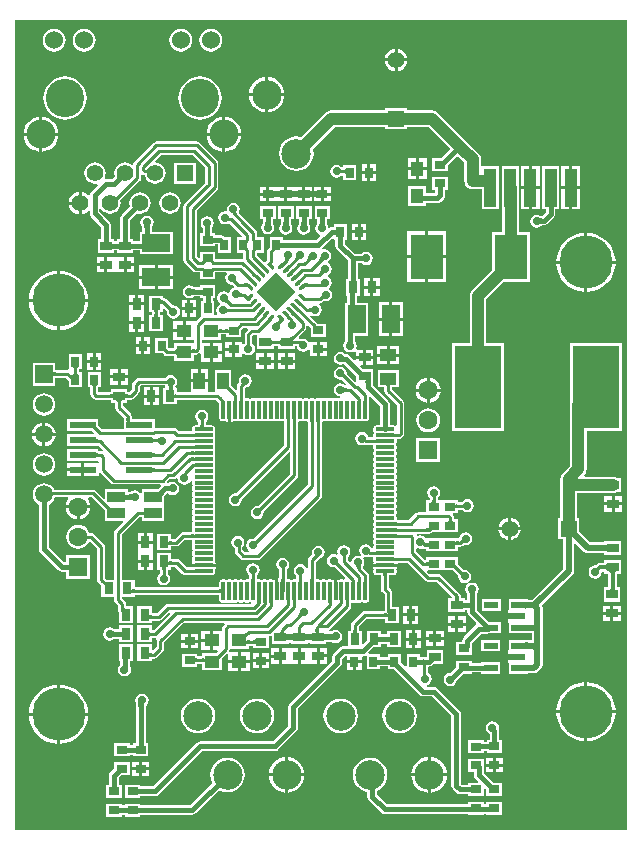
<source format=gtl>
G04*
G04 #@! TF.GenerationSoftware,Altium Limited,Altium Designer,20.0.13 (296)*
G04*
G04 Layer_Physical_Order=1*
G04 Layer_Color=255*
%FSLAX44Y44*%
%MOMM*%
G71*
G01*
G75*
%ADD12C,0.2500*%
%ADD14C,0.3000*%
%ADD15C,0.2540*%
%ADD21R,0.9000X0.7000*%
%ADD22R,1.0000X0.8000*%
%ADD23R,0.7000X0.9000*%
%ADD24R,1.4000X1.0000*%
%ADD25R,0.8000X1.0000*%
%ADD26R,1.3000X1.1000*%
%ADD27R,1.5000X0.9000*%
%ADD28R,1.0000X1.4000*%
%ADD29R,1.5000X2.4000*%
%ADD30R,2.2000X0.6000*%
%ADD31R,2.4000X1.5000*%
G04:AMPARAMS|DCode=32|XSize=0.28mm|YSize=0.69mm|CornerRadius=0.07mm|HoleSize=0mm|Usage=FLASHONLY|Rotation=45.000|XOffset=0mm|YOffset=0mm|HoleType=Round|Shape=RoundedRectangle|*
%AMROUNDEDRECTD32*
21,1,0.2800,0.5500,0,0,45.0*
21,1,0.1400,0.6900,0,0,45.0*
1,1,0.1400,0.2439,-0.1450*
1,1,0.1400,0.1450,-0.2439*
1,1,0.1400,-0.2439,0.1450*
1,1,0.1400,-0.1450,0.2439*
%
%ADD32ROUNDEDRECTD32*%
G04:AMPARAMS|DCode=33|XSize=0.28mm|YSize=0.69mm|CornerRadius=0.07mm|HoleSize=0mm|Usage=FLASHONLY|Rotation=135.000|XOffset=0mm|YOffset=0mm|HoleType=Round|Shape=RoundedRectangle|*
%AMROUNDEDRECTD33*
21,1,0.2800,0.5500,0,0,135.0*
21,1,0.1400,0.6900,0,0,135.0*
1,1,0.1400,0.1450,0.2439*
1,1,0.1400,0.2439,0.1450*
1,1,0.1400,-0.1450,-0.2439*
1,1,0.1400,-0.2439,-0.1450*
%
%ADD33ROUNDEDRECTD33*%
%ADD34P,3.2329X4X90.0*%
G04:AMPARAMS|DCode=35|XSize=1.56mm|YSize=0.28mm|CornerRadius=0.035mm|HoleSize=0mm|Usage=FLASHONLY|Rotation=90.000|XOffset=0mm|YOffset=0mm|HoleType=Round|Shape=RoundedRectangle|*
%AMROUNDEDRECTD35*
21,1,1.5600,0.2100,0,0,90.0*
21,1,1.4900,0.2800,0,0,90.0*
1,1,0.0700,0.1050,0.7450*
1,1,0.0700,0.1050,-0.7450*
1,1,0.0700,-0.1050,-0.7450*
1,1,0.0700,-0.1050,0.7450*
%
%ADD35ROUNDEDRECTD35*%
G04:AMPARAMS|DCode=36|XSize=1.56mm|YSize=0.28mm|CornerRadius=0.035mm|HoleSize=0mm|Usage=FLASHONLY|Rotation=180.000|XOffset=0mm|YOffset=0mm|HoleType=Round|Shape=RoundedRectangle|*
%AMROUNDEDRECTD36*
21,1,1.5600,0.2100,0,0,180.0*
21,1,1.4900,0.2800,0,0,180.0*
1,1,0.0700,-0.7450,0.1050*
1,1,0.0700,0.7450,0.1050*
1,1,0.0700,0.7450,-0.1050*
1,1,0.0700,-0.7450,-0.1050*
%
%ADD36ROUNDEDRECTD36*%
%ADD37R,1.2000X0.6000*%
%ADD38R,10.4500X8.3000*%
%ADD39R,1.0500X3.2000*%
%ADD40R,1.1000X1.2500*%
%ADD41R,4.0000X7.0000*%
%ADD42R,2.7940X3.8100*%
%ADD80C,0.4000*%
%ADD81C,0.5000*%
%ADD82C,1.0000*%
%ADD83C,2.5000*%
%ADD84C,1.6000*%
%ADD85R,1.6000X1.6000*%
%ADD86C,4.5000*%
%ADD87C,1.4000*%
%ADD88R,1.4000X1.4000*%
%ADD89R,1.4000X1.4000*%
%ADD90C,3.2500*%
%ADD91C,2.4450*%
%ADD92C,1.5300*%
%ADD93C,1.3980*%
%ADD94R,1.3980X1.3980*%
%ADD95C,1.5000*%
%ADD96R,1.5000X1.5000*%
%ADD97C,0.8000*%
%ADD98C,0.7000*%
G36*
X521432Y3569D02*
X3569D01*
X3568Y689432D01*
X521431D01*
X521432Y3569D01*
D02*
G37*
%LPC*%
G36*
X169000Y681733D02*
X166481Y681402D01*
X164133Y680429D01*
X162118Y678882D01*
X160571Y676867D01*
X159598Y674519D01*
X159267Y672000D01*
X159598Y669481D01*
X160571Y667133D01*
X162118Y665117D01*
X164133Y663571D01*
X166481Y662598D01*
X169000Y662267D01*
X171519Y662598D01*
X173867Y663571D01*
X175882Y665117D01*
X177429Y667133D01*
X178402Y669481D01*
X178733Y672000D01*
X178402Y674519D01*
X177429Y676867D01*
X175882Y678882D01*
X173867Y680429D01*
X171519Y681402D01*
X169000Y681733D01*
D02*
G37*
G36*
X143600D02*
X141081Y681402D01*
X138733Y680429D01*
X136718Y678882D01*
X135171Y676867D01*
X134198Y674519D01*
X133867Y672000D01*
X134198Y669481D01*
X135171Y667133D01*
X136718Y665117D01*
X138733Y663571D01*
X141081Y662598D01*
X143600Y662267D01*
X146119Y662598D01*
X148467Y663571D01*
X150482Y665117D01*
X152029Y667133D01*
X153001Y669481D01*
X153333Y672000D01*
X153001Y674519D01*
X152029Y676867D01*
X150482Y678882D01*
X148467Y680429D01*
X146119Y681402D01*
X143600Y681733D01*
D02*
G37*
G36*
X61900D02*
X59381Y681402D01*
X57033Y680429D01*
X55017Y678882D01*
X53471Y676867D01*
X52498Y674519D01*
X52167Y672000D01*
X52498Y669481D01*
X53471Y667133D01*
X55017Y665117D01*
X57033Y663571D01*
X59381Y662598D01*
X61900Y662267D01*
X64419Y662598D01*
X66766Y663571D01*
X68782Y665117D01*
X70329Y667133D01*
X71301Y669481D01*
X71633Y672000D01*
X71301Y674519D01*
X70329Y676867D01*
X68782Y678882D01*
X66766Y680429D01*
X64419Y681402D01*
X61900Y681733D01*
D02*
G37*
G36*
X36500D02*
X33981Y681402D01*
X31633Y680429D01*
X29617Y678882D01*
X28071Y676867D01*
X27098Y674519D01*
X26767Y672000D01*
X27098Y669481D01*
X28071Y667133D01*
X29617Y665117D01*
X31633Y663571D01*
X33981Y662598D01*
X36500Y662267D01*
X39019Y662598D01*
X41366Y663571D01*
X43382Y665117D01*
X44929Y667133D01*
X45901Y669481D01*
X46233Y672000D01*
X45901Y674519D01*
X44929Y676867D01*
X43382Y678882D01*
X41366Y680429D01*
X39019Y681402D01*
X36500Y681733D01*
D02*
G37*
G36*
X327270Y664955D02*
Y656770D01*
X335455D01*
X335294Y657990D01*
X334333Y660311D01*
X332804Y662304D01*
X330811Y663833D01*
X328490Y664794D01*
X327270Y664955D01*
D02*
G37*
G36*
X324730D02*
X323509Y664794D01*
X321189Y663833D01*
X319196Y662304D01*
X317667Y660311D01*
X316705Y657990D01*
X316545Y656770D01*
X324730D01*
Y664955D01*
D02*
G37*
G36*
X335455Y654230D02*
X327270D01*
Y646045D01*
X328490Y646206D01*
X330811Y647167D01*
X332804Y648696D01*
X334333Y650689D01*
X335294Y653010D01*
X335455Y654230D01*
D02*
G37*
G36*
X324730D02*
X316545D01*
X316705Y653010D01*
X317667Y650689D01*
X319196Y648696D01*
X321189Y647167D01*
X323509Y646206D01*
X324730Y646045D01*
Y654230D01*
D02*
G37*
G36*
X217770Y640988D02*
Y627270D01*
X231488D01*
X231322Y628948D01*
X230462Y631783D01*
X229066Y634396D01*
X227186Y636686D01*
X224896Y638566D01*
X222283Y639962D01*
X219448Y640822D01*
X217770Y640988D01*
D02*
G37*
G36*
X215230D02*
X213552Y640822D01*
X210717Y639962D01*
X208104Y638566D01*
X205814Y636686D01*
X203934Y634396D01*
X202538Y631783D01*
X201678Y628948D01*
X201512Y627270D01*
X215230D01*
Y640988D01*
D02*
G37*
G36*
Y624730D02*
X201512D01*
X201678Y623052D01*
X202538Y620217D01*
X203934Y617604D01*
X205814Y615314D01*
X208104Y613434D01*
X210717Y612038D01*
X213552Y611178D01*
X215230Y611012D01*
Y624730D01*
D02*
G37*
G36*
X231488D02*
X217770D01*
Y611012D01*
X219448Y611178D01*
X222283Y612038D01*
X224896Y613434D01*
X227186Y615314D01*
X229066Y617604D01*
X230462Y620217D01*
X231322Y623052D01*
X231488Y624730D01*
D02*
G37*
G36*
X159900Y641339D02*
X156322Y640986D01*
X152882Y639943D01*
X149712Y638248D01*
X146933Y635967D01*
X144652Y633188D01*
X142958Y630018D01*
X141914Y626578D01*
X141562Y623000D01*
X141914Y619423D01*
X142958Y615983D01*
X144652Y612812D01*
X146933Y610033D01*
X149712Y607752D01*
X152882Y606058D01*
X156322Y605014D01*
X159900Y604662D01*
X163478Y605014D01*
X166918Y606058D01*
X170088Y607752D01*
X172867Y610033D01*
X175148Y612812D01*
X176842Y615983D01*
X177886Y619423D01*
X178238Y623000D01*
X177886Y626578D01*
X176842Y630018D01*
X175148Y633188D01*
X172867Y635967D01*
X170088Y638248D01*
X166918Y639943D01*
X163478Y640986D01*
X159900Y641339D01*
D02*
G37*
G36*
X45600D02*
X42023Y640986D01*
X38582Y639943D01*
X35412Y638248D01*
X32633Y635967D01*
X30352Y633188D01*
X28658Y630018D01*
X27614Y626578D01*
X27262Y623000D01*
X27614Y619423D01*
X28658Y615983D01*
X30352Y612812D01*
X32633Y610033D01*
X35412Y607752D01*
X38582Y606058D01*
X42023Y605014D01*
X45600Y604662D01*
X49178Y605014D01*
X52618Y606058D01*
X55788Y607752D01*
X58567Y610033D01*
X60848Y612812D01*
X62543Y615983D01*
X63586Y619423D01*
X63938Y623000D01*
X63586Y626578D01*
X62543Y630018D01*
X60848Y633188D01*
X58567Y635967D01*
X55788Y638248D01*
X52618Y639943D01*
X49178Y640986D01*
X45600Y641339D01*
D02*
G37*
G36*
X181470Y607211D02*
Y593770D01*
X194911D01*
X194751Y595394D01*
X193907Y598178D01*
X192536Y600743D01*
X190691Y602991D01*
X188442Y604836D01*
X185877Y606207D01*
X183094Y607051D01*
X181470Y607211D01*
D02*
G37*
G36*
X26570D02*
Y593770D01*
X40011D01*
X39851Y595394D01*
X39007Y598178D01*
X37636Y600743D01*
X35791Y602991D01*
X33543Y604836D01*
X30978Y606207D01*
X28194Y607051D01*
X26570Y607211D01*
D02*
G37*
G36*
X24030D02*
X22406Y607051D01*
X19622Y606207D01*
X17057Y604836D01*
X14809Y602991D01*
X12964Y600743D01*
X11593Y598178D01*
X10749Y595394D01*
X10589Y593770D01*
X24030D01*
Y607211D01*
D02*
G37*
G36*
X178930D02*
X177305Y607051D01*
X174522Y606207D01*
X171957Y604836D01*
X169709Y602991D01*
X167864Y600743D01*
X166493Y598178D01*
X165648Y595394D01*
X165488Y593770D01*
X178930D01*
Y607211D01*
D02*
G37*
G36*
X194911Y591230D02*
X181470D01*
Y577789D01*
X183094Y577949D01*
X185877Y578793D01*
X188442Y580164D01*
X190691Y582009D01*
X192536Y584257D01*
X193907Y586822D01*
X194751Y589605D01*
X194911Y591230D01*
D02*
G37*
G36*
X40011D02*
X26570D01*
Y577789D01*
X28194Y577949D01*
X30978Y578793D01*
X33543Y580164D01*
X35791Y582009D01*
X37636Y584257D01*
X39007Y586822D01*
X39851Y589605D01*
X40011Y591230D01*
D02*
G37*
G36*
X178930D02*
X165488D01*
X165648Y589605D01*
X166493Y586822D01*
X167864Y584257D01*
X169709Y582009D01*
X171957Y580164D01*
X174522Y578793D01*
X177305Y577949D01*
X178930Y577789D01*
Y591230D01*
D02*
G37*
G36*
X24030D02*
X10589D01*
X10749Y589605D01*
X11593Y586822D01*
X12964Y584257D01*
X14809Y582009D01*
X17057Y580164D01*
X19622Y578793D01*
X22406Y577949D01*
X24030Y577789D01*
Y591230D01*
D02*
G37*
G36*
X351790Y572040D02*
X345020D01*
Y564520D01*
X351790D01*
Y572040D01*
D02*
G37*
G36*
X342480D02*
X335710D01*
Y564520D01*
X342480D01*
Y572040D01*
D02*
G37*
G36*
X308790Y567040D02*
X304020D01*
Y561270D01*
X308790D01*
Y567040D01*
D02*
G37*
G36*
X301480D02*
X296710D01*
Y561270D01*
X301480D01*
Y567040D01*
D02*
G37*
G36*
X351790Y561980D02*
X345020D01*
Y554460D01*
X351790D01*
Y561980D01*
D02*
G37*
G36*
X342480D02*
X335710D01*
Y554460D01*
X342480D01*
Y561980D01*
D02*
G37*
G36*
X275750Y566608D02*
X273604Y566181D01*
X271785Y564965D01*
X270569Y563146D01*
X270142Y561000D01*
X270569Y558854D01*
X271785Y557035D01*
X273604Y555819D01*
X275750Y555392D01*
X277896Y555819D01*
X279715Y557035D01*
X279980Y557430D01*
X281250Y557245D01*
Y553500D01*
X292250D01*
Y566500D01*
X281250D01*
Y564754D01*
X279980Y564569D01*
X279715Y564965D01*
X277896Y566181D01*
X275750Y566608D01*
D02*
G37*
G36*
X308790Y558730D02*
X304020D01*
Y552960D01*
X308790D01*
Y558730D01*
D02*
G37*
G36*
X301480D02*
X296710D01*
Y552960D01*
X301480D01*
Y558730D01*
D02*
G37*
G36*
X156240Y568490D02*
X138260D01*
Y550510D01*
X156240D01*
Y568490D01*
D02*
G37*
G36*
X481540Y565790D02*
X475020D01*
Y548520D01*
X481540D01*
Y565790D01*
D02*
G37*
G36*
X447540D02*
X441020D01*
Y548520D01*
X447540D01*
Y565790D01*
D02*
G37*
G36*
X472480D02*
X465960D01*
Y548520D01*
X472480D01*
Y565790D01*
D02*
G37*
G36*
X438480D02*
X431960D01*
Y548520D01*
X438480D01*
Y565790D01*
D02*
G37*
G36*
X240960Y547790D02*
X239790D01*
X239690Y547790D01*
X234020D01*
Y541750D01*
Y535710D01*
X239690D01*
X239790Y535710D01*
X240960D01*
X241060Y535710D01*
X246730D01*
Y541750D01*
Y547790D01*
X241060D01*
X240960Y547790D01*
D02*
G37*
G36*
X249270Y547790D02*
Y543020D01*
X252470D01*
Y545220D01*
X252519Y545036D01*
X252670Y544871D01*
X252920Y544725D01*
X253270Y544599D01*
X253720Y544493D01*
X254270Y544405D01*
X254919Y544337D01*
X255040Y544332D01*
Y547790D01*
X249270D01*
D02*
G37*
G36*
X270540D02*
X264770D01*
Y543020D01*
X270540D01*
Y547790D01*
D02*
G37*
G36*
X262230D02*
X256460D01*
Y544356D01*
X257231Y544405D01*
X257781Y544493D01*
X258231Y544599D01*
X258581Y544725D01*
X258831Y544871D01*
X258981Y545036D01*
X259031Y545220D01*
Y543020D01*
X262230D01*
Y547790D01*
D02*
G37*
G36*
X216230D02*
X210460D01*
Y543020D01*
X216230D01*
Y547790D01*
D02*
G37*
G36*
X369750Y556250D02*
X356750D01*
Y545250D01*
X359172D01*
Y542328D01*
X351250D01*
Y548500D01*
X336250D01*
Y532000D01*
X351250D01*
Y534172D01*
X360907D01*
X360907Y534172D01*
X362468Y534482D01*
X363791Y535366D01*
X366134Y537709D01*
X367018Y539032D01*
X367328Y540593D01*
X367328Y540593D01*
Y545250D01*
X369750D01*
Y556250D01*
D02*
G37*
G36*
X262230Y540480D02*
X259031D01*
Y538281D01*
X258981Y538465D01*
X258831Y538630D01*
X258581Y538775D01*
X258231Y538901D01*
X257781Y539008D01*
X257231Y539095D01*
X256581Y539163D01*
X256460Y539169D01*
Y535710D01*
X262230D01*
Y540480D01*
D02*
G37*
G36*
X270540D02*
X264770D01*
Y535710D01*
X270540D01*
Y540480D01*
D02*
G37*
G36*
X252470D02*
X249270D01*
Y535710D01*
X255040D01*
Y539145D01*
X254270Y539095D01*
X253720Y539008D01*
X253270Y538901D01*
X252920Y538775D01*
X252670Y538630D01*
X252519Y538465D01*
X252470Y538281D01*
Y540480D01*
D02*
G37*
G36*
X225710Y547790D02*
X224540D01*
X224440Y547790D01*
X218770D01*
Y541750D01*
Y535710D01*
X224440D01*
X224540Y535710D01*
X225710D01*
X225810Y535710D01*
X231480D01*
Y541750D01*
Y547790D01*
X225810D01*
X225710Y547790D01*
D02*
G37*
G36*
X216230Y540480D02*
X210460D01*
Y535710D01*
X216230D01*
Y540480D01*
D02*
G37*
G36*
X57080Y543545D02*
X55862Y543385D01*
X53544Y542425D01*
X51553Y540897D01*
X50026Y538906D01*
X49065Y536588D01*
X48905Y535370D01*
X57080D01*
Y543545D01*
D02*
G37*
G36*
X335000Y614500D02*
X317000D01*
Y612561D01*
X271000D01*
X269173Y612320D01*
X267470Y611615D01*
X266008Y610493D01*
X245537Y590022D01*
X245285Y590127D01*
X241500Y590625D01*
X237715Y590127D01*
X234187Y588666D01*
X231159Y586342D01*
X228834Y583312D01*
X227373Y579785D01*
X226875Y576000D01*
X227373Y572215D01*
X228834Y568687D01*
X231159Y565658D01*
X234187Y563334D01*
X237715Y561873D01*
X241500Y561375D01*
X245285Y561873D01*
X248813Y563334D01*
X251842Y565658D01*
X254166Y568687D01*
X255627Y572215D01*
X256125Y576000D01*
X255627Y579785D01*
X255522Y580037D01*
X273925Y598440D01*
X317000D01*
Y596500D01*
X335000D01*
Y598440D01*
X353826D01*
X371999Y580266D01*
X363983Y572250D01*
X356750D01*
Y561250D01*
X369750D01*
Y566482D01*
X377132Y573864D01*
X378401Y573864D01*
X383690Y568576D01*
Y553108D01*
X383930Y551281D01*
X384636Y549578D01*
X385758Y548116D01*
X387220Y546994D01*
X388923Y546288D01*
X390750Y546048D01*
X398500D01*
Y529250D01*
X413000D01*
Y565250D01*
X398500D01*
X397810Y566234D01*
Y571500D01*
X397570Y573328D01*
X396865Y575030D01*
X395742Y576493D01*
X387118Y585117D01*
X361743Y610493D01*
X360280Y611615D01*
X358577Y612320D01*
X356750Y612561D01*
X335000D01*
Y614500D01*
D02*
G37*
G36*
X481540Y545980D02*
X475020D01*
Y528710D01*
X481540D01*
Y545980D01*
D02*
G37*
G36*
X472480D02*
X465960D01*
Y528710D01*
X472480D01*
Y545980D01*
D02*
G37*
G36*
X447540D02*
X441020D01*
Y528710D01*
X447540D01*
Y545980D01*
D02*
G37*
G36*
X438480D02*
X431960D01*
Y528710D01*
X438480D01*
Y545980D01*
D02*
G37*
G36*
X134550Y543168D02*
X132203Y542859D01*
X130016Y541953D01*
X128138Y540512D01*
X126697Y538634D01*
X125791Y536447D01*
X125482Y534100D01*
X125791Y531753D01*
X126697Y529566D01*
X128138Y527688D01*
X130016Y526247D01*
X132203Y525342D01*
X134550Y525033D01*
X136897Y525342D01*
X139084Y526247D01*
X140962Y527688D01*
X142403Y529566D01*
X143308Y531753D01*
X143617Y534100D01*
X143308Y536447D01*
X142403Y538634D01*
X140962Y540512D01*
X139084Y541953D01*
X136897Y542859D01*
X134550Y543168D01*
D02*
G37*
G36*
X57080Y532830D02*
X48905D01*
X49065Y531612D01*
X50026Y529294D01*
X51553Y527303D01*
X53544Y525776D01*
X55862Y524815D01*
X57080Y524655D01*
Y532830D01*
D02*
G37*
G36*
X464000Y565250D02*
X449500D01*
Y529250D01*
X452672D01*
Y526939D01*
X449135Y523402D01*
X448215D01*
X447897Y523436D01*
X447883Y523438D01*
X447146Y523931D01*
X445000Y524358D01*
X442854Y523931D01*
X441035Y522715D01*
X439819Y520896D01*
X439392Y518750D01*
X439819Y516604D01*
X441035Y514785D01*
X442854Y513569D01*
X445000Y513142D01*
X447146Y513569D01*
X448965Y514785D01*
X449252Y515214D01*
X449280Y515220D01*
X449439Y515242D01*
X449490Y515246D01*
X450824D01*
X450824Y515246D01*
X452385Y515556D01*
X453708Y516440D01*
X459634Y522366D01*
X459634Y522366D01*
X460518Y523689D01*
X460828Y525250D01*
X460828Y525250D01*
Y529250D01*
X464000D01*
Y565250D01*
D02*
G37*
G36*
X300790Y516790D02*
X296020D01*
Y511020D01*
X300790D01*
Y516790D01*
D02*
G37*
G36*
X293480D02*
X288710D01*
Y511020D01*
X293480D01*
Y516790D01*
D02*
G37*
G36*
X224000Y531250D02*
X211000D01*
Y520250D01*
X213296D01*
Y517441D01*
X213274Y517199D01*
X212069Y515396D01*
X211642Y513250D01*
X212069Y511104D01*
X213284Y509285D01*
X215104Y508069D01*
X217250Y507642D01*
X219396Y508069D01*
X221215Y509285D01*
X222431Y511104D01*
X222857Y513250D01*
X222431Y515396D01*
X221498Y516792D01*
X221489Y516834D01*
X221471Y516965D01*
X221453Y517249D01*
Y520250D01*
X224000D01*
Y531250D01*
D02*
G37*
G36*
X254500D02*
X241500D01*
Y520250D01*
X243797D01*
Y516941D01*
X243774Y516699D01*
X242569Y514896D01*
X242142Y512750D01*
X242569Y510604D01*
X243785Y508785D01*
X245604Y507569D01*
X247750Y507142D01*
X249896Y507569D01*
X251715Y508785D01*
X252931Y510604D01*
X253358Y512750D01*
X252931Y514896D01*
X251998Y516292D01*
X251990Y516335D01*
X251971Y516465D01*
X251953Y516749D01*
Y520250D01*
X254500D01*
Y531250D01*
D02*
G37*
G36*
X239250D02*
X226250D01*
Y520250D01*
X228547D01*
Y516941D01*
X228524Y516699D01*
X227319Y514896D01*
X226892Y512750D01*
X227319Y510604D01*
X228535Y508785D01*
X230354Y507569D01*
X232500Y507142D01*
X234646Y507569D01*
X236465Y508785D01*
X237681Y510604D01*
X238108Y512750D01*
X237681Y514896D01*
X236748Y516292D01*
X236740Y516335D01*
X236721Y516465D01*
X236703Y516749D01*
Y520250D01*
X239250D01*
Y531250D01*
D02*
G37*
G36*
X300790Y508480D02*
X296020D01*
Y502710D01*
X300790D01*
Y508480D01*
D02*
G37*
G36*
X293480D02*
X288710D01*
Y502710D01*
X293480D01*
Y508480D01*
D02*
G37*
G36*
X166000Y522858D02*
X163854Y522431D01*
X162035Y521215D01*
X160819Y519396D01*
X160392Y517250D01*
X160819Y515104D01*
X162035Y513285D01*
X162144Y513212D01*
X162172Y512858D01*
Y508750D01*
X160000D01*
Y497750D01*
X173000D01*
Y499171D01*
X175000D01*
Y492000D01*
X186000D01*
Y505000D01*
X180767D01*
X179634Y506134D01*
X178311Y507018D01*
X176750Y507328D01*
X176750Y507328D01*
X173000D01*
Y508750D01*
X170329D01*
Y513492D01*
X170363Y513818D01*
X170378Y513903D01*
X171181Y515104D01*
X171608Y517250D01*
X171181Y519396D01*
X169965Y521215D01*
X168146Y522431D01*
X166000Y522858D01*
D02*
G37*
G36*
X368575Y510340D02*
X353335D01*
Y490020D01*
X368575D01*
Y510340D01*
D02*
G37*
G36*
X350795D02*
X335555D01*
Y490020D01*
X350795D01*
Y510340D01*
D02*
G37*
G36*
X488020Y509036D02*
Y485270D01*
X511786D01*
X511428Y488909D01*
X509996Y493629D01*
X507671Y497979D01*
X504542Y501792D01*
X500729Y504921D01*
X496379Y507246D01*
X491659Y508678D01*
X488020Y509036D01*
D02*
G37*
G36*
X485480D02*
X481841Y508678D01*
X477121Y507246D01*
X472771Y504921D01*
X468958Y501792D01*
X465829Y497979D01*
X463504Y493629D01*
X462072Y488909D01*
X461714Y485270D01*
X485480D01*
Y509036D01*
D02*
G37*
G36*
X97770Y488659D02*
Y483389D01*
X104040D01*
Y488659D01*
X97770D01*
D02*
G37*
G36*
X78980D02*
X72710D01*
Y483389D01*
X78980D01*
Y488659D01*
D02*
G37*
G36*
X157224Y586354D02*
X123074D01*
X121806Y586101D01*
X120731Y585383D01*
X104347Y568999D01*
X103629Y567924D01*
X103456Y567057D01*
X102507Y566543D01*
X102107Y566491D01*
X100984Y567353D01*
X98797Y568259D01*
X96450Y568568D01*
X94103Y568259D01*
X91916Y567353D01*
X90038Y565912D01*
X88597Y564034D01*
X87691Y561847D01*
X87382Y559500D01*
X87691Y557153D01*
X87745Y557024D01*
X85345Y554624D01*
X80295D01*
X80121Y554589D01*
X79335Y555374D01*
X79207Y555702D01*
X79809Y557153D01*
X80118Y559500D01*
X79809Y561847D01*
X78903Y564034D01*
X77462Y565912D01*
X75584Y567353D01*
X73397Y568259D01*
X71050Y568568D01*
X68703Y568259D01*
X66516Y567353D01*
X64638Y565912D01*
X63197Y564034D01*
X62291Y561847D01*
X61982Y559500D01*
X62291Y557153D01*
X63197Y554966D01*
X64638Y553088D01*
X66516Y551647D01*
X68703Y550742D01*
X71050Y550433D01*
X72857Y550671D01*
X73450Y549468D01*
X67866Y543884D01*
X66982Y542561D01*
X66982Y542561D01*
X66672Y541000D01*
X66672Y541000D01*
Y540885D01*
X65469Y540477D01*
X65147Y540897D01*
X63156Y542425D01*
X60838Y543385D01*
X59620Y543545D01*
Y534100D01*
Y524655D01*
X60838Y524815D01*
X63156Y525776D01*
X65147Y527303D01*
X65469Y527724D01*
X66672Y527315D01*
Y525500D01*
X66672Y525500D01*
X66982Y523939D01*
X67866Y522616D01*
X76171Y514311D01*
Y504119D01*
X73250D01*
Y492119D01*
X87250D01*
Y494040D01*
X89500D01*
Y492119D01*
X103500D01*
Y494040D01*
X108750D01*
Y491000D01*
X136750D01*
Y510000D01*
X119078D01*
Y513682D01*
X119098Y513905D01*
X119113Y514007D01*
X120181Y515604D01*
X120608Y517750D01*
X120181Y519896D01*
X118965Y521716D01*
X117146Y522931D01*
X115000Y523358D01*
X112854Y522931D01*
X111035Y521716D01*
X109819Y519896D01*
X109392Y517750D01*
X109819Y515604D01*
X110887Y514007D01*
X110899Y513923D01*
X110922Y513602D01*
Y510000D01*
X108750D01*
Y502197D01*
X103500D01*
Y504119D01*
X100578D01*
Y519761D01*
X106348Y525530D01*
X106803Y525342D01*
X109150Y525033D01*
X111497Y525342D01*
X113684Y526247D01*
X115562Y527688D01*
X117003Y529566D01*
X117908Y531753D01*
X118217Y534100D01*
X117908Y536447D01*
X117003Y538634D01*
X115562Y540512D01*
X113684Y541953D01*
X111497Y542859D01*
X109150Y543168D01*
X106803Y542859D01*
X104616Y541953D01*
X102738Y540512D01*
X101297Y538634D01*
X100391Y536447D01*
X100082Y534100D01*
X100391Y531753D01*
X100580Y531298D01*
X93616Y524334D01*
X93616Y524334D01*
X92732Y523011D01*
X92422Y521450D01*
X92422Y521450D01*
Y504119D01*
X89500D01*
Y502197D01*
X87250D01*
Y504119D01*
X84328D01*
Y516000D01*
X84328Y516000D01*
X84018Y517561D01*
X83134Y518884D01*
X74829Y527189D01*
Y528976D01*
X74966Y529052D01*
X76098Y529304D01*
X77338Y527688D01*
X79216Y526247D01*
X81403Y525342D01*
X83750Y525033D01*
X86097Y525342D01*
X88284Y526247D01*
X90162Y527688D01*
X91603Y529566D01*
X92508Y531753D01*
X92817Y534100D01*
X92515Y536398D01*
X109033Y552915D01*
X109752Y553990D01*
X110004Y555258D01*
Y557847D01*
X111274Y558408D01*
X111419Y558311D01*
X111926Y557972D01*
X111927Y557972D01*
X111927Y557972D01*
X112470Y557864D01*
X113012Y557756D01*
X113091Y557153D01*
X113997Y554966D01*
X115438Y553088D01*
X117316Y551647D01*
X119503Y550742D01*
X121850Y550433D01*
X124197Y550742D01*
X126384Y551647D01*
X128262Y553088D01*
X129703Y554966D01*
X130609Y557153D01*
X130918Y559500D01*
X130609Y561847D01*
X129703Y564034D01*
X128262Y565912D01*
X126384Y567353D01*
X124197Y568259D01*
X122170Y568526D01*
X121550Y569702D01*
X126534Y574686D01*
X153764D01*
X163936Y564514D01*
Y551000D01*
X163593Y550657D01*
X163593Y550657D01*
X146867Y533931D01*
X146148Y532856D01*
X145896Y531588D01*
Y485682D01*
X146148Y484414D01*
X146867Y483339D01*
X153819Y476387D01*
X154894Y475668D01*
X156162Y475416D01*
X160000D01*
Y469750D01*
X173000D01*
Y475416D01*
X181982D01*
X182661Y474146D01*
X181839Y472916D01*
X181412Y470770D01*
X181839Y468624D01*
X183055Y466805D01*
X184874Y465589D01*
X187020Y465162D01*
X187239Y465206D01*
X188761Y463684D01*
X188392Y462468D01*
X188104Y462411D01*
X186285Y461195D01*
X185069Y459376D01*
X184942Y458739D01*
X183534Y458170D01*
X182396Y458931D01*
X180250Y459358D01*
X178104Y458931D01*
X176285Y457715D01*
X175069Y455896D01*
X174642Y453750D01*
X175069Y451604D01*
X176285Y449785D01*
X176712Y449499D01*
X176689Y447987D01*
X175535Y447215D01*
X174319Y445396D01*
X173892Y443250D01*
X174319Y441104D01*
X174586Y440704D01*
X173988Y439584D01*
X172000D01*
Y451500D01*
X170578D01*
Y453750D01*
X173000D01*
Y464750D01*
X160000D01*
Y463203D01*
X154927D01*
X154732Y463219D01*
X154585Y463240D01*
X154542Y463248D01*
X153146Y464181D01*
X151000Y464608D01*
X148854Y464181D01*
X147035Y462965D01*
X145819Y461146D01*
X145392Y459000D01*
X145819Y456854D01*
X147035Y455035D01*
X148854Y453819D01*
X151000Y453392D01*
X153146Y453819D01*
X154946Y455022D01*
X155279Y455047D01*
X160000D01*
Y453750D01*
X162422D01*
Y451500D01*
X161000D01*
Y438763D01*
X160768Y438608D01*
X156631Y434471D01*
X155540Y434040D01*
X155540Y434040D01*
Y434040D01*
X155540Y434040D01*
X147770D01*
Y426000D01*
Y417960D01*
X154666D01*
Y415500D01*
X138000D01*
Y411334D01*
X133381D01*
X133000Y411715D01*
Y420000D01*
X122000D01*
Y407000D01*
X128285D01*
X129642Y405642D01*
X130724Y404920D01*
X132000Y404666D01*
X138000D01*
Y400500D01*
X155000D01*
Y405854D01*
X156512D01*
X157788Y406108D01*
X158870Y406831D01*
X159190Y407151D01*
X160460Y406625D01*
Y399960D01*
X168230D01*
Y408000D01*
Y416040D01*
X161334D01*
Y418500D01*
X178000D01*
Y422916D01*
X182000D01*
Y420750D01*
X195000D01*
Y427035D01*
X196341Y428376D01*
X199865D01*
X200391Y427106D01*
X198642Y425358D01*
X197920Y424276D01*
X197666Y423000D01*
Y415195D01*
X197245Y414855D01*
X197035Y414715D01*
X196993Y414653D01*
X196695Y414414D01*
X195540Y414764D01*
Y416290D01*
X189770D01*
Y410250D01*
Y404210D01*
X195540D01*
Y406736D01*
X196810Y407121D01*
X197035Y406785D01*
X198854Y405569D01*
X201000Y405142D01*
X203146Y405569D01*
X204965Y406785D01*
X206181Y408604D01*
X206608Y410750D01*
X206181Y412896D01*
X204965Y414715D01*
X204334Y415137D01*
Y421619D01*
X205381Y422666D01*
X207152D01*
X208250Y422250D01*
X208250Y422016D01*
Y410250D01*
X222250D01*
Y412916D01*
X226250D01*
Y410250D01*
X240250D01*
Y412916D01*
X241808D01*
X242069Y411604D01*
X243285Y409785D01*
X245104Y408569D01*
X247250Y408142D01*
X249396Y408569D01*
X251215Y409785D01*
X251940Y410869D01*
X253210Y410484D01*
Y404460D01*
X258980D01*
Y410500D01*
Y416540D01*
X253499D01*
X253210Y416540D01*
X251963Y416596D01*
X251215Y417715D01*
X249396Y418931D01*
X247250Y419358D01*
X245345Y418979D01*
X244819Y419330D01*
X244004Y419492D01*
X243484Y420769D01*
X249107Y426393D01*
X249830Y427474D01*
X250084Y428750D01*
Y430221D01*
X251257Y430707D01*
X253750Y428214D01*
Y421000D01*
X266750D01*
Y432000D01*
X259389D01*
X259377Y432017D01*
X253052Y438342D01*
X253519Y439671D01*
X253678Y439689D01*
X255354Y438569D01*
X257500Y438142D01*
X259646Y438569D01*
X261465Y439785D01*
X262681Y441604D01*
X263108Y443750D01*
X262681Y445896D01*
X261465Y447715D01*
X260766Y448182D01*
X261151Y449452D01*
X261329D01*
X262605Y449706D01*
X263687Y450429D01*
X264499Y451241D01*
X266250Y450892D01*
X268396Y451319D01*
X270215Y452535D01*
X271431Y454354D01*
X271858Y456500D01*
X271431Y458646D01*
X270215Y460465D01*
X269498Y460945D01*
Y462472D01*
X269965Y462785D01*
X271181Y464604D01*
X271608Y466750D01*
X271181Y468896D01*
X269965Y470715D01*
X268225Y471878D01*
X268144Y472173D01*
X268134Y473228D01*
X269715Y474285D01*
X270931Y476104D01*
X271358Y478250D01*
X270931Y480396D01*
X269715Y482215D01*
X268194Y483232D01*
X268087Y484314D01*
X268163Y484664D01*
X269465Y485535D01*
X270681Y487354D01*
X271108Y489500D01*
X270681Y491646D01*
X269465Y493465D01*
X267646Y494681D01*
X265500Y495108D01*
X263920Y494793D01*
X263295Y495964D01*
X271980Y504649D01*
X273250Y504123D01*
Y503250D01*
X274671D01*
Y498000D01*
X274671Y498000D01*
X274982Y496440D01*
X275866Y495116D01*
X285422Y485561D01*
Y469750D01*
X283500D01*
Y455750D01*
X284671D01*
Y449750D01*
X283000D01*
Y438643D01*
X282922Y438250D01*
X282922Y438250D01*
Y417318D01*
X282902Y417095D01*
X282887Y416994D01*
X281819Y415396D01*
X281392Y413250D01*
X281819Y411104D01*
X283035Y409285D01*
X284854Y408069D01*
X287000Y407642D01*
X289146Y408069D01*
X290490Y408967D01*
X291760Y408362D01*
Y404770D01*
X298030D01*
Y410040D01*
X292997D01*
X292577Y410588D01*
X292222Y411310D01*
X292608Y413250D01*
X292181Y415396D01*
X291113Y416994D01*
X291100Y417077D01*
X291078Y417398D01*
Y421750D01*
X302000D01*
Y449750D01*
X292828D01*
Y455750D01*
X295500D01*
Y469750D01*
X293578D01*
Y483172D01*
X296432D01*
X296655Y483152D01*
X296756Y483137D01*
X298354Y482069D01*
X300500Y481642D01*
X302646Y482069D01*
X304465Y483285D01*
X305681Y485104D01*
X306108Y487250D01*
X305681Y489396D01*
X304465Y491215D01*
X302646Y492431D01*
X300500Y492858D01*
X298354Y492431D01*
X296756Y491363D01*
X296673Y491350D01*
X296352Y491328D01*
X291189D01*
X282828Y499690D01*
Y503250D01*
X284250D01*
Y516250D01*
X273250D01*
Y513829D01*
X271314D01*
X269753Y513518D01*
X269557Y513387D01*
X268384Y513873D01*
X268181Y514896D01*
X267378Y516097D01*
X267369Y516146D01*
X267328Y516718D01*
Y520250D01*
X270000D01*
Y531250D01*
X257000D01*
Y520250D01*
X259172D01*
Y516992D01*
X259150Y516817D01*
X259145Y516789D01*
X259035Y516715D01*
X257819Y514896D01*
X257392Y512750D01*
X257819Y510604D01*
X259035Y508785D01*
X260854Y507569D01*
X261627Y507415D01*
X261996Y506200D01*
X258374Y502578D01*
X230000D01*
Y505000D01*
X219000D01*
Y496715D01*
X217428Y495143D01*
X216705Y494062D01*
X216452Y492786D01*
Y485500D01*
X215978Y485026D01*
X215947Y484979D01*
X215600Y484632D01*
X214682Y484357D01*
X214133Y484303D01*
X208334Y490103D01*
Y492000D01*
X214000D01*
Y505000D01*
X208334D01*
Y508838D01*
X208082Y510106D01*
X208081Y510106D01*
X207363Y511181D01*
X199032Y519512D01*
X192698Y525846D01*
X193252Y526675D01*
X193679Y528821D01*
X193252Y530967D01*
X192036Y532786D01*
X190217Y534002D01*
X188071Y534429D01*
X185925Y534002D01*
X184106Y532786D01*
X182890Y530967D01*
X182463Y528821D01*
X182604Y528116D01*
X181706Y527218D01*
X181000Y527358D01*
X178854Y526931D01*
X177035Y525715D01*
X175819Y523896D01*
X175392Y521750D01*
X175819Y519604D01*
X177035Y517785D01*
X178854Y516569D01*
X181000Y516143D01*
X183146Y516569D01*
X184445Y517437D01*
X184647Y517397D01*
X195774Y506270D01*
X195247Y505000D01*
X191000D01*
Y492000D01*
X196666D01*
Y487763D01*
X195838Y487084D01*
X173000D01*
Y492750D01*
X160000D01*
Y488503D01*
X158730Y487976D01*
X157564Y489143D01*
Y528128D01*
X174633Y545197D01*
X175351Y546272D01*
X175603Y547540D01*
Y567974D01*
X175351Y569242D01*
X174633Y570317D01*
X159567Y585383D01*
X158492Y586101D01*
X158281Y586143D01*
X157224Y586354D01*
D02*
G37*
G36*
X104040Y480849D02*
X97770D01*
Y475579D01*
X104040D01*
Y480849D01*
D02*
G37*
G36*
X78980D02*
X72710D01*
Y475579D01*
X78980D01*
Y480849D01*
D02*
G37*
G36*
X88960Y488659D02*
X87790D01*
X87690Y488659D01*
X81520D01*
Y482119D01*
Y475579D01*
X87690D01*
X87790Y475579D01*
X88960D01*
X89060Y475579D01*
X95230D01*
Y482119D01*
X96500D01*
D01*
X95230D01*
Y488659D01*
X89060D01*
X88960Y488659D01*
D02*
G37*
G36*
X137290Y481540D02*
X124020D01*
Y472770D01*
X137290D01*
Y481540D01*
D02*
G37*
G36*
X121480D02*
X108210D01*
Y472770D01*
X121480D01*
Y481540D01*
D02*
G37*
G36*
X368575Y487480D02*
X353335D01*
Y467160D01*
X368575D01*
Y487480D01*
D02*
G37*
G36*
X350795D02*
X335555D01*
Y467160D01*
X350795D01*
Y487480D01*
D02*
G37*
G36*
X312040Y470290D02*
X306770D01*
Y464020D01*
X312040D01*
Y470290D01*
D02*
G37*
G36*
X304230D02*
X298960D01*
Y464020D01*
X304230D01*
Y470290D01*
D02*
G37*
G36*
X137290Y470230D02*
X124020D01*
Y461460D01*
X137290D01*
Y470230D01*
D02*
G37*
G36*
X121480D02*
X108210D01*
Y461460D01*
X121480D01*
Y470230D01*
D02*
G37*
G36*
X511786Y482730D02*
X488020D01*
Y458964D01*
X491659Y459323D01*
X496379Y460754D01*
X500729Y463079D01*
X504542Y466209D01*
X507671Y470022D01*
X509996Y474371D01*
X511428Y479091D01*
X511786Y482730D01*
D02*
G37*
G36*
X485480D02*
X461714D01*
X462072Y479091D01*
X463504Y474371D01*
X465829Y470022D01*
X468958Y466209D01*
X472771Y463079D01*
X477121Y460754D01*
X481841Y459323D01*
X485480Y458964D01*
Y482730D01*
D02*
G37*
G36*
X312040Y461480D02*
X306770D01*
Y455210D01*
X312040D01*
Y461480D01*
D02*
G37*
G36*
X304230D02*
X298960D01*
Y455210D01*
X304230D01*
Y461480D01*
D02*
G37*
G36*
X41520Y476786D02*
Y453020D01*
X65286D01*
X64928Y456659D01*
X63496Y461379D01*
X61171Y465729D01*
X58042Y469542D01*
X54229Y472671D01*
X49879Y474996D01*
X45159Y476428D01*
X41520Y476786D01*
D02*
G37*
G36*
X38980D02*
X35341Y476428D01*
X30621Y474996D01*
X26271Y472671D01*
X22458Y469542D01*
X19329Y465729D01*
X17004Y461379D01*
X15572Y456659D01*
X15214Y453020D01*
X38980D01*
Y476786D01*
D02*
G37*
G36*
X112940Y456340D02*
X107670D01*
Y450070D01*
X112940D01*
Y456340D01*
D02*
G37*
G36*
X105130D02*
X99860D01*
Y450070D01*
X105130D01*
Y456340D01*
D02*
G37*
G36*
X156540Y452040D02*
X151770D01*
Y446270D01*
X156540D01*
Y452040D01*
D02*
G37*
G36*
X149230D02*
X144460D01*
Y446270D01*
X149230D01*
Y452040D01*
D02*
G37*
G36*
X156540Y443730D02*
X151770D01*
Y437960D01*
X156540D01*
Y443730D01*
D02*
G37*
G36*
X149230D02*
X144460D01*
Y437960D01*
X149230D01*
Y443730D01*
D02*
G37*
G36*
X331540Y450290D02*
X322770D01*
Y437020D01*
X331540D01*
Y450290D01*
D02*
G37*
G36*
X320230D02*
X311460D01*
Y437020D01*
X320230D01*
Y450290D01*
D02*
G37*
G36*
X128400Y455800D02*
X116400D01*
Y441800D01*
X119066D01*
Y439800D01*
X116400D01*
Y425800D01*
X128400D01*
Y439800D01*
X125734D01*
Y441800D01*
X128400D01*
Y444725D01*
X129573Y445211D01*
X132040Y442745D01*
X131892Y442000D01*
X132319Y439854D01*
X133535Y438035D01*
X135354Y436819D01*
X137500Y436392D01*
X139646Y436819D01*
X141465Y438035D01*
X142681Y439854D01*
X143108Y442000D01*
X142681Y444146D01*
X141465Y445965D01*
X139646Y447181D01*
X137500Y447608D01*
X136755Y447460D01*
X131080Y453135D01*
X129998Y453858D01*
X128722Y454112D01*
X128400D01*
Y455800D01*
D02*
G37*
G36*
X112940Y447530D02*
X106400D01*
X99860D01*
Y441610D01*
X99860Y441260D01*
Y440340D01*
X99860Y439990D01*
Y434070D01*
X106400D01*
X112940D01*
Y439990D01*
X112940Y440340D01*
Y441260D01*
X112940Y441610D01*
Y447530D01*
D02*
G37*
G36*
X145230Y434040D02*
X137460D01*
Y427270D01*
X145230D01*
Y434040D01*
D02*
G37*
G36*
X65286Y450480D02*
X41520D01*
Y426714D01*
X45159Y427072D01*
X49879Y428504D01*
X54229Y430829D01*
X58042Y433958D01*
X61171Y437771D01*
X63496Y442121D01*
X64928Y446841D01*
X65286Y450480D01*
D02*
G37*
G36*
X38980D02*
X15214D01*
X15572Y446841D01*
X17004Y442121D01*
X19329Y437771D01*
X22458Y433958D01*
X26271Y430829D01*
X30621Y428504D01*
X35341Y427072D01*
X38980Y426714D01*
Y450480D01*
D02*
G37*
G36*
X112940Y431530D02*
X107670D01*
Y425260D01*
X112940D01*
Y431530D01*
D02*
G37*
G36*
X105130D02*
X99860D01*
Y425260D01*
X105130D01*
Y431530D01*
D02*
G37*
G36*
X331540Y434480D02*
X322770D01*
Y421210D01*
X331540D01*
Y434480D01*
D02*
G37*
G36*
X320230D02*
X311460D01*
Y421210D01*
X320230D01*
Y434480D01*
D02*
G37*
G36*
X145230Y424730D02*
X137460D01*
Y417960D01*
X145230D01*
Y424730D01*
D02*
G37*
G36*
X117540Y420540D02*
X112770D01*
Y414770D01*
X117540D01*
Y420540D01*
D02*
G37*
G36*
X110230D02*
X105460D01*
Y414770D01*
X110230D01*
Y420540D01*
D02*
G37*
G36*
X261520Y416540D02*
Y411770D01*
X267290D01*
Y416540D01*
X261520D01*
D02*
G37*
G36*
X187230Y416290D02*
X181460D01*
Y411520D01*
X187230D01*
Y416290D01*
D02*
G37*
G36*
X178540Y416040D02*
X170770D01*
Y409270D01*
X178540D01*
Y416040D01*
D02*
G37*
G36*
X328840Y413040D02*
X320570D01*
Y406770D01*
X328840D01*
Y413040D01*
D02*
G37*
G36*
X318030D02*
X309760D01*
Y406770D01*
X318030D01*
Y413040D01*
D02*
G37*
G36*
X117540Y412230D02*
X112770D01*
Y406460D01*
X117540D01*
Y412230D01*
D02*
G37*
G36*
X110230D02*
X105460D01*
Y406460D01*
X110230D01*
Y412230D01*
D02*
G37*
G36*
X306840Y410040D02*
X300570D01*
Y404770D01*
X306840D01*
Y410040D01*
D02*
G37*
G36*
X267290Y409230D02*
X261520D01*
Y404460D01*
X267290D01*
Y409230D01*
D02*
G37*
G36*
X187230Y408980D02*
X181460D01*
Y404210D01*
X187230D01*
Y408980D01*
D02*
G37*
G36*
X240790Y406790D02*
X234520D01*
Y401520D01*
X240790D01*
Y406790D01*
D02*
G37*
G36*
X222790D02*
X216520D01*
Y401520D01*
X222790D01*
Y406790D01*
D02*
G37*
G36*
X213980D02*
X207710D01*
Y401520D01*
X213980D01*
Y406790D01*
D02*
G37*
G36*
X231980D02*
X225710D01*
Y401520D01*
X231980D01*
Y406790D01*
D02*
G37*
G36*
X76540Y406790D02*
X71770D01*
Y401020D01*
X76540D01*
Y406790D01*
D02*
G37*
G36*
X69230D02*
X64460D01*
Y401020D01*
X69230D01*
Y406790D01*
D02*
G37*
G36*
X178540Y406730D02*
X170770D01*
Y399960D01*
X178540D01*
Y406730D01*
D02*
G37*
G36*
X328840Y404230D02*
X320570D01*
Y397960D01*
X328840D01*
Y404230D01*
D02*
G37*
G36*
X318030D02*
X309760D01*
Y397960D01*
X318030D01*
Y404230D01*
D02*
G37*
G36*
X306840Y402230D02*
X300570D01*
Y396960D01*
X306840D01*
Y402230D01*
D02*
G37*
G36*
X240790Y398980D02*
X234520D01*
Y393710D01*
X240790D01*
Y398980D01*
D02*
G37*
G36*
X231980D02*
X225710D01*
Y393710D01*
X231980D01*
Y398980D01*
D02*
G37*
G36*
X222790D02*
X216520D01*
Y393710D01*
X222790D01*
Y398980D01*
D02*
G37*
G36*
X213980D02*
X207710D01*
Y393710D01*
X213980D01*
Y398980D01*
D02*
G37*
G36*
X60000Y406250D02*
X49000D01*
Y394150D01*
X47794Y393095D01*
X47599Y393134D01*
X37250D01*
Y398550D01*
X18250D01*
Y379550D01*
X37250D01*
Y386466D01*
X46218D01*
X49000Y383684D01*
Y378000D01*
X60000D01*
Y391000D01*
X57834D01*
Y393250D01*
X60000D01*
Y406250D01*
D02*
G37*
G36*
X76540Y398480D02*
X71770D01*
Y392710D01*
X76540D01*
Y398480D01*
D02*
G37*
G36*
X69230D02*
X64460D01*
Y392710D01*
X69230D01*
Y398480D01*
D02*
G37*
G36*
X99040Y393540D02*
X92770D01*
Y388270D01*
X99040D01*
Y393540D01*
D02*
G37*
G36*
X90230D02*
X83960D01*
Y388270D01*
X90230D01*
Y393540D01*
D02*
G37*
G36*
X167040Y393290D02*
X160770D01*
Y385020D01*
X167040D01*
Y393290D01*
D02*
G37*
G36*
X158230D02*
X151960D01*
Y385020D01*
X158230D01*
Y393290D01*
D02*
G37*
G36*
X278750Y408358D02*
X276604Y407931D01*
X274785Y406715D01*
X273569Y404896D01*
X273142Y402750D01*
X273569Y400604D01*
X274785Y398785D01*
X276604Y397569D01*
X278750Y397142D01*
X280896Y397569D01*
X281687Y398098D01*
X281935D01*
X292300Y387732D01*
Y383351D01*
X291030Y382825D01*
X284274Y389581D01*
X284358Y390000D01*
X283931Y392146D01*
X282715Y393965D01*
X280896Y395181D01*
X278750Y395608D01*
X276604Y395181D01*
X274785Y393965D01*
X273569Y392146D01*
X273142Y390000D01*
X273569Y387854D01*
X274785Y386035D01*
X276604Y384819D01*
X278750Y384392D01*
X279820Y384605D01*
X283370Y381055D01*
X282560Y380069D01*
X280896Y381181D01*
X278750Y381608D01*
X276604Y381181D01*
X274785Y379965D01*
X273569Y378146D01*
X273142Y376000D01*
X273569Y373854D01*
X274785Y372035D01*
X276604Y370819D01*
X277923Y370557D01*
X278596Y370423D01*
X278700Y369196D01*
X277783Y369014D01*
X277250Y368658D01*
X276717Y369014D01*
X275800Y369196D01*
X273700D01*
X272783Y369014D01*
X272250Y368658D01*
X271717Y369014D01*
X270800Y369196D01*
X268700D01*
X267783Y369014D01*
X267250Y368658D01*
X266717Y369014D01*
X265800Y369196D01*
X263700D01*
X262783Y369014D01*
X262250Y368658D01*
X261717Y369014D01*
X260800Y369196D01*
X258700D01*
X257783Y369014D01*
X257250Y368658D01*
X256717Y369014D01*
X255800Y369196D01*
X253700D01*
X252783Y369014D01*
X252250Y368658D01*
X251717Y369014D01*
X250800Y369196D01*
X248700D01*
X247783Y369014D01*
X247250Y368658D01*
X246717Y369014D01*
X245800Y369196D01*
X243700D01*
X242783Y369014D01*
X242250Y368658D01*
X241717Y369014D01*
X240800Y369196D01*
X238700D01*
X237783Y369014D01*
X237250Y368658D01*
X236717Y369014D01*
X235800Y369196D01*
X233700D01*
X232783Y369014D01*
X232250Y368658D01*
X231717Y369014D01*
X230800Y369196D01*
X228700D01*
X227783Y369014D01*
X227250Y368658D01*
X226717Y369014D01*
X225800Y369196D01*
X223700D01*
X222783Y369014D01*
X222250Y368658D01*
X221717Y369014D01*
X220800Y369196D01*
X218700D01*
X217783Y369014D01*
X217250Y368658D01*
X216717Y369014D01*
X215800Y369196D01*
X213700D01*
X212783Y369014D01*
X212250Y368658D01*
X211717Y369014D01*
X210800Y369196D01*
X208700D01*
X207783Y369014D01*
X207250Y368658D01*
X206717Y369014D01*
X205800Y369196D01*
X203700D01*
X202783Y369014D01*
X202250Y368658D01*
X201717Y369014D01*
X200800Y369196D01*
X198700D01*
X198084Y369702D01*
Y377662D01*
X198642Y378220D01*
X200396Y378569D01*
X202215Y379785D01*
X203431Y381604D01*
X203858Y383750D01*
X203431Y385896D01*
X202215Y387715D01*
X200396Y388931D01*
X198250Y389358D01*
X196104Y388931D01*
X194285Y387715D01*
X193069Y385896D01*
X192642Y383750D01*
X192991Y381999D01*
X192392Y381401D01*
X191670Y380319D01*
X191416Y379043D01*
Y376208D01*
X190243Y375722D01*
X186500Y379465D01*
Y392750D01*
X172500D01*
Y374750D01*
X171506Y374084D01*
X168258D01*
X167040Y374210D01*
X167040Y375354D01*
Y382480D01*
X159500D01*
X151960D01*
X151960Y374210D01*
X150742Y374084D01*
X140750D01*
Y377750D01*
X139555D01*
X139412Y377802D01*
X139333Y377843D01*
X139259Y377895D01*
X138965Y379064D01*
X140181Y380884D01*
X140608Y383030D01*
X140181Y385176D01*
X138965Y386995D01*
X137146Y388211D01*
X135000Y388638D01*
X132854Y388211D01*
X131035Y386995D01*
X130613Y386364D01*
X108280D01*
X107004Y386110D01*
X105922Y385387D01*
X103071Y382536D01*
X102348Y381455D01*
X102094Y380179D01*
Y376559D01*
X100642Y375108D01*
X100642Y375107D01*
X99869Y374334D01*
X98500D01*
Y377000D01*
X84500D01*
Y374334D01*
X73834D01*
Y378000D01*
X76000D01*
Y391000D01*
X65000D01*
Y378000D01*
X67166D01*
Y372500D01*
X67420Y371224D01*
X68142Y370143D01*
X69642Y368643D01*
X70724Y367920D01*
X72000Y367666D01*
X84500D01*
Y365000D01*
X88166D01*
Y361000D01*
X88420Y359724D01*
X89142Y358643D01*
X95436Y352349D01*
Y348030D01*
X95500Y347708D01*
Y343204D01*
X76311D01*
X73500Y346015D01*
Y351300D01*
X47500D01*
Y341300D01*
X68785D01*
X70311Y339774D01*
X69825Y338600D01*
X47500D01*
Y328600D01*
X71425D01*
X71469Y328591D01*
X71513Y328600D01*
X73500D01*
Y328600D01*
X74672Y328363D01*
X77855Y325180D01*
X77189Y324050D01*
X76262Y324234D01*
X73500D01*
Y325900D01*
X47500D01*
Y315900D01*
X73500D01*
X74416Y315046D01*
Y314854D01*
X74040Y313740D01*
X73146Y313740D01*
X61770D01*
Y308200D01*
Y302660D01*
X74040D01*
Y305631D01*
X75310Y306016D01*
X75392Y305893D01*
X84392Y296893D01*
X85474Y296170D01*
X86750Y295916D01*
X126102D01*
X126628Y294646D01*
X123982Y292000D01*
X110750D01*
Y288284D01*
X109480Y287946D01*
X108465Y289465D01*
X106646Y290681D01*
X104500Y291108D01*
X102354Y290681D01*
X100757Y289613D01*
X100673Y289601D01*
X100352Y289578D01*
X98750D01*
Y292000D01*
X79750D01*
Y284374D01*
X78577Y283888D01*
X71837Y290627D01*
X70756Y291350D01*
X69480Y291604D01*
X36312D01*
X36048Y292241D01*
X34525Y294225D01*
X32541Y295748D01*
X30230Y296705D01*
X27750Y297032D01*
X25270Y296705D01*
X22959Y295748D01*
X20975Y294225D01*
X19452Y292241D01*
X18494Y289930D01*
X18168Y287450D01*
X18494Y284970D01*
X19452Y282659D01*
X20975Y280674D01*
X22959Y279152D01*
X23672Y278857D01*
Y241200D01*
X23672Y241200D01*
X23982Y239639D01*
X24866Y238316D01*
X39866Y223316D01*
X39866Y223316D01*
X41189Y222432D01*
X42750Y222122D01*
X46750D01*
Y216200D01*
X66750D01*
Y236200D01*
X46750D01*
Y230278D01*
X44440D01*
X31828Y242889D01*
Y278857D01*
X32541Y279152D01*
X34525Y280674D01*
X36048Y282659D01*
X36991Y284936D01*
X47954D01*
X48580Y283666D01*
X47544Y282315D01*
X46481Y279751D01*
X46286Y278270D01*
X67214D01*
X67019Y279751D01*
X65957Y282315D01*
X64921Y283666D01*
X65547Y284936D01*
X68099D01*
X79750Y273285D01*
Y265000D01*
X94375D01*
X94861Y263827D01*
X88142Y257108D01*
X87420Y256026D01*
X87166Y254750D01*
Y215000D01*
X81215D01*
X79512Y216703D01*
Y243072D01*
X79258Y244348D01*
X78536Y245429D01*
X70008Y253957D01*
X68926Y254680D01*
X67650Y254934D01*
X66193D01*
X65485Y256643D01*
X63882Y258732D01*
X61793Y260335D01*
X59361Y261343D01*
X56750Y261686D01*
X54140Y261343D01*
X51707Y260335D01*
X49618Y258732D01*
X48015Y256643D01*
X47008Y254210D01*
X46664Y251600D01*
X47008Y248989D01*
X48015Y246557D01*
X49618Y244468D01*
X51707Y242865D01*
X54140Y241857D01*
X56750Y241514D01*
X59361Y241857D01*
X61793Y242865D01*
X63882Y244468D01*
X65485Y246557D01*
X65689Y247050D01*
X67187Y247348D01*
X72844Y241691D01*
Y215322D01*
X73098Y214046D01*
X73821Y212964D01*
X76500Y210285D01*
Y201000D01*
X87166D01*
Y198500D01*
X87420Y197224D01*
X88142Y196143D01*
X90936Y193349D01*
Y188480D01*
X91000Y188158D01*
Y178750D01*
X103000D01*
Y192750D01*
X97604D01*
Y194730D01*
X97350Y196006D01*
X96628Y197087D01*
X93985Y199730D01*
X94199Y201000D01*
X104500D01*
Y202416D01*
X176304D01*
Y198300D01*
X176487Y197383D01*
X177006Y196606D01*
X177783Y196086D01*
X178700Y195904D01*
X180800D01*
X181717Y196086D01*
X182250Y196442D01*
X182783Y196086D01*
X183700Y195904D01*
X185800D01*
X186717Y196086D01*
X187250Y196443D01*
X187783Y196086D01*
X188700Y195904D01*
X190800D01*
X191717Y196086D01*
X192250Y196442D01*
X192783Y196086D01*
X193700Y195904D01*
X195800D01*
X196717Y196086D01*
X197250Y196443D01*
X197783Y196086D01*
X198700Y195904D01*
X200800D01*
X201717Y196086D01*
X202250Y196442D01*
X202783Y196086D01*
X202849Y194778D01*
X202732Y194584D01*
X132500D01*
X131224Y194330D01*
X130142Y193608D01*
X123869Y187334D01*
X119000D01*
Y192750D01*
X107000D01*
Y178750D01*
X119000D01*
Y180666D01*
X125250D01*
X126526Y180920D01*
X127607Y181642D01*
X133618Y187653D01*
X134305Y187566D01*
X134763Y186228D01*
X120869Y172334D01*
X119000D01*
Y176500D01*
X107000D01*
Y162500D01*
X119000D01*
Y165666D01*
X122250D01*
X122523Y165720D01*
X122975Y165245D01*
X123384Y164597D01*
X123166Y163500D01*
Y158381D01*
X120270Y155485D01*
X119000Y156011D01*
Y160500D01*
X107000D01*
Y146500D01*
X119000D01*
Y148416D01*
X121250D01*
X122526Y148670D01*
X123608Y149392D01*
X128857Y154642D01*
X129580Y155724D01*
X129834Y157000D01*
Y162119D01*
X146551Y178836D01*
X180575D01*
X181101Y177566D01*
X179392Y175858D01*
X178670Y174776D01*
X178416Y173500D01*
Y172040D01*
X171270D01*
Y164000D01*
Y155960D01*
X174586D01*
X175072Y154787D01*
X173785Y153500D01*
X161500D01*
Y150584D01*
X157750D01*
Y152750D01*
X144750D01*
Y141750D01*
X157750D01*
Y143916D01*
X161500D01*
Y138500D01*
X178500D01*
Y148785D01*
X182690Y152975D01*
X183960Y152449D01*
Y147270D01*
X191730D01*
Y154040D01*
X185400D01*
X184721Y155310D01*
X184830Y155474D01*
X185034Y156500D01*
X201500D01*
Y159416D01*
X205000D01*
Y157250D01*
X218000D01*
Y167876D01*
X218790D01*
X219730Y168063D01*
X221000Y167343D01*
Y160500D01*
X235000D01*
Y162037D01*
X237000D01*
Y160750D01*
X251000D01*
Y162037D01*
X253000D01*
Y160750D01*
X267000D01*
Y162412D01*
X272091D01*
X272604Y162069D01*
X274750Y161642D01*
X276896Y162069D01*
X278715Y163285D01*
X279931Y165104D01*
X280358Y167250D01*
X279931Y169396D01*
X278715Y171215D01*
X276896Y172431D01*
X274750Y172858D01*
X272604Y172431D01*
X271343Y171588D01*
X269603D01*
X269308Y172858D01*
X270107Y173393D01*
X287107Y190392D01*
X287830Y191474D01*
X288084Y192750D01*
Y195398D01*
X288700Y195904D01*
X290800D01*
X291717Y196086D01*
X292250Y196442D01*
X292783Y196086D01*
X293700Y195904D01*
X295800D01*
X296717Y196086D01*
X297250Y196443D01*
X297783Y196086D01*
X298700Y195904D01*
X300800D01*
X301717Y196086D01*
X302494Y196606D01*
X303014Y197383D01*
X303196Y198300D01*
Y213200D01*
X303084Y213763D01*
Y218671D01*
X302830Y219946D01*
X302108Y221028D01*
X297687Y225448D01*
Y225558D01*
X297714Y225754D01*
X297753Y225954D01*
X297802Y226151D01*
X297863Y226345D01*
X297935Y226536D01*
X298019Y226728D01*
X298116Y226918D01*
X298252Y227155D01*
X298292Y227272D01*
X298681Y227854D01*
X299108Y230000D01*
X298681Y232146D01*
X297897Y233319D01*
X298661Y234462D01*
X300270Y234142D01*
X302290Y234544D01*
X302401Y234470D01*
X303677Y234216D01*
X306198D01*
X306704Y233600D01*
Y231500D01*
X306886Y230583D01*
X306918Y230536D01*
X306378Y229728D01*
X306197Y228820D01*
X316550D01*
X327127D01*
X327452Y229216D01*
X335694D01*
X350213Y214697D01*
X351294Y213975D01*
X352570Y213721D01*
X360374D01*
X373075Y201020D01*
X372549Y199750D01*
X370250D01*
Y187750D01*
X384250D01*
Y189671D01*
X386172D01*
Y188000D01*
X386172Y188000D01*
X386482Y186439D01*
X387366Y185116D01*
X393879Y178603D01*
X393677Y177009D01*
X393116Y176634D01*
X393116Y176634D01*
X383116Y166634D01*
X382232Y165311D01*
X381922Y163750D01*
X381178Y162750D01*
X377000D01*
Y151750D01*
X390000D01*
Y158356D01*
X390078Y158750D01*
X390078Y158750D01*
Y162061D01*
X397689Y169672D01*
X403500D01*
X403894Y169750D01*
X414500D01*
Y179750D01*
X404267D01*
X394328Y189689D01*
Y195500D01*
X394328Y195500D01*
X394328Y195500D01*
Y203182D01*
X394348Y203405D01*
X394363Y203506D01*
X395431Y205104D01*
X395858Y207250D01*
X395431Y209396D01*
X394215Y211215D01*
X392396Y212431D01*
X390250Y212858D01*
X388104Y212431D01*
X386285Y211215D01*
X385069Y209396D01*
X384642Y207250D01*
X385069Y205104D01*
X386137Y203506D01*
X386149Y203423D01*
X386172Y203102D01*
Y197828D01*
X384250D01*
Y199750D01*
X380584D01*
Y201560D01*
X380330Y202836D01*
X379608Y203917D01*
X364113Y219412D01*
X363031Y220135D01*
X361755Y220389D01*
X353951D01*
X352360Y221980D01*
X352886Y223250D01*
X364230D01*
X365500Y223250D01*
X365770Y223250D01*
X373785D01*
X378499Y218536D01*
X378392Y218000D01*
X378819Y215854D01*
X380035Y214035D01*
X381854Y212819D01*
X384000Y212392D01*
X386146Y212819D01*
X387965Y214035D01*
X389181Y215854D01*
X389608Y218000D01*
X389181Y220146D01*
X387965Y221965D01*
X386146Y223181D01*
X384000Y223608D01*
X383047Y223418D01*
X378500Y227965D01*
Y234250D01*
X365770D01*
X364500Y234250D01*
X364230Y234250D01*
X351500D01*
Y232449D01*
X350230Y232235D01*
X343064Y239401D01*
Y241584D01*
X344184Y242183D01*
X344354Y242069D01*
X346500Y241642D01*
X348283Y241997D01*
X348772Y241670D01*
X350048Y241416D01*
X351500D01*
Y239250D01*
X364230D01*
X364500Y239250D01*
X365741Y239250D01*
X378500D01*
Y243183D01*
X380310D01*
X381586Y243437D01*
X382668Y244160D01*
X383249Y244741D01*
X385000Y244392D01*
X387146Y244819D01*
X388965Y246035D01*
X390181Y247854D01*
X390608Y250000D01*
X390181Y252146D01*
X388965Y253965D01*
X387146Y255181D01*
X385000Y255608D01*
X382854Y255181D01*
X381035Y253965D01*
X379819Y252146D01*
X379548Y250786D01*
X378500Y250250D01*
X376526D01*
X376484Y250259D01*
X376439Y250250D01*
X365770D01*
X365500Y250250D01*
X364259Y250250D01*
X351500D01*
X351500Y250250D01*
Y250250D01*
X350596Y251020D01*
X350465Y251215D01*
X348646Y252431D01*
X346500Y252858D01*
X344354Y252431D01*
X343298Y253019D01*
X344075Y254216D01*
X353550D01*
X354826Y254470D01*
X355908Y255193D01*
X356215Y255500D01*
X364500D01*
Y255500D01*
X365500Y255500D01*
Y255500D01*
X378500D01*
Y266500D01*
X375334D01*
Y267500D01*
X375080Y268776D01*
X374357Y269858D01*
X373985Y270230D01*
X374511Y271500D01*
X378500D01*
Y274166D01*
X382197D01*
X382285Y274035D01*
X384104Y272819D01*
X386250Y272392D01*
X388396Y272819D01*
X390215Y274035D01*
X391431Y275854D01*
X391858Y278000D01*
X391431Y280146D01*
X390215Y281965D01*
X388396Y283181D01*
X386250Y283608D01*
X384104Y283181D01*
X382285Y281965D01*
X381529Y280834D01*
X378500D01*
Y282500D01*
X365500D01*
Y282500D01*
X364500Y282500D01*
Y282500D01*
X361084D01*
Y284363D01*
X361715Y284785D01*
X362931Y286604D01*
X363358Y288750D01*
X362931Y290896D01*
X361715Y292715D01*
X359896Y293931D01*
X357750Y294358D01*
X355604Y293931D01*
X353785Y292715D01*
X352569Y290896D01*
X352142Y288750D01*
X352569Y286604D01*
X353785Y284785D01*
X354416Y284363D01*
Y282500D01*
X351500D01*
Y272334D01*
X344750D01*
X343474Y272080D01*
X342392Y271357D01*
X336919Y265884D01*
X326902D01*
X326396Y266500D01*
Y268600D01*
X326214Y269517D01*
X325858Y270050D01*
X326214Y270583D01*
X326396Y271500D01*
Y273600D01*
X326214Y274517D01*
X325857Y275050D01*
X326214Y275583D01*
X326396Y276500D01*
Y278600D01*
X326214Y279517D01*
X325858Y280050D01*
X326214Y280583D01*
X326396Y281500D01*
Y283600D01*
X326214Y284517D01*
X325857Y285050D01*
X326214Y285583D01*
X326396Y286500D01*
Y288600D01*
X326214Y289517D01*
X325858Y290050D01*
X326214Y290583D01*
X326396Y291500D01*
Y293600D01*
X326214Y294517D01*
X325857Y295050D01*
X326214Y295583D01*
X326396Y296500D01*
Y298600D01*
X326214Y299517D01*
X325857Y300050D01*
X326214Y300583D01*
X326396Y301500D01*
Y303600D01*
X326214Y304517D01*
X325858Y305050D01*
X326214Y305583D01*
X326396Y306500D01*
Y308600D01*
X326214Y309517D01*
X325857Y310050D01*
X326214Y310583D01*
X326396Y311500D01*
Y313600D01*
X326214Y314517D01*
X325858Y315050D01*
X326214Y315583D01*
X326396Y316500D01*
Y318600D01*
X326214Y319517D01*
X325857Y320050D01*
X326214Y320583D01*
X326396Y321500D01*
Y323600D01*
X326214Y324517D01*
X325858Y325050D01*
X326214Y325583D01*
X326396Y326500D01*
Y328600D01*
X326214Y329517D01*
X325857Y330050D01*
X326214Y330583D01*
X326396Y331500D01*
Y333600D01*
X326860Y334166D01*
X328262D01*
X329538Y334420D01*
X330620Y335143D01*
X332108Y336630D01*
X332830Y337712D01*
X333084Y338988D01*
Y364500D01*
X332830Y365776D01*
X332108Y366857D01*
X322634Y376331D01*
Y378500D01*
X328300D01*
Y392500D01*
X310300D01*
Y378500D01*
X315966D01*
Y374950D01*
X316220Y373674D01*
X316942Y372593D01*
X326416Y363119D01*
Y346326D01*
X325146Y345661D01*
X324917Y345814D01*
X324000Y345996D01*
X320628D01*
Y363950D01*
X320628Y363950D01*
X320318Y365511D01*
X319434Y366834D01*
X319434Y366834D01*
X306378Y379889D01*
Y385500D01*
X306378Y385500D01*
X306300Y385894D01*
Y393500D01*
X298068D01*
X295781Y395787D01*
X296267Y396960D01*
X298030D01*
Y402230D01*
X291760D01*
Y401467D01*
X290587Y400981D01*
X286508Y405060D01*
X285185Y405944D01*
X283624Y406254D01*
X283624Y406254D01*
X283023D01*
X282715Y406715D01*
X280896Y407931D01*
X278750Y408358D01*
D02*
G37*
G36*
X99040Y385730D02*
X92770D01*
Y380460D01*
X99040D01*
Y385730D01*
D02*
G37*
G36*
X90230D02*
X83960D01*
Y380460D01*
X90230D01*
Y385730D01*
D02*
G37*
G36*
X354520Y386114D02*
Y376920D01*
X363714D01*
X363519Y378401D01*
X362457Y380965D01*
X360767Y383167D01*
X358565Y384857D01*
X356002Y385919D01*
X354520Y386114D01*
D02*
G37*
G36*
X351980D02*
X350499Y385919D01*
X347934Y384857D01*
X345733Y383167D01*
X344043Y380965D01*
X342981Y378401D01*
X342786Y376920D01*
X351980D01*
Y386114D01*
D02*
G37*
G36*
X363714Y374380D02*
X354520D01*
Y365186D01*
X356002Y365381D01*
X358565Y366443D01*
X360767Y368133D01*
X362457Y370335D01*
X363519Y372898D01*
X363714Y374380D01*
D02*
G37*
G36*
X351980D02*
X342786D01*
X342981Y372898D01*
X344043Y370335D01*
X345733Y368133D01*
X347934Y366443D01*
X350499Y365381D01*
X351980Y365186D01*
Y374380D01*
D02*
G37*
G36*
X27750Y373232D02*
X25270Y372906D01*
X22959Y371948D01*
X20975Y370425D01*
X19452Y368441D01*
X18494Y366130D01*
X18168Y363650D01*
X18494Y361170D01*
X19452Y358859D01*
X20975Y356875D01*
X22959Y355352D01*
X25270Y354394D01*
X27750Y354068D01*
X30230Y354394D01*
X32541Y355352D01*
X34525Y356875D01*
X36048Y358859D01*
X37005Y361170D01*
X37332Y363650D01*
X37005Y366130D01*
X36048Y368441D01*
X34525Y370425D01*
X32541Y371948D01*
X30230Y372906D01*
X27750Y373232D01*
D02*
G37*
G36*
X430000Y565250D02*
X415500D01*
Y529250D01*
X415939D01*
Y509800D01*
X407465D01*
Y477685D01*
X390257Y460478D01*
X389135Y459015D01*
X388430Y457313D01*
X388190Y455485D01*
Y415500D01*
X373250D01*
Y341500D01*
X417250D01*
Y415500D01*
X402310D01*
Y452561D01*
X417450Y467700D01*
X439405D01*
Y509800D01*
X430060D01*
Y547000D01*
X430000Y547458D01*
Y565250D01*
D02*
G37*
G36*
X353250Y360336D02*
X350639Y359992D01*
X348207Y358985D01*
X346118Y357382D01*
X344515Y355293D01*
X343507Y352860D01*
X343164Y350250D01*
X343507Y347639D01*
X344515Y345207D01*
X346118Y343118D01*
X348207Y341515D01*
X350639Y340507D01*
X353250Y340164D01*
X355860Y340507D01*
X358293Y341515D01*
X360382Y343118D01*
X361985Y345207D01*
X362993Y347639D01*
X363336Y350250D01*
X362993Y352860D01*
X361985Y355293D01*
X360382Y357382D01*
X358293Y358985D01*
X355860Y359992D01*
X353250Y360336D01*
D02*
G37*
G36*
X29020Y348209D02*
Y339520D01*
X37709D01*
X37531Y340871D01*
X36520Y343313D01*
X34911Y345411D01*
X32813Y347020D01*
X30371Y348032D01*
X29020Y348209D01*
D02*
G37*
G36*
X26480D02*
X25129Y348032D01*
X22687Y347020D01*
X20589Y345411D01*
X18980Y343313D01*
X17968Y340871D01*
X17790Y339520D01*
X26480D01*
Y348209D01*
D02*
G37*
G36*
X37709Y336980D02*
X29020D01*
Y328291D01*
X30371Y328468D01*
X32813Y329480D01*
X34911Y331089D01*
X36520Y333187D01*
X37531Y335629D01*
X37709Y336980D01*
D02*
G37*
G36*
X26480D02*
X17790D01*
X17968Y335629D01*
X18980Y333187D01*
X20589Y331089D01*
X22687Y329480D01*
X25129Y328468D01*
X26480Y328291D01*
Y336980D01*
D02*
G37*
G36*
X363250Y334850D02*
X343250D01*
Y314850D01*
X363250D01*
Y334850D01*
D02*
G37*
G36*
X59230Y313740D02*
X46960D01*
Y309470D01*
X59230D01*
Y313740D01*
D02*
G37*
G36*
X27750Y322432D02*
X25270Y322105D01*
X22959Y321148D01*
X20975Y319625D01*
X19452Y317641D01*
X18494Y315330D01*
X18168Y312850D01*
X18494Y310370D01*
X19452Y308059D01*
X20975Y306075D01*
X22959Y304552D01*
X25270Y303594D01*
X27750Y303268D01*
X30230Y303594D01*
X32541Y304552D01*
X34525Y306075D01*
X36048Y308059D01*
X37005Y310370D01*
X37332Y312850D01*
X37005Y315330D01*
X36048Y317641D01*
X34525Y319625D01*
X32541Y321148D01*
X30230Y322105D01*
X27750Y322432D01*
D02*
G37*
G36*
X59230Y306930D02*
X46960D01*
Y302660D01*
X59230D01*
Y306930D01*
D02*
G37*
G36*
X517290Y286040D02*
X511020D01*
Y280770D01*
X517290D01*
Y286040D01*
D02*
G37*
G36*
X508480D02*
X502210D01*
Y280770D01*
X508480D01*
Y286040D01*
D02*
G37*
G36*
X517290Y278230D02*
X511020D01*
Y272960D01*
X517290D01*
Y278230D01*
D02*
G37*
G36*
X508480D02*
X502210D01*
Y272960D01*
X508480D01*
Y278230D01*
D02*
G37*
G36*
X67214Y275730D02*
X58020D01*
Y266536D01*
X59502Y266731D01*
X62066Y267793D01*
X64267Y269483D01*
X65957Y271684D01*
X67019Y274248D01*
X67214Y275730D01*
D02*
G37*
G36*
X55480D02*
X46286D01*
X46481Y274248D01*
X47544Y271684D01*
X49233Y269483D01*
X51435Y267793D01*
X53999Y266731D01*
X55480Y266536D01*
Y275730D01*
D02*
G37*
G36*
X423270Y267955D02*
Y259770D01*
X431455D01*
X431295Y260991D01*
X430333Y263311D01*
X428804Y265304D01*
X426811Y266833D01*
X424491Y267794D01*
X423270Y267955D01*
D02*
G37*
G36*
X420730D02*
X419510Y267794D01*
X417189Y266833D01*
X415196Y265304D01*
X413667Y263311D01*
X412706Y260991D01*
X412545Y259770D01*
X420730D01*
Y267955D01*
D02*
G37*
G36*
X431455Y257230D02*
X423270D01*
Y249045D01*
X424491Y249206D01*
X426811Y250167D01*
X428804Y251696D01*
X430333Y253689D01*
X431295Y256010D01*
X431455Y257230D01*
D02*
G37*
G36*
X420730D02*
X412545D01*
X412706Y256010D01*
X413667Y253689D01*
X415196Y251696D01*
X417189Y250167D01*
X419510Y249206D01*
X420730Y249045D01*
Y257230D01*
D02*
G37*
G36*
X517250Y415500D02*
X473250D01*
Y363959D01*
X473190Y363500D01*
Y311549D01*
X467008Y305367D01*
X465886Y303905D01*
X465180Y302202D01*
X464940Y300375D01*
Y267500D01*
X463000D01*
Y249500D01*
X467412D01*
Y224650D01*
X441100Y198338D01*
X438124D01*
X437500Y198370D01*
Y198750D01*
X435513D01*
X435470Y198759D01*
X435426Y198750D01*
X421500D01*
Y189790D01*
X420960D01*
Y186847D01*
X423080Y186980D01*
X423330Y187051D01*
X423480Y187131D01*
X423530Y187220D01*
Y185520D01*
X429500D01*
Y182980D01*
X423530D01*
Y181281D01*
X423480Y181370D01*
X423330Y181450D01*
X423080Y181520D01*
X422730Y181581D01*
X422280Y181633D01*
X420960Y181700D01*
Y178710D01*
X421500D01*
Y169750D01*
X437500D01*
Y170162D01*
X441091D01*
Y164088D01*
X437874D01*
X437250Y164120D01*
Y164500D01*
X435263D01*
X435219Y164509D01*
X435176Y164500D01*
X421250D01*
Y155540D01*
X420710D01*
Y152597D01*
X422831Y152730D01*
X423080Y152800D01*
X423231Y152880D01*
X423280Y152969D01*
Y151270D01*
X429250D01*
Y148730D01*
X423280D01*
Y147030D01*
X423231Y147120D01*
X423080Y147199D01*
X422831Y147270D01*
X422481Y147331D01*
X422030Y147382D01*
X420710Y147449D01*
Y144460D01*
X421250D01*
Y135500D01*
X437250D01*
Y135912D01*
X442750D01*
X444506Y136261D01*
X445994Y137256D01*
X448923Y140185D01*
X449918Y141673D01*
X450267Y143429D01*
Y156571D01*
Y173821D01*
Y191071D01*
X449918Y192827D01*
X449376Y193637D01*
X475244Y219506D01*
X476239Y220994D01*
X476588Y222750D01*
Y245764D01*
X477762Y246250D01*
X485006Y239006D01*
X486494Y238011D01*
X488250Y237662D01*
X502250D01*
Y236250D01*
X516250D01*
Y248250D01*
X502250D01*
Y246838D01*
X490150D01*
X481000Y255989D01*
Y267500D01*
X479061D01*
Y288440D01*
X509750D01*
X511577Y288680D01*
X513280Y289386D01*
X513429Y289500D01*
X516750D01*
Y295042D01*
X516810Y295500D01*
X516750Y295959D01*
Y301500D01*
X513429D01*
X513280Y301615D01*
X511577Y302320D01*
X509750Y302561D01*
X485733D01*
X485395Y303831D01*
X486365Y305095D01*
X487070Y306798D01*
X487311Y308625D01*
Y341500D01*
X517250D01*
Y415500D01*
D02*
G37*
G36*
X516250Y232250D02*
X502250D01*
Y229857D01*
X502117Y229835D01*
X501932Y229819D01*
X499000D01*
X497635Y229547D01*
X496477Y228774D01*
X494968Y227265D01*
X494500Y227358D01*
X492354Y226931D01*
X490535Y225715D01*
X489319Y223896D01*
X488892Y221750D01*
X489319Y219604D01*
X490535Y217785D01*
X492354Y216569D01*
X494500Y216142D01*
X496646Y216569D01*
X498465Y217785D01*
X499681Y219604D01*
X500108Y221750D01*
X500980Y222556D01*
X502250Y222339D01*
Y220250D01*
X505644D01*
X505666Y220117D01*
X505682Y219932D01*
Y209068D01*
X505666Y208883D01*
X505644Y208750D01*
X501750D01*
Y196750D01*
X515750D01*
Y208750D01*
X512857D01*
X512835Y208883D01*
X512819Y209068D01*
Y219932D01*
X512835Y220117D01*
X512857Y220250D01*
X516250D01*
Y232250D01*
D02*
G37*
G36*
X414500Y198750D02*
X398500D01*
Y188750D01*
X414500D01*
Y198750D01*
D02*
G37*
G36*
X516290Y193290D02*
X510020D01*
Y188020D01*
X516290D01*
Y193290D01*
D02*
G37*
G36*
X507480D02*
X501210D01*
Y188020D01*
X507480D01*
Y193290D01*
D02*
G37*
G36*
X344790Y193040D02*
X339520D01*
Y186770D01*
X344790D01*
Y193040D01*
D02*
G37*
G36*
X336980D02*
X331710D01*
Y186770D01*
X336980D01*
Y193040D01*
D02*
G37*
G36*
X516290Y185480D02*
X510020D01*
Y180210D01*
X516290D01*
Y185480D01*
D02*
G37*
G36*
X507480D02*
X501210D01*
Y180210D01*
X507480D01*
Y185480D01*
D02*
G37*
G36*
X384790Y184290D02*
X378520D01*
Y179020D01*
X384790D01*
Y184290D01*
D02*
G37*
G36*
X375980D02*
X369710D01*
Y179020D01*
X375980D01*
Y184290D01*
D02*
G37*
G36*
X326903Y226280D02*
X316550D01*
X306197D01*
X306378Y225373D01*
X306918Y224564D01*
X306886Y224517D01*
X306704Y223600D01*
Y221500D01*
X306886Y220583D01*
X307406Y219806D01*
X308183Y219286D01*
X309100Y219104D01*
X313216D01*
Y207310D01*
X313470Y206034D01*
X314193Y204952D01*
X316186Y202959D01*
Y189084D01*
X299500D01*
X298224Y188830D01*
X297143Y188107D01*
X288643Y179608D01*
X287920Y178526D01*
X287666Y177250D01*
Y172000D01*
X285000D01*
Y158828D01*
X280750D01*
X279189Y158518D01*
X277866Y157634D01*
X277866Y157634D01*
X273116Y152884D01*
X272232Y151561D01*
X271922Y150000D01*
X271922Y150000D01*
Y146689D01*
X235866Y110634D01*
X234982Y109311D01*
X234672Y107750D01*
X234672Y107750D01*
Y91439D01*
X221561Y78328D01*
X160250D01*
X160250Y78328D01*
X158689Y78018D01*
X157366Y77134D01*
X157366Y77134D01*
X120561Y40328D01*
X109500D01*
Y41750D01*
X96500D01*
Y30750D01*
X109500D01*
Y32172D01*
X122250D01*
X122250Y32172D01*
X123811Y32482D01*
X125134Y33366D01*
X161939Y70172D01*
X223250D01*
X223250Y70172D01*
X224811Y70482D01*
X226134Y71366D01*
X241634Y86866D01*
X241634Y86866D01*
X242518Y88189D01*
X242828Y89750D01*
Y106061D01*
X278884Y142116D01*
X279768Y143439D01*
X280078Y145000D01*
Y148311D01*
X282439Y150672D01*
X284710D01*
Y147270D01*
X290750D01*
X296790D01*
Y149902D01*
X297750Y150672D01*
X299311Y150982D01*
X299980Y151429D01*
X301250Y150750D01*
Y139500D01*
X312250D01*
Y141922D01*
X319000D01*
Y139500D01*
X324232D01*
X346116Y117616D01*
X346116Y117616D01*
X347439Y116732D01*
X349000Y116422D01*
X349000Y116422D01*
X356061D01*
X372672Y99811D01*
Y41000D01*
X372672Y41000D01*
X372982Y39439D01*
X373866Y38116D01*
X377116Y34866D01*
X378439Y33982D01*
X380000Y33672D01*
X380000Y33672D01*
X387000D01*
Y32250D01*
X400000D01*
Y38323D01*
X401173Y38809D01*
X402500Y37482D01*
Y32250D01*
X415500D01*
Y43250D01*
X408268D01*
X400078Y51439D01*
Y56500D01*
X400078Y56500D01*
X400000Y56894D01*
Y63500D01*
X387000D01*
Y52500D01*
X391922D01*
Y49750D01*
X391922Y49750D01*
X392232Y48189D01*
X393116Y46866D01*
X395559Y44423D01*
X395073Y43250D01*
X387000D01*
Y41828D01*
X381689D01*
X380828Y42689D01*
Y101500D01*
X380828Y101500D01*
X380518Y103061D01*
X379634Y104384D01*
X379634Y104384D01*
X360634Y123384D01*
X359311Y124268D01*
X357750Y124578D01*
X357750Y124578D01*
X351855D01*
X351720Y124790D01*
X352326Y126206D01*
X352896Y126319D01*
X354715Y127535D01*
X355931Y129354D01*
X356358Y131500D01*
X355931Y133646D01*
X354715Y135465D01*
X353334Y136388D01*
Y141122D01*
X354250Y141922D01*
X355811Y142232D01*
X357134Y143116D01*
X357518Y143500D01*
X365750D01*
Y155500D01*
X351750D01*
Y150078D01*
X346000D01*
Y152500D01*
X335000D01*
Y141927D01*
X333827Y141441D01*
X330000Y145268D01*
Y152500D01*
X319000D01*
Y150078D01*
X312250D01*
Y152500D01*
X302927D01*
X302441Y153673D01*
X306768Y158000D01*
X313000D01*
Y160921D01*
X318500D01*
Y158000D01*
X330500D01*
Y172000D01*
X318500D01*
Y169078D01*
X313000D01*
Y172000D01*
X301000D01*
Y163768D01*
X298173Y160941D01*
X297000Y161427D01*
Y172000D01*
X294334D01*
Y175869D01*
X300881Y182416D01*
X316250D01*
Y178500D01*
X328250D01*
Y192500D01*
X322854D01*
Y204340D01*
X322600Y205616D01*
X321878Y206698D01*
X319884Y208691D01*
Y219104D01*
X324000D01*
X324917Y219286D01*
X325694Y219806D01*
X326214Y220583D01*
X326396Y221500D01*
Y223600D01*
X326214Y224517D01*
X326182Y224564D01*
X326722Y225373D01*
X326903Y226280D01*
D02*
G37*
G36*
X344790Y184230D02*
X339520D01*
Y177960D01*
X344790D01*
Y184230D01*
D02*
G37*
G36*
X336980D02*
X331710D01*
Y177960D01*
X336980D01*
Y184230D01*
D02*
G37*
G36*
X103000Y176500D02*
X91000D01*
Y173453D01*
X87427D01*
X87232Y173469D01*
X87085Y173490D01*
X87042Y173498D01*
X85646Y174431D01*
X83500Y174858D01*
X81354Y174431D01*
X79535Y173215D01*
X78319Y171396D01*
X77892Y169250D01*
X78319Y167104D01*
X79535Y165285D01*
X81354Y164069D01*
X83500Y163642D01*
X85646Y164069D01*
X87446Y165272D01*
X87779Y165297D01*
X91000D01*
Y162500D01*
X103000D01*
Y176500D01*
D02*
G37*
G36*
X384790Y176480D02*
X378520D01*
Y171210D01*
X384790D01*
Y176480D01*
D02*
G37*
G36*
X375980D02*
X369710D01*
Y171210D01*
X375980D01*
Y176480D01*
D02*
G37*
G36*
X366290Y172040D02*
X360020D01*
Y166770D01*
X366290D01*
Y172040D01*
D02*
G37*
G36*
X357480D02*
X351210D01*
Y166770D01*
X357480D01*
Y172040D01*
D02*
G37*
G36*
X347040Y172540D02*
X341770D01*
Y166270D01*
X347040D01*
Y172540D01*
D02*
G37*
G36*
X339230D02*
X333960D01*
Y166270D01*
X339230D01*
Y172540D01*
D02*
G37*
G36*
X168730Y172040D02*
X160960D01*
Y165270D01*
X168730D01*
Y172040D01*
D02*
G37*
G36*
X158290Y169290D02*
X152520D01*
Y164520D01*
X158290D01*
Y169290D01*
D02*
G37*
G36*
X149980D02*
X144210D01*
Y164520D01*
X149980D01*
Y169290D01*
D02*
G37*
G36*
X366290Y164230D02*
X360020D01*
Y158960D01*
X366290D01*
Y164230D01*
D02*
G37*
G36*
X357480D02*
X351210D01*
Y158960D01*
X357480D01*
Y164230D01*
D02*
G37*
G36*
X347040Y163730D02*
X341770D01*
Y157460D01*
X347040D01*
Y163730D01*
D02*
G37*
G36*
X339230D02*
X333960D01*
Y157460D01*
X339230D01*
Y163730D01*
D02*
G37*
G36*
X252460Y157290D02*
X251540D01*
X251190Y157290D01*
X245270D01*
Y150750D01*
Y144210D01*
X251190D01*
X251540Y144210D01*
X252460D01*
X252810Y144210D01*
X258730D01*
Y150750D01*
Y157290D01*
X252810D01*
X252460Y157290D01*
D02*
G37*
G36*
X158290Y161980D02*
X152520D01*
Y157210D01*
X158290D01*
Y161980D01*
D02*
G37*
G36*
X149980D02*
X144210D01*
Y157210D01*
X149980D01*
Y161980D01*
D02*
G37*
G36*
X168730Y162730D02*
X160960D01*
Y155960D01*
X168730D01*
Y162730D01*
D02*
G37*
G36*
X414250Y164500D02*
X398250D01*
Y154500D01*
X414250D01*
Y164500D01*
D02*
G37*
G36*
X261270Y157290D02*
Y152020D01*
X267540D01*
Y157290D01*
X261270D01*
D02*
G37*
G36*
X226730Y157040D02*
X220460D01*
Y151770D01*
X226730D01*
Y157040D01*
D02*
G37*
G36*
X218540Y152790D02*
X212770D01*
Y148020D01*
X218540D01*
Y152790D01*
D02*
G37*
G36*
X210230D02*
X204460D01*
Y148020D01*
X210230D01*
Y152790D01*
D02*
G37*
G36*
X202040Y154040D02*
X194270D01*
Y147270D01*
X202040D01*
Y154040D01*
D02*
G37*
G36*
X267540Y149480D02*
X261270D01*
Y144210D01*
X267540D01*
Y149480D01*
D02*
G37*
G36*
X236460Y157290D02*
X235294Y157040D01*
X235190D01*
X229270D01*
Y150500D01*
Y143960D01*
X235294D01*
X235540Y143960D01*
X236706Y144210D01*
X236810D01*
X242730D01*
Y150750D01*
Y157290D01*
X236706D01*
X236460Y157290D01*
D02*
G37*
G36*
X226730Y149230D02*
X220460D01*
Y143960D01*
X226730D01*
Y149230D01*
D02*
G37*
G36*
X218540Y145480D02*
X212770D01*
Y140710D01*
X218540D01*
Y145480D01*
D02*
G37*
G36*
X210230D02*
X204460D01*
Y140710D01*
X210230D01*
Y145480D01*
D02*
G37*
G36*
X296790Y144730D02*
X292020D01*
Y138960D01*
X296790D01*
Y144730D01*
D02*
G37*
G36*
X289480D02*
X284710D01*
Y138960D01*
X289480D01*
Y144730D01*
D02*
G37*
G36*
X202040Y144730D02*
X194270D01*
Y137960D01*
X202040D01*
Y144730D01*
D02*
G37*
G36*
X191730D02*
X183960D01*
Y137960D01*
X191730D01*
Y144730D01*
D02*
G37*
G36*
X390000Y146750D02*
X377000D01*
Y141518D01*
X371825Y136343D01*
X371750Y136358D01*
X369604Y135931D01*
X367785Y134715D01*
X366569Y132896D01*
X366142Y130750D01*
X366569Y128604D01*
X367785Y126785D01*
X369604Y125569D01*
X371750Y125142D01*
X373896Y125569D01*
X375715Y126785D01*
X376931Y128604D01*
X377256Y130239D01*
X382767Y135750D01*
X390000D01*
Y136797D01*
X398250D01*
Y135500D01*
X414250D01*
Y145500D01*
X398250D01*
Y144954D01*
X390000D01*
Y146750D01*
D02*
G37*
G36*
X103000Y160500D02*
X91000D01*
Y146500D01*
X92422D01*
Y143224D01*
X92035Y142965D01*
X90819Y141146D01*
X90392Y139000D01*
X90819Y136854D01*
X92035Y135035D01*
X93854Y133819D01*
X96000Y133392D01*
X98146Y133819D01*
X99965Y135035D01*
X101181Y136854D01*
X101608Y139000D01*
X101181Y141146D01*
X100578Y142048D01*
Y146500D01*
X103000D01*
Y160500D01*
D02*
G37*
G36*
X488020Y128536D02*
Y104770D01*
X511786D01*
X511428Y108409D01*
X509996Y113129D01*
X507671Y117479D01*
X504542Y121292D01*
X500729Y124421D01*
X496379Y126746D01*
X491659Y128178D01*
X488020Y128536D01*
D02*
G37*
G36*
X485480D02*
X481841Y128178D01*
X477121Y126746D01*
X472771Y124421D01*
X468958Y121292D01*
X465829Y117479D01*
X463504Y113129D01*
X462072Y108409D01*
X461714Y104770D01*
X485480D01*
Y128536D01*
D02*
G37*
G36*
X41520Y126536D02*
Y102770D01*
X65286D01*
X64928Y106409D01*
X63496Y111129D01*
X61171Y115479D01*
X58042Y119292D01*
X54229Y122421D01*
X49879Y124746D01*
X45159Y126178D01*
X41520Y126536D01*
D02*
G37*
G36*
X38980D02*
X35341Y126178D01*
X30621Y124746D01*
X26271Y122421D01*
X22458Y119292D01*
X19329Y115479D01*
X17004Y111129D01*
X15572Y106409D01*
X15214Y102770D01*
X38980D01*
Y126536D01*
D02*
G37*
G36*
X329000Y114625D02*
X325215Y114127D01*
X321687Y112666D01*
X318659Y110342D01*
X316334Y107313D01*
X314873Y103785D01*
X314375Y100000D01*
X314873Y96215D01*
X316334Y92687D01*
X318659Y89658D01*
X321687Y87334D01*
X325215Y85873D01*
X329000Y85375D01*
X332785Y85873D01*
X336313Y87334D01*
X339342Y89658D01*
X341666Y92687D01*
X343127Y96215D01*
X343625Y100000D01*
X343127Y103785D01*
X341666Y107313D01*
X339342Y110342D01*
X336313Y112666D01*
X332785Y114127D01*
X329000Y114625D01*
D02*
G37*
G36*
X279000D02*
X275215Y114127D01*
X271687Y112666D01*
X268659Y110342D01*
X266334Y107313D01*
X264873Y103785D01*
X264375Y100000D01*
X264873Y96215D01*
X266334Y92687D01*
X268659Y89658D01*
X271687Y87334D01*
X275215Y85873D01*
X279000Y85375D01*
X282785Y85873D01*
X286313Y87334D01*
X289342Y89658D01*
X291666Y92687D01*
X293127Y96215D01*
X293625Y100000D01*
X293127Y103785D01*
X291666Y107313D01*
X289342Y110342D01*
X286313Y112666D01*
X282785Y114127D01*
X279000Y114625D01*
D02*
G37*
G36*
X208250D02*
X204465Y114127D01*
X200937Y112666D01*
X197908Y110342D01*
X195584Y107313D01*
X194123Y103785D01*
X193625Y100000D01*
X194123Y96215D01*
X195584Y92687D01*
X197908Y89658D01*
X200937Y87334D01*
X204465Y85873D01*
X208250Y85375D01*
X212035Y85873D01*
X215563Y87334D01*
X218591Y89658D01*
X220916Y92687D01*
X222377Y96215D01*
X222875Y100000D01*
X222377Y103785D01*
X220916Y107313D01*
X218591Y110342D01*
X215563Y112666D01*
X212035Y114127D01*
X208250Y114625D01*
D02*
G37*
G36*
X158250D02*
X154465Y114127D01*
X150937Y112666D01*
X147908Y110342D01*
X145584Y107313D01*
X144123Y103785D01*
X143625Y100000D01*
X144123Y96215D01*
X145584Y92687D01*
X147908Y89658D01*
X150937Y87334D01*
X154465Y85873D01*
X158250Y85375D01*
X162035Y85873D01*
X165563Y87334D01*
X168591Y89658D01*
X170916Y92687D01*
X172377Y96215D01*
X172875Y100000D01*
X172377Y103785D01*
X170916Y107313D01*
X168591Y110342D01*
X165563Y112666D01*
X162035Y114127D01*
X158250Y114625D01*
D02*
G37*
G36*
X511786Y102230D02*
X488020D01*
Y78464D01*
X491659Y78822D01*
X496379Y80254D01*
X500729Y82579D01*
X504542Y85708D01*
X507671Y89521D01*
X509996Y93871D01*
X511428Y98591D01*
X511786Y102230D01*
D02*
G37*
G36*
X485480D02*
X461714D01*
X462072Y98591D01*
X463504Y93871D01*
X465829Y89521D01*
X468958Y85708D01*
X472771Y82579D01*
X477121Y80254D01*
X481841Y78822D01*
X485480Y78464D01*
Y102230D01*
D02*
G37*
G36*
X407500Y95608D02*
X405354Y95181D01*
X403535Y93965D01*
X402319Y92146D01*
X401892Y90000D01*
X402319Y87854D01*
X403535Y86035D01*
X405172Y84941D01*
Y79750D01*
X402750D01*
Y78203D01*
X400000D01*
Y79500D01*
X387000D01*
Y68500D01*
X400000D01*
Y70047D01*
X402750D01*
Y68750D01*
X415750D01*
Y79750D01*
X413328D01*
Y87438D01*
X413328Y87438D01*
X413018Y88999D01*
X412934Y89125D01*
X413108Y90000D01*
X412681Y92146D01*
X411465Y93965D01*
X409646Y95181D01*
X407500Y95608D01*
D02*
G37*
G36*
X65286Y100230D02*
X41520D01*
Y76464D01*
X45159Y76822D01*
X49879Y78254D01*
X54229Y80579D01*
X58042Y83708D01*
X61171Y87521D01*
X63496Y91871D01*
X64928Y96591D01*
X65286Y100230D01*
D02*
G37*
G36*
X38980D02*
X15214D01*
X15572Y96591D01*
X17004Y91871D01*
X19329Y87521D01*
X22458Y83708D01*
X26271Y80579D01*
X30621Y78254D01*
X35341Y76822D01*
X38980Y76464D01*
Y100230D01*
D02*
G37*
G36*
X110750Y118608D02*
X108604Y118181D01*
X106785Y116965D01*
X105569Y115146D01*
X105142Y113000D01*
X105569Y110854D01*
X105658Y110721D01*
X105672Y109904D01*
Y76750D01*
X103250D01*
Y75328D01*
X100500D01*
Y76750D01*
X87500D01*
Y65750D01*
X100500D01*
Y67172D01*
X103250D01*
Y65750D01*
X116250D01*
Y76750D01*
X113828D01*
Y108327D01*
X113831Y108352D01*
X113847Y108454D01*
X114715Y109035D01*
X115931Y110854D01*
X116358Y113000D01*
X115931Y115146D01*
X114715Y116965D01*
X112896Y118181D01*
X110750Y118608D01*
D02*
G37*
G36*
X416290Y64290D02*
X410520D01*
Y59520D01*
X416290D01*
Y64290D01*
D02*
G37*
G36*
X407980D02*
X402210D01*
Y59520D01*
X407980D01*
Y64290D01*
D02*
G37*
G36*
X116790Y61290D02*
X111020D01*
Y56520D01*
X116790D01*
Y61290D01*
D02*
G37*
G36*
X108480D02*
X102710D01*
Y56520D01*
X108480D01*
Y61290D01*
D02*
G37*
G36*
X416290Y56980D02*
X410520D01*
Y52210D01*
X416290D01*
Y56980D01*
D02*
G37*
G36*
X407980D02*
X402210D01*
Y52210D01*
X407980D01*
Y56980D01*
D02*
G37*
G36*
X355270Y64988D02*
Y51270D01*
X368988D01*
X368822Y52948D01*
X367962Y55783D01*
X366566Y58396D01*
X364686Y60686D01*
X362396Y62566D01*
X359783Y63962D01*
X356948Y64822D01*
X355270Y64988D01*
D02*
G37*
G36*
X352730D02*
X351052Y64822D01*
X348217Y63962D01*
X345604Y62566D01*
X343314Y60686D01*
X341434Y58396D01*
X340038Y55783D01*
X339178Y52948D01*
X339012Y51270D01*
X352730D01*
Y64988D01*
D02*
G37*
G36*
X234520D02*
Y51270D01*
X248238D01*
X248072Y52948D01*
X247212Y55783D01*
X245816Y58396D01*
X243936Y60686D01*
X241646Y62566D01*
X239033Y63962D01*
X236198Y64822D01*
X234520Y64988D01*
D02*
G37*
G36*
X231980D02*
X230302Y64822D01*
X227467Y63962D01*
X224854Y62566D01*
X222564Y60686D01*
X220684Y58396D01*
X219288Y55783D01*
X218428Y52948D01*
X218262Y51270D01*
X231980D01*
Y64988D01*
D02*
G37*
G36*
X116790Y53980D02*
X111020D01*
Y49210D01*
X116790D01*
Y53980D01*
D02*
G37*
G36*
X108480D02*
X102710D01*
Y49210D01*
X108480D01*
Y53980D01*
D02*
G37*
G36*
X183250Y64625D02*
X179465Y64127D01*
X175937Y62666D01*
X172908Y60342D01*
X170584Y57313D01*
X169123Y53785D01*
X168625Y50000D01*
X169123Y46215D01*
X170463Y42981D01*
X151811Y24328D01*
X109500D01*
Y25750D01*
X96500D01*
Y24328D01*
X93500D01*
Y25750D01*
X80500D01*
Y14750D01*
X93500D01*
Y16172D01*
X96500D01*
Y14750D01*
X109500D01*
Y16172D01*
X153500D01*
X153500Y16172D01*
X155061Y16482D01*
X156384Y17366D01*
X176231Y37213D01*
X179465Y35873D01*
X183250Y35375D01*
X187035Y35873D01*
X190563Y37334D01*
X193591Y39659D01*
X195916Y42687D01*
X197377Y46215D01*
X197875Y50000D01*
X197377Y53785D01*
X195916Y57313D01*
X193591Y60342D01*
X190563Y62666D01*
X187035Y64127D01*
X183250Y64625D01*
D02*
G37*
G36*
X368988Y48730D02*
X355270D01*
Y35012D01*
X356948Y35178D01*
X359783Y36038D01*
X362396Y37434D01*
X364686Y39314D01*
X366566Y41604D01*
X367962Y44217D01*
X368822Y47052D01*
X368988Y48730D01*
D02*
G37*
G36*
X352730D02*
X339012D01*
X339178Y47052D01*
X340038Y44217D01*
X341434Y41604D01*
X343314Y39314D01*
X345604Y37434D01*
X348217Y36038D01*
X351052Y35178D01*
X352730Y35012D01*
Y48730D01*
D02*
G37*
G36*
X248238D02*
X234520D01*
Y35012D01*
X236198Y35178D01*
X239033Y36038D01*
X241646Y37434D01*
X243936Y39314D01*
X245816Y41604D01*
X247212Y44217D01*
X248072Y47052D01*
X248238Y48730D01*
D02*
G37*
G36*
X231980D02*
X218262D01*
X218428Y47052D01*
X219288Y44217D01*
X220684Y41604D01*
X222564Y39314D01*
X224854Y37434D01*
X227467Y36038D01*
X230302Y35178D01*
X231980Y35012D01*
Y48730D01*
D02*
G37*
G36*
X100500Y60750D02*
X87500D01*
Y55518D01*
X84116Y52134D01*
X83232Y50811D01*
X82922Y49250D01*
X82922Y49250D01*
Y41750D01*
X80500D01*
Y30750D01*
X93500D01*
Y41750D01*
X91078D01*
Y47561D01*
X93268Y49750D01*
X100500D01*
Y60750D01*
D02*
G37*
G36*
X304000Y64625D02*
X300215Y64127D01*
X296687Y62666D01*
X293659Y60342D01*
X291334Y57313D01*
X289873Y53785D01*
X289375Y50000D01*
X289873Y46215D01*
X291334Y42687D01*
X293659Y39659D01*
X296687Y37334D01*
X300215Y35873D01*
X301672Y35681D01*
Y31500D01*
X301672Y31500D01*
X301982Y29939D01*
X302866Y28616D01*
X313366Y18116D01*
X314689Y17232D01*
X316250Y16922D01*
X316250Y16922D01*
X387000D01*
Y16250D01*
X400000D01*
Y16922D01*
X402500D01*
Y16250D01*
X415500D01*
Y27250D01*
X402500D01*
Y25078D01*
X400000D01*
Y27250D01*
X387000D01*
Y25078D01*
X317939D01*
X309828Y33189D01*
Y36720D01*
X311313Y37334D01*
X314342Y39659D01*
X316666Y42687D01*
X318127Y46215D01*
X318625Y50000D01*
X318127Y53785D01*
X316666Y57313D01*
X314342Y60342D01*
X311313Y62666D01*
X307785Y64127D01*
X304000Y64625D01*
D02*
G37*
%LPD*%
G36*
X283311Y558460D02*
X283285Y558701D01*
X283208Y558917D01*
X283079Y559108D01*
X282899Y559273D01*
X282668Y559412D01*
X282385Y559527D01*
X282051Y559616D01*
X281666Y559679D01*
X281229Y559717D01*
X280740Y559730D01*
Y562270D01*
X281229Y562282D01*
X281666Y562321D01*
X282051Y562384D01*
X282385Y562473D01*
X282668Y562587D01*
X282899Y562727D01*
X283079Y562892D01*
X283208Y563083D01*
X283285Y563298D01*
X283311Y563540D01*
Y558460D01*
D02*
G37*
G36*
X243531Y538281D02*
X243480Y538465D01*
X243330Y538630D01*
X243081Y538775D01*
X242731Y538901D01*
X242281Y539008D01*
X241730Y539095D01*
X241080Y539163D01*
X240503Y539191D01*
X239019Y539095D01*
X238469Y539008D01*
X238019Y538901D01*
X237669Y538775D01*
X237419Y538630D01*
X237269Y538465D01*
X237219Y538281D01*
Y545220D01*
X237269Y545036D01*
X237419Y544871D01*
X237669Y544725D01*
X238019Y544599D01*
X238469Y544493D01*
X239019Y544405D01*
X239669Y544337D01*
X240247Y544310D01*
X241730Y544405D01*
X242281Y544493D01*
X242731Y544599D01*
X243081Y544725D01*
X243330Y544871D01*
X243480Y545036D01*
X243531Y545220D01*
Y538281D01*
D02*
G37*
G36*
X228280D02*
X228230Y538465D01*
X228080Y538630D01*
X227830Y538775D01*
X227480Y538901D01*
X227030Y539008D01*
X226480Y539095D01*
X225830Y539163D01*
X225253Y539191D01*
X223770Y539095D01*
X223220Y539008D01*
X222770Y538901D01*
X222420Y538775D01*
X222170Y538630D01*
X222020Y538465D01*
X221970Y538281D01*
Y545220D01*
X222020Y545036D01*
X222170Y544871D01*
X222420Y544725D01*
X222770Y544599D01*
X223220Y544493D01*
X223770Y544405D01*
X224420Y544337D01*
X224997Y544310D01*
X226480Y544405D01*
X227030Y544493D01*
X227480Y544599D01*
X227830Y544725D01*
X228080Y544871D01*
X228230Y545036D01*
X228280Y545220D01*
Y538281D01*
D02*
G37*
G36*
X392732Y576590D02*
X382125Y580125D01*
X385661Y583661D01*
X392732Y576590D01*
D02*
G37*
G36*
X447150Y521529D02*
X447271Y521486D01*
X447426Y521448D01*
X447615Y521415D01*
X448097Y521364D01*
X448716Y521334D01*
X449472Y521324D01*
X450296Y517324D01*
X449908Y517318D01*
X449228Y517272D01*
X448937Y517231D01*
X448678Y517179D01*
X448451Y517115D01*
X448257Y517039D01*
X448095Y516952D01*
X447965Y516853D01*
X447868Y516743D01*
X447064Y521577D01*
X447150Y521529D01*
D02*
G37*
G36*
X219375Y518131D02*
X219379Y517740D01*
X219441Y516758D01*
X219478Y516495D01*
X219523Y516264D01*
X219577Y516065D01*
X219639Y515898D01*
X219709Y515763D01*
X219787Y515660D01*
X214891Y515835D01*
X214983Y515939D01*
X215065Y516075D01*
X215138Y516243D01*
X215200Y516442D01*
X215254Y516674D01*
X215297Y516936D01*
X215355Y517557D01*
X215370Y517915D01*
X215375Y518305D01*
X219375Y518131D01*
D02*
G37*
G36*
X249875Y517631D02*
X249879Y517240D01*
X249941Y516259D01*
X249978Y515995D01*
X250024Y515764D01*
X250077Y515565D01*
X250139Y515398D01*
X250209Y515263D01*
X250288Y515160D01*
X245391Y515335D01*
X245483Y515440D01*
X245565Y515576D01*
X245638Y515743D01*
X245701Y515943D01*
X245754Y516174D01*
X245798Y516437D01*
X245856Y517058D01*
X245870Y517416D01*
X245875Y517805D01*
X249875Y517631D01*
D02*
G37*
G36*
X234625D02*
X234629Y517240D01*
X234691Y516259D01*
X234728Y515995D01*
X234774Y515764D01*
X234827Y515565D01*
X234889Y515398D01*
X234959Y515263D01*
X235038Y515160D01*
X230141Y515335D01*
X230233Y515440D01*
X230315Y515576D01*
X230388Y515743D01*
X230451Y515943D01*
X230504Y516174D01*
X230547Y516437D01*
X230606Y517058D01*
X230620Y517416D01*
X230625Y517805D01*
X234625Y517631D01*
D02*
G37*
G36*
X168552Y514831D02*
X168488Y514698D01*
X168433Y514533D01*
X168384Y514336D01*
X168343Y514105D01*
X168284Y513548D01*
X168254Y512861D01*
X168250Y512469D01*
X164250Y512119D01*
X164245Y512508D01*
X164168Y513485D01*
X164121Y513747D01*
X164065Y513978D01*
X163998Y514176D01*
X163920Y514343D01*
X163833Y514478D01*
X163735Y514582D01*
X168622Y514932D01*
X168552Y514831D01*
D02*
G37*
G36*
X114888Y558870D02*
X114857Y559044D01*
X114794Y559199D01*
X114701Y559336D01*
X114578Y559455D01*
X114424Y559555D01*
X114239Y559637D01*
X114024Y559701D01*
X113778Y559747D01*
X113502Y559774D01*
X113195Y559783D01*
Y562283D01*
X113614Y562291D01*
X114348Y562352D01*
X114663Y562406D01*
X114944Y562475D01*
X115190Y562559D01*
X115401Y562659D01*
X115578Y562773D01*
X115720Y562904D01*
X115828Y563049D01*
X114888Y558870D01*
D02*
G37*
G36*
X265250Y517531D02*
X265254Y517138D01*
X265343Y515894D01*
X265384Y515664D01*
X265432Y515466D01*
X265488Y515301D01*
X265552Y515168D01*
X265622Y515068D01*
X260735Y515418D01*
X260833Y515522D01*
X260920Y515657D01*
X260998Y515824D01*
X261065Y516022D01*
X261121Y516253D01*
X261168Y516515D01*
X261204Y516809D01*
X261245Y517492D01*
X261250Y517881D01*
X265250Y517531D01*
D02*
G37*
G36*
X117365Y515147D02*
X117288Y515011D01*
X117220Y514843D01*
X117162Y514643D01*
X117113Y514412D01*
X117072Y514149D01*
X117018Y513527D01*
X117000Y512778D01*
X113000D01*
X112996Y513168D01*
X112928Y514149D01*
X112887Y514412D01*
X112838Y514643D01*
X112780Y514843D01*
X112712Y515011D01*
X112635Y515147D01*
X112550Y515251D01*
X117450D01*
X117365Y515147D01*
D02*
G37*
G36*
X235269Y487086D02*
X235193Y487056D01*
X235125Y487003D01*
X235066Y486926D01*
X235014Y486825D01*
X234970Y486701D01*
X234934Y486554D01*
X234906Y486383D01*
X234886Y486188D01*
X234870Y485728D01*
X232330D01*
X232328Y486113D01*
X232235Y487647D01*
X232206Y487774D01*
X232173Y487865D01*
X232136Y487919D01*
X235269Y487086D01*
D02*
G37*
G36*
X245033Y486750D02*
X244706Y486735D01*
X244389Y486697D01*
X244080Y486634D01*
X243781Y486548D01*
X243490Y486438D01*
X243209Y486304D01*
X242937Y486147D01*
X242673Y485966D01*
X242419Y485761D01*
X242174Y485532D01*
X240341Y487291D01*
X240570Y487537D01*
X240774Y487792D01*
X240953Y488055D01*
X241107Y488328D01*
X241235Y488609D01*
X241339Y488899D01*
X241417Y489198D01*
X241470Y489506D01*
X241498Y489822D01*
X241501Y490147D01*
X245033Y486750D01*
D02*
G37*
G36*
X255215Y486250D02*
X254889Y486241D01*
X254572Y486208D01*
X254264Y486150D01*
X253965Y486068D01*
X253674Y485961D01*
X253393Y485830D01*
X253121Y485674D01*
X252857Y485494D01*
X252603Y485290D01*
X252357Y485061D01*
X250561Y486857D01*
X250790Y487103D01*
X250994Y487357D01*
X251175Y487621D01*
X251330Y487893D01*
X251461Y488174D01*
X251568Y488465D01*
X251650Y488764D01*
X251708Y489072D01*
X251741Y489389D01*
X251750Y489715D01*
X255215Y486250D01*
D02*
G37*
G36*
X265465Y486000D02*
X265139Y485991D01*
X264822Y485958D01*
X264514Y485900D01*
X264215Y485818D01*
X263924Y485711D01*
X263643Y485580D01*
X263371Y485424D01*
X263107Y485244D01*
X262852Y485040D01*
X262607Y484811D01*
X260811Y486607D01*
X261040Y486852D01*
X261244Y487107D01*
X261424Y487370D01*
X261580Y487643D01*
X261711Y487924D01*
X261818Y488215D01*
X261900Y488514D01*
X261958Y488822D01*
X261991Y489139D01*
X262000Y489465D01*
X265465Y486000D01*
D02*
G37*
G36*
X298001Y484800D02*
X297896Y484885D01*
X297760Y484962D01*
X297593Y485029D01*
X297393Y485088D01*
X297162Y485137D01*
X296899Y485178D01*
X296277Y485232D01*
X295528Y485250D01*
X295528Y489250D01*
X295918Y489254D01*
X296898Y489322D01*
X297162Y489362D01*
X297393Y489412D01*
X297593Y489470D01*
X297760Y489538D01*
X297896Y489614D01*
X298000Y489700D01*
X298001Y484800D01*
D02*
G37*
G36*
X233795Y484127D02*
X231978Y482224D01*
X230096Y484106D01*
X230134Y484128D01*
X230206Y484185D01*
X230452Y484407D01*
X231999Y485923D01*
X233795Y484127D01*
D02*
G37*
G36*
X237354Y480712D02*
X235513Y478688D01*
X233631Y480570D01*
X233646Y480587D01*
X233907Y480853D01*
X235395Y482345D01*
X237354Y480712D01*
D02*
G37*
G36*
X215062Y480570D02*
X213180Y478688D01*
X213157Y478733D01*
X213099Y478810D01*
X213006Y478920D01*
X212288Y479684D01*
X211384Y480599D01*
X213152Y482366D01*
X215062Y480570D01*
D02*
G37*
G36*
X211526Y477035D02*
X209644Y475153D01*
X209624Y475184D01*
X209568Y475250D01*
X208996Y475850D01*
X207862Y476993D01*
X209545Y478845D01*
X211526Y477035D01*
D02*
G37*
G36*
X240866Y477056D02*
X239048Y475153D01*
X237167Y477034D01*
X237205Y477056D01*
X237277Y477114D01*
X237522Y477335D01*
X239070Y478852D01*
X240866Y477056D01*
D02*
G37*
G36*
X265715Y474750D02*
X265389Y474741D01*
X265072Y474708D01*
X264764Y474650D01*
X264465Y474568D01*
X264174Y474461D01*
X263893Y474330D01*
X263621Y474174D01*
X263357Y473994D01*
X263103Y473790D01*
X262857Y473561D01*
X261061Y475357D01*
X261290Y475603D01*
X261494Y475857D01*
X261674Y476121D01*
X261830Y476393D01*
X261961Y476674D01*
X262068Y476965D01*
X262150Y477264D01*
X262208Y477572D01*
X262241Y477889D01*
X262250Y478215D01*
X265715Y474750D01*
D02*
G37*
G36*
X244401Y473521D02*
X242584Y471617D01*
X240702Y473499D01*
X240741Y473521D01*
X240813Y473579D01*
X241058Y473800D01*
X242605Y475317D01*
X244401Y473521D01*
D02*
G37*
G36*
X207990Y473499D02*
X206108Y471617D01*
X206085Y471662D01*
X206028Y471739D01*
X205935Y471849D01*
X205217Y472613D01*
X204312Y473528D01*
X206080Y475295D01*
X207990Y473499D01*
D02*
G37*
G36*
X247937Y469985D02*
X246120Y468082D01*
X244238Y469964D01*
X244276Y469986D01*
X244348Y470043D01*
X244594Y470265D01*
X246141Y471781D01*
X247937Y469985D01*
D02*
G37*
G36*
X204455Y469964D02*
X202573Y468082D01*
X202553Y468113D01*
X202498Y468178D01*
X201925Y468778D01*
X200791Y469921D01*
X202474Y471774D01*
X204455Y469964D01*
D02*
G37*
G36*
X248420Y466361D02*
X248582Y466302D01*
X248783Y466249D01*
X249022Y466203D01*
X249615Y466133D01*
X250361Y466091D01*
X251260Y466077D01*
X251260Y463537D01*
X250579Y463525D01*
X249415Y463425D01*
X248933Y463338D01*
X248517Y463225D01*
X248167Y463088D01*
X247883Y462925D01*
X247665Y462738D01*
X247514Y462526D01*
X247428Y462289D01*
X248295Y466428D01*
X248420Y466361D01*
D02*
G37*
G36*
X201264Y462289D02*
X201179Y462526D01*
X201027Y462738D01*
X200810Y462925D01*
X200526Y463088D01*
X200176Y463225D01*
X199760Y463338D01*
X199277Y463425D01*
X198729Y463487D01*
X198114Y463525D01*
X197433Y463537D01*
X197433Y466077D01*
X197902Y466081D01*
X199671Y466203D01*
X199910Y466249D01*
X200110Y466302D01*
X200273Y466361D01*
X200397Y466428D01*
X201264Y462289D01*
D02*
G37*
G36*
X153513Y461459D02*
X153648Y461389D01*
X153815Y461327D01*
X154014Y461274D01*
X154245Y461228D01*
X154508Y461191D01*
X155131Y461142D01*
X155881Y461125D01*
X156055Y457125D01*
X155666Y457120D01*
X154687Y457048D01*
X154424Y457004D01*
X154193Y456951D01*
X153993Y456888D01*
X153826Y456815D01*
X153690Y456733D01*
X153585Y456641D01*
X153410Y461538D01*
X153513Y461459D01*
D02*
G37*
G36*
X193328Y458955D02*
X193534Y458731D01*
X193756Y458533D01*
X193995Y458362D01*
X194252Y458217D01*
X194525Y458098D01*
X194815Y458006D01*
X195122Y457940D01*
X195447Y457901D01*
X195788Y457887D01*
X195301Y455348D01*
X194971Y455338D01*
X194648Y455309D01*
X194331Y455261D01*
X194020Y455193D01*
X193715Y455106D01*
X193416Y454999D01*
X193123Y454874D01*
X192837Y454729D01*
X192556Y454564D01*
X192282Y454380D01*
X193140Y459205D01*
X193328Y458955D01*
D02*
G37*
G36*
X199299Y456253D02*
X199647Y455959D01*
X199974Y455723D01*
X200278Y455544D01*
X200560Y455424D01*
X200821Y455360D01*
X201060Y455355D01*
X201277Y455407D01*
X201472Y455518D01*
X201645Y455686D01*
X199038Y452525D01*
X199002Y452632D01*
X198935Y452765D01*
X198834Y452922D01*
X198701Y453105D01*
X198337Y453545D01*
X197547Y454392D01*
X197218Y454725D01*
X198930Y456605D01*
X199299Y456253D01*
D02*
G37*
G36*
X247514Y455068D02*
X247665Y454855D01*
X247883Y454668D01*
X248167Y454506D01*
X248517Y454369D01*
X248933Y454256D01*
X249415Y454169D01*
X249964Y454106D01*
X250579Y454069D01*
X251260Y454056D01*
X251260Y451516D01*
X250791Y451513D01*
X249022Y451390D01*
X248783Y451345D01*
X248582Y451292D01*
X248420Y451232D01*
X248295Y451166D01*
X247428Y455305D01*
X247514Y455068D01*
D02*
G37*
G36*
X183759Y453389D02*
X183792Y453072D01*
X183850Y452764D01*
X183932Y452465D01*
X184039Y452174D01*
X184170Y451893D01*
X184326Y451621D01*
X184506Y451357D01*
X184710Y451102D01*
X184939Y450857D01*
X183143Y449061D01*
X182897Y449290D01*
X182643Y449494D01*
X182379Y449674D01*
X182107Y449830D01*
X181826Y449961D01*
X181535Y450068D01*
X181236Y450150D01*
X180928Y450208D01*
X180611Y450241D01*
X180285Y450250D01*
X183750Y453715D01*
X183759Y453389D01*
D02*
G37*
G36*
X246198Y449470D02*
X246302Y449380D01*
X247484Y448243D01*
X248263Y447467D01*
X246346Y445793D01*
X246006Y446130D01*
X244430Y447536D01*
X244320Y447600D01*
X244238Y447631D01*
X246120Y449512D01*
X246137Y449514D01*
X246198Y449470D01*
D02*
G37*
G36*
X207990Y444095D02*
X207910Y444066D01*
X207802Y444004D01*
X207668Y443910D01*
X207507Y443784D01*
X206863Y443213D01*
X205978Y442352D01*
X204182Y444148D01*
X206108Y445977D01*
X207990Y444095D01*
D02*
G37*
G36*
X242606Y445938D02*
X242664Y445866D01*
X242885Y445621D01*
X244401Y444074D01*
X242605Y442278D01*
X240702Y444095D01*
X242584Y445977D01*
X242606Y445938D01*
D02*
G37*
G36*
X255000Y441300D02*
X254764Y441524D01*
X254516Y441725D01*
X254257Y441902D01*
X253987Y442055D01*
X253707Y442185D01*
X253415Y442291D01*
X253112Y442374D01*
X252799Y442433D01*
X252474Y442468D01*
X252139Y442480D01*
Y445020D01*
X252474Y445032D01*
X252799Y445067D01*
X253112Y445126D01*
X253415Y445209D01*
X253707Y445315D01*
X253987Y445445D01*
X254257Y445598D01*
X254516Y445775D01*
X254764Y445976D01*
X255000Y446200D01*
Y441300D01*
D02*
G37*
G36*
X182236Y445476D02*
X182484Y445275D01*
X182743Y445098D01*
X183013Y444945D01*
X183293Y444815D01*
X183585Y444709D01*
X183888Y444626D01*
X184201Y444567D01*
X184526Y444532D01*
X184861Y444520D01*
Y441980D01*
X184526Y441968D01*
X184201Y441933D01*
X183888Y441874D01*
X183585Y441791D01*
X183293Y441685D01*
X183013Y441555D01*
X182743Y441402D01*
X182484Y441225D01*
X182236Y441024D01*
X181999Y440800D01*
Y445700D01*
X182236Y445476D01*
D02*
G37*
G36*
X239070Y442403D02*
X239128Y442331D01*
X239349Y442085D01*
X240866Y440538D01*
X239070Y438742D01*
X237167Y440559D01*
X239048Y442441D01*
X239070Y442403D01*
D02*
G37*
G36*
X211526Y440559D02*
X211488Y440537D01*
X211416Y440480D01*
X211170Y440258D01*
X209623Y438742D01*
X207827Y440538D01*
X209644Y442441D01*
X211526Y440559D01*
D02*
G37*
G36*
X215062Y437024D02*
X215023Y437002D01*
X214951Y436944D01*
X214706Y436723D01*
X213158Y435206D01*
X211362Y437002D01*
X213180Y438905D01*
X215062Y437024D01*
D02*
G37*
G36*
X235543Y438824D02*
X235608Y438713D01*
X235706Y438574D01*
X235839Y438407D01*
X236441Y437731D01*
X237351Y436798D01*
X235676Y434881D01*
X233631Y437024D01*
X235513Y438905D01*
X235543Y438824D01*
D02*
G37*
G36*
X230357Y433437D02*
X230093Y433472D01*
X229827Y433474D01*
X229560Y433443D01*
X229290Y433378D01*
X229019Y433280D01*
X228745Y433148D01*
X228470Y432983D01*
X228193Y432784D01*
X227979Y432607D01*
X227806Y432384D01*
X227639Y432122D01*
X227504Y431854D01*
X227403Y431580D01*
X227334Y431301D01*
X227298Y431017D01*
X227295Y430728D01*
X227324Y430433D01*
X227387Y430133D01*
X223185Y432654D01*
X223502Y432738D01*
X223810Y432839D01*
X224109Y432955D01*
X224400Y433086D01*
X224681Y433233D01*
X224954Y433396D01*
X225218Y433574D01*
X225473Y433768D01*
X225719Y433978D01*
X225895Y434145D01*
X226178Y434442D01*
X226464Y434783D01*
X226695Y435103D01*
X226870Y435404D01*
X226990Y435686D01*
X227054Y435947D01*
X227063Y436190D01*
X227016Y436412D01*
X226914Y436615D01*
X226756Y436798D01*
X230357Y433437D01*
D02*
G37*
G36*
X218597Y433488D02*
X218559Y433466D01*
X218487Y433409D01*
X218241Y433187D01*
X216694Y431671D01*
X214898Y433467D01*
X216716Y435370D01*
X218597Y433488D01*
D02*
G37*
G36*
X184061Y423710D02*
X184035Y423951D01*
X183958Y424167D01*
X183830Y424357D01*
X183650Y424523D01*
X183418Y424662D01*
X183136Y424777D01*
X182801Y424865D01*
X182416Y424929D01*
X181979Y424967D01*
X181490Y424980D01*
Y427520D01*
X181979Y427533D01*
X182416Y427571D01*
X182801Y427634D01*
X183136Y427723D01*
X183418Y427837D01*
X183650Y427977D01*
X183830Y428142D01*
X183958Y428333D01*
X184035Y428549D01*
X184061Y428790D01*
Y423710D01*
D02*
G37*
G36*
X175965Y428549D02*
X176042Y428333D01*
X176170Y428142D01*
X176350Y427977D01*
X176581Y427837D01*
X176864Y427723D01*
X177198Y427634D01*
X177584Y427571D01*
X178021Y427533D01*
X178509Y427520D01*
Y424980D01*
X178021Y424967D01*
X177584Y424929D01*
X177198Y424865D01*
X176864Y424777D01*
X176581Y424662D01*
X176350Y424523D01*
X176170Y424357D01*
X176042Y424167D01*
X175965Y423951D01*
X175939Y423710D01*
Y428790D01*
X175965Y428549D01*
D02*
G37*
G36*
X240015Y420219D02*
X239513Y419699D01*
X238722Y418765D01*
X238435Y418352D01*
X238377Y418250D01*
X238448Y418142D01*
X238626Y417977D01*
X238854Y417837D01*
X239134Y417723D01*
X239464Y417634D01*
X239845Y417571D01*
X240277Y417533D01*
X240759Y417520D01*
Y414980D01*
X240277Y414967D01*
X239845Y414929D01*
X239464Y414866D01*
X239134Y414777D01*
X238854Y414663D01*
X238626Y414523D01*
X238448Y414358D01*
X238321Y414167D01*
X238245Y413951D01*
X238219Y413710D01*
Y417975D01*
X238076Y417633D01*
X238004Y417328D01*
Y417058D01*
X238076Y416825D01*
X238219Y416627D01*
X234627Y420219D01*
X234825Y420076D01*
X235058Y420004D01*
X235328D01*
X235633Y420076D01*
X235974Y420219D01*
X236352Y420435D01*
X236765Y420722D01*
X237214Y421082D01*
X238219Y422016D01*
X240015Y420219D01*
D02*
G37*
G36*
X289004Y417832D02*
X289072Y416851D01*
X289112Y416588D01*
X289162Y416357D01*
X289221Y416157D01*
X289288Y415990D01*
X289364Y415854D01*
X289450Y415750D01*
X284550D01*
X284635Y415854D01*
X284712Y415990D01*
X284779Y416157D01*
X284838Y416357D01*
X284888Y416588D01*
X284928Y416851D01*
X284982Y417473D01*
X285000Y418222D01*
X289000D01*
X289004Y417832D01*
D02*
G37*
G36*
X228311Y413710D02*
X228285Y413951D01*
X228208Y414167D01*
X228079Y414358D01*
X227900Y414523D01*
X227668Y414663D01*
X227386Y414777D01*
X227051Y414866D01*
X226666Y414929D01*
X226229Y414967D01*
X225740Y414980D01*
Y417520D01*
X226229Y417533D01*
X226666Y417571D01*
X227051Y417634D01*
X227386Y417723D01*
X227668Y417837D01*
X227900Y417977D01*
X228079Y418142D01*
X228208Y418333D01*
X228285Y418549D01*
X228311Y418790D01*
Y413710D01*
D02*
G37*
G36*
X220215Y418549D02*
X220292Y418333D01*
X220420Y418142D01*
X220600Y417977D01*
X220832Y417837D01*
X221114Y417723D01*
X221448Y417634D01*
X221834Y417571D01*
X222271Y417533D01*
X222759Y417520D01*
Y414980D01*
X222271Y414967D01*
X221834Y414929D01*
X221448Y414866D01*
X221114Y414777D01*
X220832Y414663D01*
X220600Y414523D01*
X220420Y414358D01*
X220292Y414167D01*
X220215Y413951D01*
X220189Y413710D01*
Y418790D01*
X220215Y418549D01*
D02*
G37*
G36*
X152965Y411487D02*
X153042Y411271D01*
X153170Y411081D01*
X153350Y410915D01*
X153582Y410776D01*
X153864Y410662D01*
X154199Y410573D01*
X154584Y410509D01*
X155021Y410471D01*
X155510Y410458D01*
Y407918D01*
X155021Y407906D01*
X154584Y407868D01*
X154199Y407804D01*
X153864Y407715D01*
X153582Y407601D01*
X153350Y407461D01*
X153170Y407296D01*
X153042Y407105D01*
X152965Y406890D01*
X152939Y406648D01*
Y411728D01*
X152965Y411487D01*
D02*
G37*
G36*
X140061Y405460D02*
X140035Y405701D01*
X139958Y405917D01*
X139830Y406108D01*
X139650Y406273D01*
X139418Y406412D01*
X139136Y406527D01*
X138801Y406616D01*
X138416Y406679D01*
X137979Y406717D01*
X137491Y406730D01*
Y409270D01*
X137979Y409283D01*
X138416Y409321D01*
X138801Y409384D01*
X139136Y409473D01*
X139418Y409587D01*
X139650Y409727D01*
X139830Y409892D01*
X139958Y410083D01*
X140035Y410299D01*
X140061Y410540D01*
Y405460D01*
D02*
G37*
G36*
X126363Y452925D02*
X126434Y452741D01*
X126554Y452578D01*
X126720Y452438D01*
X126935Y452318D01*
X127197Y452221D01*
X127507Y452145D01*
X127864Y452091D01*
X128269Y452059D01*
X128722Y452048D01*
Y449508D01*
X128269Y449497D01*
X127864Y449464D01*
X127507Y449410D01*
X127197Y449334D01*
X126935Y449237D01*
X126720Y449118D01*
X126554Y448977D01*
X126434Y448815D01*
X126363Y448631D01*
X126339Y448425D01*
Y453130D01*
X126363Y452925D01*
D02*
G37*
G36*
X124124Y443842D02*
X124029Y443786D01*
X123945Y443693D01*
X123872Y443563D01*
X123810Y443396D01*
X123760Y443191D01*
X123721Y442949D01*
X123693Y442670D01*
X123670Y442000D01*
X121130D01*
X121124Y442354D01*
X121080Y442949D01*
X121040Y443191D01*
X120990Y443396D01*
X120928Y443563D01*
X120856Y443693D01*
X120771Y443786D01*
X120676Y443842D01*
X120570Y443861D01*
X124230D01*
X124124Y443842D01*
D02*
G37*
G36*
X123683Y439827D02*
X123721Y439395D01*
X123784Y439014D01*
X123873Y438684D01*
X123988Y438405D01*
X124127Y438176D01*
X124292Y437998D01*
X124483Y437871D01*
X124699Y437795D01*
X124940Y437770D01*
X119860D01*
X120101Y437795D01*
X120317Y437871D01*
X120508Y437998D01*
X120673Y438176D01*
X120813Y438405D01*
X120927Y438684D01*
X121016Y439014D01*
X121079Y439395D01*
X121117Y439827D01*
X121130Y440309D01*
X123670D01*
X123683Y439827D01*
D02*
G37*
G36*
X56799Y395285D02*
X56583Y395208D01*
X56392Y395080D01*
X56227Y394900D01*
X56087Y394668D01*
X55973Y394386D01*
X55884Y394051D01*
X55821Y393666D01*
X55783Y393229D01*
X55770Y392741D01*
X53230D01*
X53217Y393229D01*
X53179Y393666D01*
X53116Y394051D01*
X53027Y394386D01*
X52913Y394668D01*
X52773Y394900D01*
X52608Y395080D01*
X52417Y395208D01*
X52201Y395285D01*
X51960Y395311D01*
X57040D01*
X56799Y395285D01*
D02*
G37*
G36*
X55783Y391021D02*
X55821Y390584D01*
X55884Y390199D01*
X55973Y389864D01*
X56087Y389582D01*
X56227Y389350D01*
X56392Y389170D01*
X56583Y389042D01*
X56799Y388965D01*
X57040Y388939D01*
X51960D01*
X52201Y388965D01*
X52417Y389042D01*
X52608Y389170D01*
X52773Y389350D01*
X52913Y389582D01*
X53027Y389864D01*
X53116Y390199D01*
X53179Y390584D01*
X53217Y391021D01*
X53230Y391510D01*
X55770D01*
X55783Y391021D01*
D02*
G37*
G36*
X35215Y392099D02*
X35292Y391883D01*
X35420Y391692D01*
X35600Y391527D01*
X35832Y391387D01*
X36114Y391273D01*
X36449Y391184D01*
X36834Y391121D01*
X37271Y391082D01*
X37759Y391070D01*
Y388530D01*
X37271Y388517D01*
X36834Y388479D01*
X36449Y388415D01*
X36114Y388327D01*
X35832Y388212D01*
X35600Y388073D01*
X35420Y387907D01*
X35292Y387717D01*
X35215Y387501D01*
X35189Y387260D01*
Y392340D01*
X35215Y392099D01*
D02*
G37*
G36*
X304269Y383531D02*
X304300Y379531D01*
X300300D01*
X300280Y380294D01*
X300220Y380978D01*
X300120Y381582D01*
X299980Y382105D01*
X299800Y382548D01*
X299580Y382911D01*
X299320Y383194D01*
X299020Y383396D01*
X298680Y383519D01*
X298300Y383561D01*
X304269Y383531D01*
D02*
G37*
G36*
X321599Y380535D02*
X321383Y380458D01*
X321192Y380330D01*
X321027Y380150D01*
X320887Y379918D01*
X320773Y379636D01*
X320684Y379301D01*
X320621Y378916D01*
X320583Y378479D01*
X320570Y377991D01*
X318030D01*
X318017Y378479D01*
X317979Y378916D01*
X317915Y379301D01*
X317827Y379636D01*
X317712Y379918D01*
X317573Y380150D01*
X317407Y380330D01*
X317217Y380458D01*
X317001Y380535D01*
X316760Y380561D01*
X321840D01*
X321599Y380535D01*
D02*
G37*
G36*
X72799Y380035D02*
X72583Y379958D01*
X72392Y379830D01*
X72227Y379650D01*
X72087Y379418D01*
X71973Y379136D01*
X71884Y378801D01*
X71821Y378416D01*
X71783Y377979D01*
X71770Y377491D01*
X69230D01*
X69217Y377979D01*
X69179Y378416D01*
X69116Y378801D01*
X69027Y379136D01*
X68913Y379418D01*
X68773Y379650D01*
X68608Y379830D01*
X68417Y379958D01*
X68201Y380035D01*
X67960Y380061D01*
X73040D01*
X72799Y380035D01*
D02*
G37*
G36*
X137226Y380293D02*
X137025Y380046D01*
X136848Y379787D01*
X136695Y379517D01*
X136565Y379236D01*
X136459Y378945D01*
X136376Y378642D01*
X136317Y378329D01*
X136282Y378004D01*
X136279Y377921D01*
X136283Y377777D01*
X136321Y377345D01*
X136384Y376964D01*
X136473Y376634D01*
X136587Y376354D01*
X136727Y376126D01*
X136892Y375948D01*
X137083Y375821D01*
X137299Y375745D01*
X137540Y375719D01*
X132460D01*
X132701Y375745D01*
X132917Y375821D01*
X133108Y375948D01*
X133273Y376126D01*
X133413Y376354D01*
X133527Y376634D01*
X133616Y376964D01*
X133679Y377345D01*
X133717Y377777D01*
X133721Y377921D01*
X133718Y378004D01*
X133683Y378329D01*
X133624Y378642D01*
X133541Y378945D01*
X133435Y379236D01*
X133305Y379517D01*
X133152Y379787D01*
X132975Y380046D01*
X132774Y380293D01*
X132550Y380530D01*
X137450D01*
X137226Y380293D01*
D02*
G37*
G36*
X281486Y378226D02*
X281734Y378025D01*
X281993Y377848D01*
X282263Y377695D01*
X282543Y377565D01*
X282835Y377459D01*
X283138Y377376D01*
X283451Y377317D01*
X283776Y377282D01*
X284111Y377270D01*
Y374730D01*
X283776Y374718D01*
X283451Y374683D01*
X283138Y374624D01*
X282835Y374541D01*
X282543Y374435D01*
X282263Y374305D01*
X281993Y374152D01*
X281734Y373975D01*
X281486Y373774D01*
X281250Y373550D01*
Y378450D01*
X281486Y378226D01*
D02*
G37*
G36*
X96495Y373299D02*
X96571Y373083D01*
X96698Y372892D01*
X96876Y372727D01*
X97105Y372588D01*
X97384Y372473D01*
X97714Y372384D01*
X98095Y372321D01*
X98527Y372283D01*
X99010Y372270D01*
Y369730D01*
X98527Y369717D01*
X98095Y369679D01*
X97714Y369616D01*
X97384Y369527D01*
X97105Y369413D01*
X96876Y369273D01*
X96698Y369108D01*
X96571Y368917D01*
X96495Y368702D01*
X96469Y368460D01*
Y373540D01*
X96495Y373299D01*
D02*
G37*
G36*
X86561Y368460D02*
X86535Y368701D01*
X86458Y368917D01*
X86330Y369108D01*
X86150Y369273D01*
X85918Y369412D01*
X85635Y369527D01*
X85301Y369616D01*
X84916Y369679D01*
X84479Y369717D01*
X83990Y369730D01*
Y372270D01*
X84479Y372283D01*
X84916Y372321D01*
X85301Y372384D01*
X85635Y372473D01*
X85918Y372588D01*
X86150Y372727D01*
X86330Y372892D01*
X86458Y373083D01*
X86535Y373299D01*
X86561Y373540D01*
Y368460D01*
D02*
G37*
G36*
X138715Y373049D02*
X138792Y372833D01*
X138920Y372642D01*
X139100Y372477D01*
X139332Y372337D01*
X139614Y372223D01*
X139949Y372134D01*
X140334Y372071D01*
X140771Y372033D01*
X141260Y372020D01*
Y369480D01*
X140771Y369467D01*
X140334Y369429D01*
X139949Y369366D01*
X139614Y369277D01*
X139332Y369162D01*
X139100Y369023D01*
X138920Y368857D01*
X138792Y368667D01*
X138715Y368451D01*
X138689Y368210D01*
Y373290D01*
X138715Y373049D01*
D02*
G37*
G36*
X301045Y367045D02*
X298455D01*
X298460Y367072D01*
X298464Y367150D01*
X298480Y369595D01*
X301020D01*
X301045Y367045D01*
D02*
G37*
G36*
X196045D02*
X193455D01*
X193460Y367072D01*
X193464Y367150D01*
X193480Y369595D01*
X196020D01*
X196045Y367045D01*
D02*
G37*
G36*
X191045D02*
X188456D01*
X188460Y367072D01*
X188465Y367150D01*
X188480Y369595D01*
X191020D01*
X191045Y367045D01*
D02*
G37*
G36*
X93799Y367035D02*
X93583Y366958D01*
X93392Y366830D01*
X93227Y366650D01*
X93087Y366419D01*
X92973Y366136D01*
X92884Y365802D01*
X92821Y365416D01*
X92783Y364979D01*
X92770Y364491D01*
X90230D01*
X90217Y364979D01*
X90179Y365416D01*
X90116Y365802D01*
X90027Y366136D01*
X89912Y366419D01*
X89773Y366650D01*
X89608Y366830D01*
X89417Y366958D01*
X89201Y367035D01*
X88960Y367061D01*
X94040D01*
X93799Y367035D01*
D02*
G37*
G36*
X100053Y351323D02*
X100091Y350888D01*
X100154Y350503D01*
X100243Y350170D01*
X100358Y349887D01*
X100497Y349655D01*
X100662Y349475D01*
X100853Y349345D01*
X101069Y349267D01*
X101310Y349239D01*
X97531Y349270D01*
X97525Y349295D01*
X97520Y349371D01*
X97503Y350514D01*
X97500Y351810D01*
X100040D01*
X100053Y351323D01*
D02*
G37*
G36*
X261040Y351628D02*
X261036Y351550D01*
X261020Y349106D01*
X258480D01*
X258456Y351656D01*
X261045D01*
X261040Y351628D01*
D02*
G37*
G36*
X256040D02*
X256035Y351550D01*
X256020Y349106D01*
X253480D01*
X253455Y351656D01*
X256044D01*
X256040Y351628D01*
D02*
G37*
G36*
X241040D02*
X241036Y351550D01*
X241020Y349106D01*
X238480D01*
X238456Y351656D01*
X241045D01*
X241040Y351628D01*
D02*
G37*
G36*
X236040D02*
X236035Y351550D01*
X236020Y349106D01*
X233480D01*
X233455Y351656D01*
X236044D01*
X236040Y351628D01*
D02*
G37*
G36*
X162783Y345998D02*
X162821Y345561D01*
X162884Y345175D01*
X162973Y344841D01*
X163088Y344558D01*
X163227Y344327D01*
X163392Y344147D01*
X163583Y344018D01*
X163799Y343941D01*
X164040Y343915D01*
X158960D01*
X159201Y343941D01*
X159417Y344018D01*
X159608Y344147D01*
X159773Y344327D01*
X159913Y344558D01*
X160027Y344841D01*
X160116Y345175D01*
X160179Y345561D01*
X160217Y345998D01*
X160230Y346486D01*
X162770D01*
X162783Y345998D01*
D02*
G37*
G36*
X155256Y336255D02*
X155228Y336260D01*
X155150Y336264D01*
X152705Y336280D01*
Y338820D01*
X155256Y338844D01*
Y336255D01*
D02*
G37*
G36*
X324276Y338830D02*
X324357Y338818D01*
X324489Y338806D01*
X325517Y338777D01*
X326815Y338770D01*
X326723Y336230D01*
X324245Y336255D01*
Y338844D01*
X324276Y338830D01*
D02*
G37*
G36*
X130674Y379082D02*
X130671Y378579D01*
X130543Y378111D01*
X130364Y377750D01*
X128750D01*
Y363750D01*
X140750D01*
Y367416D01*
X173370D01*
X174393Y366393D01*
X174393Y366392D01*
X176286Y364499D01*
Y359480D01*
X176304Y359390D01*
Y351900D01*
X176487Y350983D01*
X177006Y350206D01*
X177783Y349687D01*
X178700Y349504D01*
X180800D01*
X181717Y349687D01*
X181764Y349718D01*
X182572Y349178D01*
X183480Y348997D01*
Y359350D01*
X186020D01*
Y348997D01*
X186928Y349178D01*
X187736Y349718D01*
X187783Y349687D01*
X188700Y349504D01*
X190800D01*
X191717Y349687D01*
X192250Y350043D01*
X192783Y349687D01*
X193700Y349504D01*
X195800D01*
X196717Y349687D01*
X197250Y350043D01*
X197783Y349687D01*
X198700Y349504D01*
X200800D01*
X201717Y349687D01*
X202250Y350043D01*
X202783Y349687D01*
X203700Y349504D01*
X205800D01*
X206717Y349687D01*
X207250Y350043D01*
X207783Y349687D01*
X208700Y349504D01*
X210800D01*
X211717Y349687D01*
X212250Y350043D01*
X212783Y349687D01*
X213700Y349504D01*
X215800D01*
X216717Y349687D01*
X217250Y350043D01*
X217783Y349687D01*
X218700Y349504D01*
X220800D01*
X221717Y349687D01*
X222250Y350043D01*
X222783Y349687D01*
X223700Y349504D01*
X225800D01*
X226717Y349687D01*
X227250Y350043D01*
X227783Y349687D01*
X228700Y349504D01*
X230800D01*
X231416Y348999D01*
Y329381D01*
X190495Y288460D01*
X189750Y288608D01*
X187604Y288181D01*
X185785Y286965D01*
X184569Y285146D01*
X184142Y283000D01*
X184569Y280854D01*
X185785Y279035D01*
X187604Y277819D01*
X189750Y277392D01*
X191896Y277819D01*
X193715Y279035D01*
X194931Y280854D01*
X195358Y283000D01*
X195210Y283745D01*
X235243Y323778D01*
X236416Y323292D01*
Y304881D01*
X209245Y277710D01*
X208500Y277858D01*
X206354Y277431D01*
X204535Y276215D01*
X203319Y274396D01*
X202892Y272250D01*
X203319Y270104D01*
X204535Y268285D01*
X206354Y267069D01*
X208500Y266642D01*
X210646Y267069D01*
X212465Y268285D01*
X213681Y270104D01*
X214108Y272250D01*
X213960Y272995D01*
X242108Y301143D01*
X242830Y302224D01*
X243084Y303500D01*
Y348999D01*
X243700Y349504D01*
X245800D01*
X246717Y349687D01*
X247250Y350043D01*
X247783Y349687D01*
X248700Y349504D01*
X250800D01*
X251416Y348999D01*
Y296131D01*
X205245Y249960D01*
X204500Y250108D01*
X202354Y249681D01*
X200535Y248465D01*
X199319Y246646D01*
X198892Y244500D01*
X199319Y242354D01*
X200535Y240535D01*
X201475Y239906D01*
X201090Y238636D01*
X198079D01*
X195894Y240821D01*
Y242737D01*
X195965Y242785D01*
X197181Y244604D01*
X197608Y246750D01*
X197181Y248896D01*
X195965Y250715D01*
X194146Y251931D01*
X192000Y252358D01*
X189854Y251931D01*
X188035Y250715D01*
X186819Y248896D01*
X186392Y246750D01*
X186819Y244604D01*
X188035Y242785D01*
X189226Y241989D01*
Y239440D01*
X189480Y238164D01*
X190203Y237083D01*
X194340Y232945D01*
X195422Y232222D01*
X196698Y231968D01*
X208802D01*
X210078Y232222D01*
X211160Y232945D01*
X262108Y283892D01*
X262830Y284974D01*
X263084Y286250D01*
Y348999D01*
X263700Y349504D01*
X265800D01*
X266717Y349687D01*
X267250Y350043D01*
X267783Y349687D01*
X268700Y349504D01*
X270800D01*
X271717Y349687D01*
X272250Y350043D01*
X272783Y349687D01*
X273700Y349504D01*
X275800D01*
X276717Y349687D01*
X277250Y350043D01*
X277783Y349687D01*
X278700Y349504D01*
X280800D01*
X281717Y349687D01*
X282250Y350043D01*
X282783Y349687D01*
X283700Y349504D01*
X285800D01*
X286717Y349687D01*
X287250Y350043D01*
X287783Y349687D01*
X288700Y349504D01*
X290800D01*
X291717Y349687D01*
X292250Y350043D01*
X292783Y349687D01*
X293700Y349504D01*
X295800D01*
X296717Y349687D01*
X297250Y350043D01*
X297783Y349687D01*
X298700Y349504D01*
X300800D01*
X301717Y349687D01*
X302494Y350206D01*
X303014Y350983D01*
X303196Y351900D01*
Y366800D01*
X303084Y367363D01*
Y369852D01*
X304354Y370378D01*
X312472Y362261D01*
Y345996D01*
X309100D01*
X308183Y345814D01*
X307406Y345294D01*
X306886Y344517D01*
X306704Y343600D01*
Y341500D01*
X306886Y340583D01*
X307243Y340050D01*
X306886Y339517D01*
X306704Y338600D01*
Y336500D01*
X306199Y335884D01*
X302382D01*
X302181Y336896D01*
X300965Y338715D01*
X299146Y339931D01*
X297000Y340358D01*
X294854Y339931D01*
X293035Y338715D01*
X291819Y336896D01*
X291392Y334750D01*
X291819Y332604D01*
X293035Y330785D01*
X294854Y329569D01*
X297000Y329142D01*
X299020Y329544D01*
X299131Y329470D01*
X300407Y329216D01*
X306198D01*
X306704Y328600D01*
Y326500D01*
X306886Y325583D01*
X307243Y325050D01*
X306886Y324517D01*
X306704Y323600D01*
Y321500D01*
X306886Y320583D01*
X307243Y320050D01*
X306886Y319517D01*
X306704Y318600D01*
Y316500D01*
X306886Y315583D01*
X307243Y315050D01*
X306886Y314517D01*
X306704Y313600D01*
Y311500D01*
X306886Y310583D01*
X307243Y310050D01*
X306886Y309517D01*
X306704Y308600D01*
Y306500D01*
X306886Y305583D01*
X307243Y305050D01*
X306886Y304517D01*
X306704Y303600D01*
Y301500D01*
X306886Y300583D01*
X307243Y300050D01*
X306886Y299517D01*
X306704Y298600D01*
Y296500D01*
X306886Y295583D01*
X307243Y295050D01*
X306886Y294517D01*
X306704Y293600D01*
Y291500D01*
X306886Y290583D01*
X307243Y290050D01*
X306886Y289517D01*
X306704Y288600D01*
Y286500D01*
X306886Y285583D01*
X307243Y285050D01*
X306886Y284517D01*
X306704Y283600D01*
Y281500D01*
X306886Y280583D01*
X307243Y280050D01*
X306886Y279517D01*
X306704Y278600D01*
Y276500D01*
X306886Y275583D01*
X307243Y275050D01*
X306886Y274517D01*
X306704Y273600D01*
Y271500D01*
X306886Y270583D01*
X307243Y270050D01*
X306886Y269517D01*
X306704Y268600D01*
Y266500D01*
X306886Y265583D01*
X307243Y265050D01*
X306886Y264517D01*
X306704Y263600D01*
Y261500D01*
X306886Y260583D01*
X307243Y260050D01*
X306886Y259517D01*
X306704Y258600D01*
Y256500D01*
X306886Y255583D01*
X307243Y255050D01*
X306886Y254517D01*
X306704Y253600D01*
Y251500D01*
X306886Y250583D01*
X307243Y250050D01*
X306886Y249517D01*
X306704Y248600D01*
Y246500D01*
X306886Y245583D01*
X307243Y245050D01*
X306886Y244517D01*
X306704Y243600D01*
Y242106D01*
X305451Y241896D01*
X304235Y243715D01*
X302416Y244931D01*
X300270Y245358D01*
X298124Y244931D01*
X296305Y243715D01*
X295089Y241896D01*
X294662Y239750D01*
X295089Y237604D01*
X295873Y236431D01*
X295110Y235288D01*
X293500Y235608D01*
X291354Y235181D01*
X289535Y233965D01*
X288319Y232146D01*
X287995Y230516D01*
X286691Y230024D01*
X285084Y231631D01*
Y234613D01*
X285715Y235035D01*
X286931Y236854D01*
X287358Y239000D01*
X286931Y241146D01*
X285715Y242965D01*
X283896Y244181D01*
X281750Y244608D01*
X279604Y244181D01*
X277785Y242965D01*
X276569Y241146D01*
X276142Y239000D01*
X276477Y237319D01*
X275377Y236527D01*
X275146Y236681D01*
X273000Y237108D01*
X270854Y236681D01*
X269035Y235465D01*
X267819Y233646D01*
X267392Y231500D01*
X267819Y229354D01*
X269035Y227535D01*
X270854Y226319D01*
X273000Y225892D01*
X273745Y226040D01*
X282519Y217266D01*
X282321Y215780D01*
X281805Y215467D01*
X281656Y215426D01*
X280800Y215596D01*
X278700D01*
X277783Y215413D01*
X277736Y215382D01*
X276927Y215922D01*
X276020Y216103D01*
Y205750D01*
X273480D01*
Y216103D01*
X272572Y215922D01*
X271764Y215382D01*
X271717Y215413D01*
X270800Y215596D01*
X268700D01*
X267783Y215413D01*
X267250Y215057D01*
X266717Y215413D01*
X265800Y215596D01*
X263700D01*
X262783Y215413D01*
X262250Y215057D01*
X261717Y215413D01*
X260800Y215596D01*
X258700D01*
X258084Y216102D01*
Y230662D01*
X260429Y233007D01*
X262183Y233356D01*
X264002Y234572D01*
X265218Y236391D01*
X265645Y238537D01*
X265218Y240683D01*
X264002Y242502D01*
X262183Y243718D01*
X260037Y244145D01*
X257891Y243718D01*
X256072Y242502D01*
X254856Y240683D01*
X254429Y238537D01*
X254778Y236786D01*
X252392Y234401D01*
X251670Y233319D01*
X251416Y232043D01*
Y225536D01*
X250241Y225180D01*
X250146Y225198D01*
X248965Y226965D01*
X247146Y228181D01*
X245000Y228608D01*
X242854Y228181D01*
X241035Y226965D01*
X239819Y225146D01*
X239392Y223000D01*
X239819Y220854D01*
X241035Y219035D01*
X241541Y218696D01*
Y216204D01*
X240800Y215596D01*
X238700D01*
X237783Y215413D01*
X237250Y215057D01*
X236717Y215413D01*
X235800Y215596D01*
X233700D01*
X233209Y215999D01*
Y223780D01*
X233965Y224285D01*
X235181Y226104D01*
X235608Y228250D01*
X235181Y230396D01*
X233965Y232215D01*
X232146Y233431D01*
X230000Y233858D01*
X227854Y233431D01*
X226035Y232215D01*
X224819Y230396D01*
X224392Y228250D01*
X224819Y226104D01*
X226035Y224285D01*
X226541Y223946D01*
Y216755D01*
X226020Y216327D01*
Y205750D01*
X223480D01*
Y216103D01*
X222572Y215922D01*
X221764Y215382D01*
X221717Y215413D01*
X220800Y215596D01*
X218700D01*
X217783Y215413D01*
X217250Y215057D01*
X216717Y215413D01*
X215800Y215596D01*
X213700D01*
X212783Y215413D01*
X212250Y215057D01*
X211717Y215413D01*
X210800Y215596D01*
X208700D01*
X208084Y216102D01*
Y219363D01*
X208715Y219785D01*
X209931Y221604D01*
X210358Y223750D01*
X209931Y225896D01*
X208715Y227715D01*
X206896Y228931D01*
X204750Y229358D01*
X202604Y228931D01*
X200785Y227715D01*
X199569Y225896D01*
X199142Y223750D01*
X199569Y221604D01*
X200785Y219785D01*
X201416Y219363D01*
Y216101D01*
X200800Y215596D01*
X198700D01*
X197783Y215413D01*
X197250Y215057D01*
X196717Y215413D01*
X195800Y215596D01*
X193700D01*
X192783Y215413D01*
X192250Y215057D01*
X191717Y215413D01*
X190800Y215596D01*
X188700D01*
X187783Y215413D01*
X187250Y215057D01*
X186717Y215413D01*
X185800Y215596D01*
X183700D01*
X182783Y215413D01*
X182250Y215057D01*
X181717Y215413D01*
X180800Y215596D01*
X178700D01*
X177783Y215413D01*
X177006Y214894D01*
X176487Y214117D01*
X176304Y213200D01*
Y209084D01*
X104500D01*
Y215000D01*
X93834D01*
Y253369D01*
X108631Y268166D01*
X110750D01*
Y265000D01*
X129750D01*
Y277730D01*
X129750Y278000D01*
Y279000D01*
X129750Y279270D01*
Y286233D01*
X131939Y288422D01*
X132682D01*
X132905Y288402D01*
X133006Y288387D01*
X134604Y287319D01*
X136750Y286892D01*
X138896Y287319D01*
X140715Y288535D01*
X141931Y290354D01*
X142358Y292500D01*
X141931Y294646D01*
X140715Y296465D01*
X138896Y297681D01*
X136750Y298108D01*
X134604Y297681D01*
X133263Y296785D01*
X132450Y296946D01*
X131987Y298272D01*
X133881Y300166D01*
X137250D01*
X138526Y300420D01*
X139607Y301143D01*
X140003Y301538D01*
X141203Y300942D01*
X141569Y299104D01*
X142785Y297285D01*
X144604Y296069D01*
X146750Y295642D01*
X148896Y296069D01*
X150715Y297285D01*
X151931Y299104D01*
X153146Y298811D01*
X153104Y298600D01*
Y296500D01*
X153287Y295583D01*
X153643Y295050D01*
X153287Y294517D01*
X153104Y293600D01*
Y291500D01*
X153287Y290583D01*
X153643Y290050D01*
X153287Y289517D01*
X153104Y288600D01*
Y286500D01*
X153287Y285583D01*
X153643Y285050D01*
X153287Y284517D01*
X153104Y283600D01*
Y281500D01*
X153287Y280583D01*
X153643Y280050D01*
X153287Y279517D01*
X153104Y278600D01*
Y276500D01*
X153287Y275583D01*
X153643Y275050D01*
X153287Y274517D01*
X153104Y273600D01*
Y271500D01*
X153287Y270583D01*
X153643Y270050D01*
X153287Y269517D01*
X153104Y268600D01*
Y266500D01*
X153287Y265583D01*
X153643Y265050D01*
X153287Y264517D01*
X153104Y263600D01*
Y261500D01*
X153287Y260583D01*
X153643Y260050D01*
X153287Y259517D01*
X153104Y258600D01*
Y256500D01*
X152598Y255884D01*
X145800D01*
X144524Y255630D01*
X143442Y254907D01*
X138619Y250084D01*
X135600D01*
Y254050D01*
X123600D01*
Y240050D01*
X135600D01*
Y243416D01*
X140000D01*
X141276Y243670D01*
X142358Y244393D01*
X147181Y249216D01*
X152599D01*
X153104Y248600D01*
Y246500D01*
X153287Y245583D01*
X153643Y245050D01*
X153287Y244517D01*
X153104Y243600D01*
Y241500D01*
X153287Y240583D01*
X153643Y240050D01*
X153287Y239517D01*
X153104Y238600D01*
Y236500D01*
X153287Y235583D01*
X153643Y235050D01*
X153287Y234517D01*
X153104Y233600D01*
Y231500D01*
X153287Y230583D01*
X153318Y230536D01*
X152778Y229728D01*
X152597Y228820D01*
X162950D01*
X173303D01*
X173122Y229728D01*
X172582Y230536D01*
X172614Y230583D01*
X172796Y231500D01*
Y233600D01*
X172614Y234517D01*
X172257Y235050D01*
X172614Y235583D01*
X172796Y236500D01*
Y238600D01*
X172614Y239517D01*
X172258Y240050D01*
X172614Y240583D01*
X172796Y241500D01*
Y243600D01*
X172614Y244517D01*
X172257Y245050D01*
X172614Y245583D01*
X172796Y246500D01*
Y248600D01*
X172614Y249517D01*
X172258Y250050D01*
X172614Y250583D01*
X172796Y251500D01*
Y253600D01*
X172614Y254517D01*
X172257Y255050D01*
X172614Y255583D01*
X172796Y256500D01*
Y258600D01*
X172614Y259517D01*
X172258Y260050D01*
X172614Y260583D01*
X172796Y261500D01*
Y263600D01*
X172614Y264517D01*
X172257Y265050D01*
X172614Y265583D01*
X172796Y266500D01*
Y268600D01*
X172614Y269517D01*
X172258Y270050D01*
X172614Y270583D01*
X172796Y271500D01*
Y273600D01*
X172614Y274517D01*
X172257Y275050D01*
X172614Y275583D01*
X172796Y276500D01*
Y278600D01*
X172614Y279517D01*
X172258Y280050D01*
X172614Y280583D01*
X172796Y281500D01*
Y283600D01*
X172614Y284517D01*
X172257Y285050D01*
X172614Y285583D01*
X172796Y286500D01*
Y288600D01*
X172614Y289517D01*
X172258Y290050D01*
X172614Y290583D01*
X172796Y291500D01*
Y293600D01*
X172614Y294517D01*
X172257Y295050D01*
X172614Y295583D01*
X172796Y296500D01*
Y298600D01*
X172614Y299517D01*
X172257Y300050D01*
X172614Y300583D01*
X172796Y301500D01*
Y303600D01*
X172614Y304517D01*
X172258Y305050D01*
X172614Y305583D01*
X172796Y306500D01*
Y308600D01*
X172614Y309517D01*
X172257Y310050D01*
X172614Y310583D01*
X172796Y311500D01*
Y313600D01*
X172614Y314517D01*
X172258Y315050D01*
X172614Y315583D01*
X172796Y316500D01*
Y318600D01*
X172614Y319517D01*
X172257Y320050D01*
X172614Y320583D01*
X172796Y321500D01*
Y323600D01*
X172614Y324517D01*
X172258Y325050D01*
X172614Y325583D01*
X172796Y326500D01*
Y328600D01*
X172614Y329517D01*
X172257Y330050D01*
X172614Y330583D01*
X172796Y331500D01*
Y333600D01*
X172614Y334517D01*
X172258Y335050D01*
X172614Y335583D01*
X172796Y336500D01*
Y338600D01*
X172614Y339517D01*
X172257Y340050D01*
X172614Y340583D01*
X172796Y341500D01*
Y343600D01*
X172614Y344517D01*
X172094Y345294D01*
X171317Y345814D01*
X170400Y345996D01*
X164834D01*
Y349113D01*
X165465Y349535D01*
X166681Y351354D01*
X167108Y353500D01*
X166681Y355646D01*
X165465Y357465D01*
X163646Y358681D01*
X161500Y359108D01*
X159354Y358681D01*
X157535Y357465D01*
X156319Y355646D01*
X155892Y353500D01*
X156319Y351354D01*
X157535Y349535D01*
X158166Y349113D01*
Y345996D01*
X155500D01*
X154583Y345814D01*
X153806Y345294D01*
X153287Y344517D01*
X153104Y343600D01*
Y341500D01*
X152598Y340884D01*
X142081D01*
X140358Y342607D01*
X139276Y343330D01*
X138000Y343584D01*
X121500D01*
Y351300D01*
X102104D01*
Y353730D01*
X101850Y355006D01*
X101128Y356087D01*
X94834Y362381D01*
Y365000D01*
X98500D01*
Y367666D01*
X101250D01*
X102526Y367920D01*
X103608Y368643D01*
X105357Y370392D01*
X105358Y370392D01*
X107786Y372821D01*
X108509Y373903D01*
X108763Y375178D01*
Y378798D01*
X109661Y379696D01*
X130120D01*
X130674Y379082D01*
D02*
G37*
G36*
X308855Y331256D02*
X308828Y331260D01*
X308750Y331264D01*
X306305Y331280D01*
Y333820D01*
X308855Y333845D01*
Y331256D01*
D02*
G37*
G36*
X155256D02*
X155228Y331260D01*
X155150Y331264D01*
X152705Y331280D01*
Y333820D01*
X155256Y333845D01*
Y331256D01*
D02*
G37*
G36*
X125300Y330773D02*
X125085Y331012D01*
X124858Y331226D01*
X124616Y331414D01*
X124360Y331578D01*
X124091Y331716D01*
X123808Y331829D01*
X123511Y331917D01*
X123200Y331980D01*
X122875Y332018D01*
X122537Y332030D01*
X122772Y334570D01*
X123104Y334581D01*
X123429Y334613D01*
X123745Y334668D01*
X124052Y334744D01*
X124351Y334841D01*
X124642Y334961D01*
X124924Y335102D01*
X125197Y335265D01*
X125463Y335449D01*
X125720Y335655D01*
X125300Y330773D01*
D02*
G37*
G36*
X119495Y335599D02*
X119571Y335383D01*
X119698Y335192D01*
X119876Y335027D01*
X120105Y334888D01*
X120384Y334773D01*
X120714Y334684D01*
X121095Y334621D01*
X121527Y334583D01*
X122010Y334570D01*
Y332030D01*
X121527Y332017D01*
X121095Y331979D01*
X120714Y331916D01*
X120384Y331827D01*
X120105Y331713D01*
X119876Y331573D01*
X119698Y331408D01*
X119571Y331217D01*
X119495Y331001D01*
X119470Y330760D01*
Y335840D01*
X119495Y335599D01*
D02*
G37*
G36*
X71495Y335049D02*
X71571Y334833D01*
X71698Y334642D01*
X71876Y334477D01*
X72104Y334338D01*
X72384Y334223D01*
X72714Y334134D01*
X73095Y334071D01*
X73527Y334033D01*
X74009Y334020D01*
Y331480D01*
X73527Y331471D01*
X72714Y331404D01*
X72384Y331344D01*
X72104Y331268D01*
X71876Y331174D01*
X71698Y331064D01*
X71571Y330937D01*
X71495Y330792D01*
X71469Y330631D01*
Y335290D01*
X71495Y335049D01*
D02*
G37*
G36*
X155256Y326255D02*
X155228Y326260D01*
X155150Y326264D01*
X152705Y326280D01*
Y328820D01*
X155256Y328844D01*
Y326255D01*
D02*
G37*
G36*
Y321256D02*
X155228Y321260D01*
X155150Y321264D01*
X152705Y321280D01*
Y323820D01*
X155256Y323845D01*
Y321256D01*
D02*
G37*
G36*
X119495Y323199D02*
X119571Y322983D01*
X119698Y322793D01*
X119876Y322627D01*
X120105Y322488D01*
X120384Y322373D01*
X120714Y322285D01*
X121095Y322221D01*
X121527Y322183D01*
X122010Y322170D01*
Y319630D01*
X121527Y319618D01*
X121095Y319579D01*
X120714Y319516D01*
X120384Y319427D01*
X120105Y319313D01*
X119876Y319173D01*
X119698Y319008D01*
X119571Y318817D01*
X119495Y318601D01*
X119470Y318360D01*
Y323440D01*
X119495Y323199D01*
D02*
G37*
G36*
X71495D02*
X71571Y322983D01*
X71698Y322793D01*
X71876Y322627D01*
X72104Y322488D01*
X72384Y322373D01*
X72714Y322285D01*
X73095Y322221D01*
X73527Y322183D01*
X74009Y322170D01*
Y319630D01*
X73527Y319618D01*
X73095Y319579D01*
X72714Y319516D01*
X72384Y319427D01*
X72104Y319313D01*
X71876Y319173D01*
X71698Y319008D01*
X71571Y318817D01*
X71495Y318601D01*
X71469Y318360D01*
Y323440D01*
X71495Y323199D01*
D02*
G37*
G36*
X155256Y316255D02*
X155228Y316260D01*
X155150Y316264D01*
X152705Y316280D01*
Y318820D01*
X155256Y318845D01*
Y316255D01*
D02*
G37*
G36*
X119495Y310499D02*
X119571Y310283D01*
X119698Y310093D01*
X119876Y309927D01*
X120105Y309788D01*
X120384Y309673D01*
X120714Y309585D01*
X121095Y309521D01*
X121527Y309483D01*
X122010Y309470D01*
Y306930D01*
X121527Y306917D01*
X121095Y306879D01*
X120714Y306816D01*
X120384Y306727D01*
X120105Y306613D01*
X119876Y306473D01*
X119698Y306308D01*
X119571Y306117D01*
X119495Y305902D01*
X119470Y305660D01*
Y310740D01*
X119495Y310499D01*
D02*
G37*
G36*
X148868Y304037D02*
X146202Y304707D01*
X146227Y304722D01*
X146249Y304758D01*
X146269Y304816D01*
X146286Y304895D01*
X146300Y304996D01*
X146321Y305262D01*
X146333Y305823D01*
X148873D01*
X148868Y304037D01*
D02*
G37*
G36*
X134250Y290050D02*
X134146Y290135D01*
X134010Y290212D01*
X133843Y290280D01*
X133643Y290338D01*
X133412Y290387D01*
X133148Y290428D01*
X132527Y290482D01*
X131778Y290500D01*
Y294500D01*
X132168Y294505D01*
X133148Y294572D01*
X133412Y294613D01*
X133643Y294662D01*
X133843Y294720D01*
X134010Y294788D01*
X134146Y294865D01*
X134250Y294950D01*
Y290050D01*
D02*
G37*
G36*
X102000Y283050D02*
X101896Y283136D01*
X101760Y283212D01*
X101593Y283280D01*
X101393Y283338D01*
X101162Y283388D01*
X100898Y283428D01*
X100277Y283482D01*
X99528Y283500D01*
X99528Y287500D01*
X99918Y287505D01*
X100899Y287572D01*
X101162Y287613D01*
X101393Y287662D01*
X101593Y287721D01*
X101761Y287788D01*
X101896Y287865D01*
X102001Y287950D01*
X102000Y283050D01*
D02*
G37*
G36*
X359033Y282527D02*
X359071Y282095D01*
X359134Y281714D01*
X359223Y281384D01*
X359338Y281105D01*
X359477Y280876D01*
X359642Y280698D01*
X359833Y280571D01*
X360049Y280495D01*
X360290Y280470D01*
X355210D01*
X355451Y280495D01*
X355667Y280571D01*
X355858Y280698D01*
X356023Y280876D01*
X356162Y281105D01*
X356277Y281384D01*
X356366Y281714D01*
X356429Y282095D01*
X356467Y282527D01*
X356480Y283010D01*
X359020D01*
X359033Y282527D01*
D02*
G37*
G36*
X376465Y279799D02*
X376542Y279583D01*
X376670Y279392D01*
X376850Y279227D01*
X377081Y279088D01*
X377364Y278973D01*
X377698Y278884D01*
X378084Y278821D01*
X378521Y278783D01*
X379009Y278770D01*
Y276230D01*
X378521Y276217D01*
X378084Y276179D01*
X377698Y276116D01*
X377364Y276027D01*
X377081Y275912D01*
X376850Y275773D01*
X376670Y275608D01*
X376542Y275417D01*
X376465Y275201D01*
X376439Y274960D01*
Y280040D01*
X376465Y279799D01*
D02*
G37*
G36*
X112811Y268960D02*
X112786Y269201D01*
X112708Y269417D01*
X112580Y269608D01*
X112400Y269773D01*
X112169Y269912D01*
X111886Y270027D01*
X111552Y270116D01*
X111166Y270179D01*
X110729Y270217D01*
X110241Y270230D01*
Y272770D01*
X110729Y272782D01*
X111166Y272821D01*
X111552Y272884D01*
X111886Y272973D01*
X112169Y273087D01*
X112400Y273227D01*
X112580Y273392D01*
X112708Y273583D01*
X112786Y273799D01*
X112811Y274040D01*
Y268960D01*
D02*
G37*
G36*
X373283Y266527D02*
X373321Y266095D01*
X373384Y265714D01*
X373473Y265384D01*
X373587Y265104D01*
X373727Y264876D01*
X373892Y264698D01*
X374083Y264571D01*
X374299Y264495D01*
X374540Y264469D01*
X369460D01*
X369701Y264495D01*
X369917Y264571D01*
X370107Y264698D01*
X370273Y264876D01*
X370412Y265104D01*
X370527Y265384D01*
X370616Y265714D01*
X370679Y266095D01*
X370717Y266527D01*
X370730Y267009D01*
X373270D01*
X373283Y266527D01*
D02*
G37*
G36*
X324272Y263840D02*
X324350Y263836D01*
X326795Y263820D01*
Y261280D01*
X324245Y261255D01*
Y263844D01*
X324272Y263840D01*
D02*
G37*
G36*
X353530Y257530D02*
X353505Y257293D01*
X353429Y257080D01*
X353302Y256893D01*
X353124Y256730D01*
X352895Y256593D01*
X352616Y256480D01*
X352286Y256393D01*
X351905Y256330D01*
X351473Y256293D01*
X350990Y256280D01*
Y258820D01*
X351476Y258833D01*
X351911Y258871D01*
X352295Y258934D01*
X352628Y259023D01*
X352910Y259138D01*
X353142Y259277D01*
X353323Y259442D01*
X353453Y259633D01*
X353532Y259849D01*
X353561Y260090D01*
X353530Y257530D01*
D02*
G37*
G36*
X324272Y258840D02*
X324350Y258836D01*
X326795Y258820D01*
Y256280D01*
X324245Y256256D01*
Y258845D01*
X324272Y258840D01*
D02*
G37*
G36*
Y253840D02*
X324350Y253836D01*
X326795Y253820D01*
Y251280D01*
X324245Y251255D01*
Y253844D01*
X324272Y253840D01*
D02*
G37*
G36*
X155256Y251255D02*
X155228Y251260D01*
X155150Y251264D01*
X152705Y251280D01*
Y253820D01*
X155256Y253844D01*
Y251255D01*
D02*
G37*
G36*
X133565Y249049D02*
X133642Y248833D01*
X133770Y248642D01*
X133950Y248477D01*
X134182Y248337D01*
X134464Y248223D01*
X134798Y248134D01*
X135184Y248071D01*
X135621Y248033D01*
X136110Y248020D01*
Y245480D01*
X135621Y245467D01*
X135184Y245429D01*
X134798Y245366D01*
X134464Y245277D01*
X134182Y245163D01*
X133950Y245023D01*
X133770Y244858D01*
X133642Y244667D01*
X133565Y244451D01*
X133539Y244210D01*
Y249290D01*
X133565Y249049D01*
D02*
G37*
G36*
X376495Y248138D02*
X376571Y248064D01*
X376698Y247999D01*
X376876Y247943D01*
X377105Y247895D01*
X377384Y247856D01*
X378095Y247804D01*
X379010Y247787D01*
Y245247D01*
X378523Y245234D01*
X378087Y245196D01*
X377703Y245133D01*
X377369Y245044D01*
X377086Y244930D01*
X376855Y244790D01*
X376674Y244625D01*
X376545Y244434D01*
X376467Y244218D01*
X376439Y243977D01*
X376470Y248220D01*
X376495Y248138D01*
D02*
G37*
G36*
X353561Y242210D02*
X353535Y242451D01*
X353458Y242667D01*
X353329Y242858D01*
X353149Y243023D01*
X352918Y243162D01*
X352635Y243277D01*
X352301Y243366D01*
X351916Y243429D01*
X351479Y243467D01*
X350990Y243480D01*
Y246020D01*
X351479Y246033D01*
X351916Y246071D01*
X352301Y246134D01*
X352635Y246223D01*
X352918Y246337D01*
X353149Y246477D01*
X353329Y246642D01*
X353458Y246833D01*
X353535Y247049D01*
X353561Y247290D01*
Y242210D01*
D02*
G37*
G36*
X308855Y236256D02*
X308828Y236260D01*
X308750Y236264D01*
X306305Y236280D01*
Y238820D01*
X308855Y238845D01*
Y236256D01*
D02*
G37*
G36*
X324272Y233840D02*
X324350Y233836D01*
X326795Y233820D01*
Y231280D01*
X324245Y231255D01*
Y233844D01*
X324272Y233840D01*
D02*
G37*
G36*
X353561Y226210D02*
X353535Y226451D01*
X353458Y226667D01*
X353329Y226858D01*
X353149Y227023D01*
X352918Y227162D01*
X352635Y227277D01*
X352301Y227366D01*
X351916Y227429D01*
X351479Y227467D01*
X350990Y227480D01*
Y230020D01*
X351479Y230033D01*
X351916Y230071D01*
X352301Y230134D01*
X352635Y230223D01*
X352918Y230337D01*
X353149Y230477D01*
X353329Y230642D01*
X353458Y230833D01*
X353535Y231049D01*
X353561Y231290D01*
Y226210D01*
D02*
G37*
G36*
X296322Y227889D02*
X296175Y227600D01*
X296046Y227306D01*
X295934Y227008D01*
X295839Y226705D01*
X295761Y226397D01*
X295701Y226084D01*
X295658Y225767D01*
X295632Y225445D01*
X295623Y225118D01*
X293083Y224425D01*
X293070Y224768D01*
X293029Y225092D01*
X292962Y225396D01*
X292867Y225680D01*
X292746Y225945D01*
X292597Y226191D01*
X292422Y226417D01*
X292219Y226624D01*
X291990Y226811D01*
X291733Y226979D01*
X296486Y228173D01*
X296322Y227889D01*
D02*
G37*
G36*
X301045Y213444D02*
X298455D01*
X298460Y213472D01*
X298464Y213550D01*
X298480Y215994D01*
X301020D01*
X301045Y213444D01*
D02*
G37*
G36*
X296044D02*
X293455D01*
X293460Y213472D01*
X293464Y213550D01*
X293480Y215994D01*
X296020D01*
X296044Y213444D01*
D02*
G37*
G36*
X256044D02*
X253455D01*
X253460Y213472D01*
X253464Y213550D01*
X253480Y215994D01*
X256020D01*
X256044Y213444D01*
D02*
G37*
G36*
X246146Y215740D02*
X246044Y213444D01*
X243455D01*
X243484Y213482D01*
X243509Y213568D01*
X243532Y213705D01*
X243551Y213890D01*
X243591Y214745D01*
X243605Y216046D01*
X246146Y215740D01*
D02*
G37*
G36*
X231146D02*
X231045Y213444D01*
X228456D01*
X228484Y213482D01*
X228509Y213568D01*
X228532Y213705D01*
X228551Y213890D01*
X228592Y214745D01*
X228605Y216046D01*
X231146Y215740D01*
D02*
G37*
G36*
X206020Y215994D02*
X206044Y213444D01*
X203455D01*
X203460Y213472D01*
X203464Y213550D01*
X203480Y215995D01*
X206020Y215994D01*
D02*
G37*
G36*
X178385Y203210D02*
X178359Y203451D01*
X178282Y203667D01*
X178153Y203858D01*
X177974Y204023D01*
X177742Y204162D01*
X177460Y204277D01*
X177125Y204366D01*
X176740Y204429D01*
X176303Y204467D01*
X175814Y204480D01*
Y207020D01*
X176303Y207033D01*
X176740Y207071D01*
X177125Y207134D01*
X177460Y207223D01*
X177742Y207337D01*
X177974Y207477D01*
X178153Y207642D01*
X178282Y207833D01*
X178359Y208049D01*
X178385Y208290D01*
Y203210D01*
D02*
G37*
G36*
X102465Y208049D02*
X102542Y207833D01*
X102671Y207642D01*
X102851Y207477D01*
X103082Y207337D01*
X103365Y207223D01*
X103699Y207134D01*
X104084Y207071D01*
X104521Y207033D01*
X105010Y207020D01*
Y204480D01*
X104521Y204467D01*
X104084Y204429D01*
X103699Y204366D01*
X103365Y204277D01*
X103082Y204162D01*
X102851Y204023D01*
X102671Y203858D01*
X102542Y203667D01*
X102465Y203451D01*
X102439Y203210D01*
Y208290D01*
X102465Y208049D01*
D02*
G37*
G36*
X392615Y204646D02*
X392538Y204510D01*
X392471Y204343D01*
X392412Y204143D01*
X392363Y203912D01*
X392322Y203649D01*
X392268Y203027D01*
X392250Y202278D01*
X388250D01*
X388246Y202668D01*
X388178Y203649D01*
X388138Y203912D01*
X388088Y204143D01*
X388030Y204343D01*
X387962Y204510D01*
X387886Y204646D01*
X387800Y204750D01*
X392700D01*
X392615Y204646D01*
D02*
G37*
G36*
X211015Y198020D02*
X210989Y197938D01*
X210966Y197809D01*
X210946Y197635D01*
X210904Y196835D01*
X210890Y195620D01*
X208350D01*
X208456Y198055D01*
X211045D01*
X211015Y198020D01*
D02*
G37*
G36*
X286040Y198028D02*
X286035Y197950D01*
X286020Y195505D01*
X283480D01*
X283455Y198055D01*
X286044D01*
X286040Y198028D01*
D02*
G37*
G36*
X281040D02*
X281036Y197950D01*
X281020Y195505D01*
X278480D01*
X278456Y198055D01*
X281045D01*
X281040Y198028D01*
D02*
G37*
G36*
X271040D02*
X271036Y197950D01*
X271020Y195505D01*
X268480D01*
X268456Y198055D01*
X271045D01*
X271040Y198028D01*
D02*
G37*
G36*
X241040D02*
X241036Y197950D01*
X241020Y195505D01*
X238480D01*
X238456Y198055D01*
X241045D01*
X241040Y198028D01*
D02*
G37*
G36*
X236040D02*
X236035Y197950D01*
X236020Y195505D01*
X233480D01*
X233455Y198055D01*
X236044D01*
X236040Y198028D01*
D02*
G37*
G36*
X221040D02*
X221036Y197950D01*
X221020Y195505D01*
X218480D01*
X218456Y198055D01*
X221045D01*
X221040Y198028D01*
D02*
G37*
G36*
X216040D02*
X216036Y197950D01*
X216020Y195505D01*
X213480D01*
X213455Y198055D01*
X216044D01*
X216040Y198028D01*
D02*
G37*
G36*
X378533Y199771D02*
X378571Y199334D01*
X378634Y198948D01*
X378723Y198614D01*
X378837Y198332D01*
X378977Y198100D01*
X379142Y197920D01*
X379333Y197792D01*
X379549Y197715D01*
X379790Y197689D01*
X378576D01*
X378665Y195163D01*
X375835D01*
X375862Y195231D01*
X375887Y195375D01*
X375909Y195596D01*
X375957Y196720D01*
X375965Y197689D01*
X374710D01*
X374951Y197715D01*
X375167Y197792D01*
X375358Y197920D01*
X375523Y198100D01*
X375662Y198332D01*
X375777Y198614D01*
X375866Y198948D01*
X375929Y199334D01*
X375967Y199771D01*
X375980Y200259D01*
X378520D01*
X378533Y199771D01*
D02*
G37*
G36*
X95553Y192777D02*
X95591Y192345D01*
X95654Y191964D01*
X95743Y191634D01*
X95857Y191354D01*
X95997Y191126D01*
X96162Y190948D01*
X96353Y190821D01*
X96569Y190745D01*
X96810Y190719D01*
X93031D01*
X93025Y190745D01*
X93020Y190821D01*
X93003Y191964D01*
X93000Y193259D01*
X95540D01*
X95553Y192777D01*
D02*
G37*
G36*
X247715Y184750D02*
X247389Y184741D01*
X247072Y184708D01*
X246764Y184650D01*
X246465Y184568D01*
X246174Y184461D01*
X245893Y184330D01*
X245621Y184174D01*
X245357Y183994D01*
X245103Y183790D01*
X244857Y183561D01*
X243061Y185357D01*
X243290Y185602D01*
X243494Y185857D01*
X243674Y186121D01*
X243830Y186393D01*
X243961Y186674D01*
X244068Y186965D01*
X244150Y187264D01*
X244208Y187572D01*
X244241Y187889D01*
X244250Y188215D01*
X247715Y184750D01*
D02*
G37*
G36*
X116965Y186299D02*
X117042Y186083D01*
X117170Y185892D01*
X117350Y185727D01*
X117582Y185588D01*
X117864Y185473D01*
X118199Y185384D01*
X118584Y185321D01*
X119021Y185283D01*
X119509Y185270D01*
Y182730D01*
X119021Y182717D01*
X118584Y182679D01*
X118199Y182616D01*
X117864Y182527D01*
X117582Y182412D01*
X117350Y182273D01*
X117170Y182108D01*
X117042Y181917D01*
X116965Y181701D01*
X116939Y181460D01*
Y186540D01*
X116965Y186299D01*
D02*
G37*
G36*
X260093Y172771D02*
X260131Y172334D01*
X260194Y171949D01*
X260283Y171615D01*
X260398Y171332D01*
X260537Y171101D01*
X260702Y170921D01*
X260893Y170792D01*
X261109Y170715D01*
X261350Y170689D01*
X256270D01*
X256511Y170715D01*
X256727Y170792D01*
X256918Y170921D01*
X257083Y171101D01*
X257223Y171332D01*
X257337Y171615D01*
X257426Y171949D01*
X257489Y172334D01*
X257528Y172771D01*
X257540Y173260D01*
X260080D01*
X260093Y172771D01*
D02*
G37*
G36*
X245283D02*
X245321Y172334D01*
X245384Y171949D01*
X245473Y171615D01*
X245588Y171332D01*
X245727Y171101D01*
X245892Y170921D01*
X246083Y170792D01*
X246299Y170715D01*
X246540Y170689D01*
X241460D01*
X241701Y170715D01*
X241917Y170792D01*
X242108Y170921D01*
X242273Y171101D01*
X242412Y171332D01*
X242527Y171615D01*
X242616Y171949D01*
X242679Y172334D01*
X242717Y172771D01*
X242730Y173260D01*
X245270D01*
X245283Y172771D01*
D02*
G37*
G36*
X230853Y172370D02*
X230886Y171964D01*
X230940Y171607D01*
X231016Y171297D01*
X231113Y171035D01*
X231232Y170821D01*
X231373Y170654D01*
X231535Y170535D01*
X231719Y170463D01*
X231925Y170439D01*
X227220D01*
X227425Y170463D01*
X227610Y170535D01*
X227772Y170654D01*
X227913Y170821D01*
X228032Y171035D01*
X228129Y171297D01*
X228205Y171607D01*
X228259Y171964D01*
X228291Y172370D01*
X228302Y172822D01*
X230842D01*
X230853Y172370D01*
D02*
G37*
G36*
X201265Y169469D02*
X200772Y168960D01*
X199996Y168048D01*
X199711Y167646D01*
X199497Y167280D01*
X199352Y166950D01*
X199277Y166655D01*
X199272Y166397D01*
X199336Y166175D01*
X199469Y165988D01*
X195988Y169469D01*
X196175Y169336D01*
X196397Y169272D01*
X196655Y169277D01*
X196950Y169352D01*
X197280Y169497D01*
X197646Y169711D01*
X198048Y169996D01*
X198486Y170349D01*
X199469Y171265D01*
X201265Y169469D01*
D02*
G37*
G36*
X116965Y171299D02*
X117042Y171083D01*
X117170Y170892D01*
X117350Y170727D01*
X117582Y170588D01*
X117864Y170473D01*
X118199Y170384D01*
X118584Y170321D01*
X119021Y170283D01*
X119509Y170270D01*
Y167730D01*
X119021Y167717D01*
X118584Y167679D01*
X118199Y167616D01*
X117864Y167527D01*
X117582Y167412D01*
X117350Y167273D01*
X117170Y167108D01*
X117042Y166917D01*
X116965Y166701D01*
X116939Y166460D01*
Y171540D01*
X116965Y171299D01*
D02*
G37*
G36*
X207061Y160210D02*
X207036Y160452D01*
X206958Y160667D01*
X206830Y160858D01*
X206650Y161023D01*
X206419Y161163D01*
X206136Y161277D01*
X205802Y161366D01*
X205416Y161429D01*
X204979Y161467D01*
X204491Y161480D01*
Y164020D01*
X204979Y164033D01*
X205416Y164071D01*
X205802Y164135D01*
X206136Y164223D01*
X206419Y164338D01*
X206650Y164477D01*
X206830Y164643D01*
X206958Y164833D01*
X207036Y165049D01*
X207061Y165290D01*
Y160210D01*
D02*
G37*
G36*
X199465Y165049D02*
X199542Y164833D01*
X199670Y164643D01*
X199850Y164477D01*
X200082Y164338D01*
X200364Y164223D01*
X200698Y164135D01*
X201084Y164071D01*
X201521Y164033D01*
X202009Y164020D01*
Y161480D01*
X201521Y161467D01*
X201084Y161429D01*
X200698Y161366D01*
X200364Y161277D01*
X200082Y161163D01*
X199850Y161023D01*
X199670Y160858D01*
X199542Y160667D01*
X199465Y160452D01*
X199439Y160210D01*
Y165290D01*
X199465Y165049D01*
D02*
G37*
G36*
X116965Y154049D02*
X117042Y153833D01*
X117170Y153642D01*
X117350Y153477D01*
X117582Y153337D01*
X117864Y153223D01*
X118199Y153134D01*
X118584Y153071D01*
X119021Y153033D01*
X119509Y153020D01*
Y150480D01*
X119021Y150467D01*
X118584Y150429D01*
X118199Y150366D01*
X117864Y150277D01*
X117582Y150162D01*
X117350Y150023D01*
X117170Y149858D01*
X117042Y149667D01*
X116965Y149451D01*
X116939Y149210D01*
Y154290D01*
X116965Y154049D01*
D02*
G37*
G36*
X163561Y144710D02*
X163535Y144951D01*
X163458Y145167D01*
X163330Y145358D01*
X163150Y145523D01*
X162918Y145663D01*
X162636Y145777D01*
X162302Y145866D01*
X161916Y145929D01*
X161479Y145967D01*
X160991Y145980D01*
Y148520D01*
X161479Y148533D01*
X161916Y148571D01*
X162302Y148634D01*
X162636Y148723D01*
X162918Y148838D01*
X163150Y148977D01*
X163330Y149142D01*
X163458Y149333D01*
X163535Y149549D01*
X163561Y149790D01*
Y144710D01*
D02*
G37*
G36*
X155715Y149549D02*
X155792Y149333D01*
X155920Y149142D01*
X156100Y148977D01*
X156332Y148838D01*
X156614Y148723D01*
X156948Y148634D01*
X157334Y148571D01*
X157771Y148533D01*
X158259Y148520D01*
Y145980D01*
X157771Y145967D01*
X157334Y145929D01*
X156948Y145866D01*
X156614Y145777D01*
X156332Y145663D01*
X156100Y145523D01*
X155920Y145358D01*
X155792Y145167D01*
X155715Y144951D01*
X155689Y144710D01*
Y149790D01*
X155715Y149549D01*
D02*
G37*
%LPC*%
G36*
X125290Y378290D02*
X120020D01*
Y372020D01*
X125290D01*
Y378290D01*
D02*
G37*
G36*
X117480D02*
X112210D01*
Y372020D01*
X117480D01*
Y378290D01*
D02*
G37*
G36*
X125290Y369480D02*
X120020D01*
Y363210D01*
X125290D01*
Y369480D01*
D02*
G37*
G36*
X117480D02*
X112210D01*
Y363210D01*
X117480D01*
Y369480D01*
D02*
G37*
G36*
X120140Y254590D02*
X114870D01*
Y248320D01*
X120140D01*
Y254590D01*
D02*
G37*
G36*
X112330D02*
X107060D01*
Y248320D01*
X112330D01*
Y254590D01*
D02*
G37*
G36*
X120140Y245780D02*
X113600D01*
X107060D01*
Y239610D01*
X107060Y239510D01*
Y238340D01*
X107060Y238240D01*
Y232070D01*
X113600D01*
X120140D01*
Y238240D01*
X120140Y238340D01*
Y239510D01*
X120140Y239610D01*
Y245780D01*
D02*
G37*
G36*
Y229530D02*
X114870D01*
Y223260D01*
X120140D01*
Y229530D01*
D02*
G37*
G36*
X112330D02*
X107060D01*
Y223260D01*
X112330D01*
Y229530D01*
D02*
G37*
G36*
X135600Y237800D02*
X123600D01*
Y223800D01*
X125916D01*
Y220387D01*
X125285Y219965D01*
X124069Y218146D01*
X123642Y216000D01*
X124069Y213854D01*
X125285Y212035D01*
X127104Y210819D01*
X129250Y210392D01*
X131396Y210819D01*
X133215Y212035D01*
X134431Y213854D01*
X134858Y216000D01*
X134431Y218146D01*
X133215Y219965D01*
X132584Y220387D01*
Y223800D01*
X135600D01*
Y226166D01*
X139119D01*
X145092Y220192D01*
X146174Y219470D01*
X147450Y219216D01*
X154937D01*
X155500Y219104D01*
X170400D01*
X171317Y219286D01*
X172094Y219806D01*
X172614Y220583D01*
X172796Y221500D01*
Y223600D01*
X172614Y224517D01*
X172582Y224564D01*
X173122Y225373D01*
X173303Y226280D01*
X162950D01*
X152373D01*
X152048Y225884D01*
X148831D01*
X142858Y231857D01*
X141776Y232580D01*
X140500Y232834D01*
X135600D01*
Y237800D01*
D02*
G37*
%LPD*%
G36*
X133565Y231799D02*
X133642Y231583D01*
X133770Y231392D01*
X133950Y231227D01*
X134182Y231087D01*
X134464Y230973D01*
X134798Y230884D01*
X135184Y230821D01*
X135621Y230783D01*
X136110Y230770D01*
Y228230D01*
X135621Y228217D01*
X135184Y228179D01*
X134798Y228116D01*
X134464Y228027D01*
X134182Y227913D01*
X133950Y227773D01*
X133770Y227608D01*
X133642Y227417D01*
X133565Y227201D01*
X133539Y226960D01*
Y232040D01*
X133565Y231799D01*
D02*
G37*
G36*
X131549Y225835D02*
X131333Y225758D01*
X131142Y225630D01*
X130977Y225450D01*
X130837Y225218D01*
X130723Y224935D01*
X130634Y224601D01*
X130571Y224216D01*
X130533Y223779D01*
X130520Y223290D01*
X127980D01*
X127967Y223779D01*
X127929Y224216D01*
X127866Y224601D01*
X127777Y224935D01*
X127662Y225218D01*
X127523Y225450D01*
X127358Y225630D01*
X127167Y225758D01*
X126951Y225835D01*
X126710Y225861D01*
X131790D01*
X131549Y225835D01*
D02*
G37*
G36*
X155256Y221255D02*
X155228Y221260D01*
X155150Y221264D01*
X152705Y221280D01*
Y223820D01*
X155256Y223845D01*
Y221255D01*
D02*
G37*
G36*
X435519Y196630D02*
X435670Y196550D01*
X435919Y196480D01*
X436269Y196419D01*
X436720Y196367D01*
X438670Y196269D01*
X440470Y196250D01*
Y191250D01*
X439520Y191245D01*
X435919Y191020D01*
X435670Y190949D01*
X435519Y190870D01*
X435470Y190780D01*
Y196719D01*
X435519Y196630D01*
D02*
G37*
G36*
X435270Y162380D02*
X435420Y162300D01*
X435670Y162230D01*
X436020Y162169D01*
X436469Y162117D01*
X438419Y162019D01*
X440219Y162000D01*
Y157000D01*
X439269Y156995D01*
X435670Y156770D01*
X435420Y156699D01*
X435270Y156620D01*
X435219Y156530D01*
Y162469D01*
X435270Y162380D01*
D02*
G37*
G36*
X504311Y223250D02*
X504281Y223535D01*
X504190Y223790D01*
X504038Y224015D01*
X503826Y224210D01*
X503554Y224375D01*
X503220Y224510D01*
X502826Y224615D01*
X502372Y224690D01*
X501856Y224735D01*
X501281Y224750D01*
Y227750D01*
X501856Y227765D01*
X502372Y227810D01*
X502826Y227885D01*
X503220Y227990D01*
X503554Y228125D01*
X503826Y228290D01*
X504038Y228485D01*
X504190Y228710D01*
X504281Y228965D01*
X504311Y229250D01*
Y223250D01*
D02*
G37*
G36*
X511965Y222281D02*
X511710Y222190D01*
X511485Y222038D01*
X511290Y221826D01*
X511125Y221553D01*
X510990Y221220D01*
X510885Y220826D01*
X510810Y220372D01*
X510765Y219856D01*
X510750Y219281D01*
X507750D01*
X507735Y219856D01*
X507690Y220372D01*
X507615Y220826D01*
X507510Y221220D01*
X507375Y221553D01*
X507210Y221826D01*
X507015Y222038D01*
X506790Y222190D01*
X506535Y222281D01*
X506250Y222311D01*
X512250D01*
X511965Y222281D01*
D02*
G37*
G36*
X510765Y209144D02*
X510810Y208629D01*
X510885Y208174D01*
X510990Y207780D01*
X511125Y207447D01*
X511290Y207174D01*
X511485Y206962D01*
X511710Y206810D01*
X511965Y206719D01*
X512250Y206689D01*
X506250D01*
X506535Y206719D01*
X506790Y206810D01*
X507015Y206962D01*
X507210Y207174D01*
X507375Y207447D01*
X507510Y207780D01*
X507615Y208174D01*
X507690Y208629D01*
X507735Y209144D01*
X507750Y209720D01*
X510750D01*
X510765Y209144D01*
D02*
G37*
G36*
X318849Y221159D02*
X318633Y221082D01*
X318442Y220953D01*
X318277Y220773D01*
X318137Y220542D01*
X318023Y220259D01*
X317934Y219925D01*
X317871Y219540D01*
X317833Y219102D01*
X317820Y218614D01*
X315280D01*
X315267Y219102D01*
X315229Y219540D01*
X315166Y219925D01*
X315077Y220259D01*
X314963Y220542D01*
X314823Y220773D01*
X314658Y220953D01*
X314467Y221082D01*
X314251Y221159D01*
X314010Y221185D01*
X319090D01*
X318849Y221159D01*
D02*
G37*
G36*
X320803Y192527D02*
X320841Y192095D01*
X320904Y191714D01*
X320993Y191384D01*
X321107Y191105D01*
X321247Y190876D01*
X321412Y190698D01*
X321603Y190571D01*
X321819Y190495D01*
X322060Y190469D01*
X318281D01*
X318275Y190495D01*
X318270Y190571D01*
X318253Y191714D01*
X318250Y193009D01*
X320790D01*
X320803Y192527D01*
D02*
G37*
G36*
X318311Y183210D02*
X318285Y183451D01*
X318208Y183667D01*
X318080Y183858D01*
X317900Y184023D01*
X317668Y184163D01*
X317386Y184277D01*
X317051Y184366D01*
X316666Y184429D01*
X316229Y184467D01*
X315741Y184480D01*
Y187020D01*
X316229Y187033D01*
X316666Y187071D01*
X317051Y187134D01*
X317386Y187223D01*
X317668Y187337D01*
X317900Y187477D01*
X318080Y187642D01*
X318208Y187833D01*
X318285Y188049D01*
X318311Y188290D01*
Y183210D01*
D02*
G37*
G36*
X292283Y172021D02*
X292321Y171584D01*
X292384Y171198D01*
X292473Y170864D01*
X292588Y170581D01*
X292727Y170350D01*
X292892Y170170D01*
X293083Y170042D01*
X293299Y169965D01*
X293540Y169939D01*
X288460D01*
X288701Y169965D01*
X288917Y170042D01*
X289108Y170170D01*
X289273Y170350D01*
X289412Y170581D01*
X289527Y170864D01*
X289616Y171198D01*
X289679Y171584D01*
X289717Y172021D01*
X289730Y172509D01*
X292270D01*
X292283Y172021D01*
D02*
G37*
G36*
X354250Y144000D02*
X353684Y143975D01*
X353177Y143898D01*
X352730Y143771D01*
X352343Y143594D01*
X352015Y143365D01*
X351747Y143086D01*
X351538Y142755D01*
X351389Y142374D01*
X351300Y141943D01*
X351281Y141632D01*
X351270Y140455D01*
X348730D01*
X348676Y141993D01*
X348570Y142374D01*
X348370Y142755D01*
X348090Y143086D01*
X347730Y143365D01*
X347290Y143594D01*
X346770Y143771D01*
X346170Y143898D01*
X345490Y143975D01*
X344730Y144000D01*
X350000Y148000D01*
X354250Y144000D01*
D02*
G37*
G36*
X86013Y171709D02*
X86148Y171639D01*
X86315Y171577D01*
X86514Y171524D01*
X86745Y171478D01*
X87008Y171441D01*
X87631Y171392D01*
X88381Y171375D01*
X88555Y167375D01*
X88166Y167370D01*
X87187Y167297D01*
X86924Y167254D01*
X86693Y167201D01*
X86493Y167138D01*
X86326Y167065D01*
X86190Y166983D01*
X86085Y166891D01*
X85910Y171788D01*
X86013Y171709D01*
D02*
G37*
G36*
X411250Y84869D02*
X407250Y84409D01*
X407244Y84798D01*
X407194Y85464D01*
X407150Y85741D01*
X407094Y85980D01*
X407026Y86181D01*
X406945Y86345D01*
X406852Y86471D01*
X406746Y86559D01*
X406628Y86610D01*
X410826Y88910D01*
X411250Y84869D01*
D02*
G37*
G36*
X112384Y109905D02*
X112263Y109821D01*
X112156Y109703D01*
X112060Y109552D01*
X111978Y109367D01*
X111908Y109148D01*
X111851Y108895D01*
X111807Y108608D01*
X111775Y108288D01*
X111750Y107546D01*
X107750Y107546D01*
X107688Y111305D01*
X112384Y109905D01*
D02*
G37*
D12*
X208500Y498500D02*
Y499500D01*
X205020Y502980D02*
X208500Y499500D01*
Y497500D02*
Y498500D01*
X196689Y517169D02*
X205020Y508838D01*
Y502980D02*
Y508838D01*
Y488730D02*
X216250Y477500D01*
X205020Y494020D02*
X208500Y497500D01*
X205020Y488730D02*
Y494020D01*
X188071Y528821D02*
X188932Y527960D01*
X189180Y524677D02*
Y525050D01*
Y524677D02*
X196689Y517169D01*
X188932Y525298D02*
Y527960D01*
Y525298D02*
X189180Y525050D01*
X199980Y502980D02*
Y506750D01*
X196500Y499500D02*
X199980Y502980D01*
X196500Y498500D02*
Y499500D01*
Y497500D02*
Y498500D01*
X199980Y486642D02*
X212658Y473965D01*
X212714D01*
X196500Y497500D02*
X199980Y494020D01*
Y486642D02*
Y494020D01*
X181861Y520889D02*
X184523D01*
X181000Y521750D02*
X181861Y520889D01*
X184714Y520698D02*
X186032D01*
X199980Y506750D01*
X184523Y520889D02*
X184714Y520698D01*
X154250Y529500D02*
X172290Y547540D01*
X154250Y487770D02*
Y529500D01*
X167250Y549628D02*
Y565886D01*
X172290Y547540D02*
Y567974D01*
X149210Y485682D02*
Y531588D01*
X165936Y548314D01*
X167250Y549628D01*
X170980Y483770D02*
X195838D01*
X209179Y470429D01*
X170980Y478730D02*
X193750D01*
X165500Y475250D02*
X166500D01*
X193750Y478730D02*
X205587Y466893D01*
X166500Y475250D02*
X167500D01*
X123074Y583040D02*
X157224D01*
X172290Y567974D01*
X125162Y578000D02*
X155136D01*
X167250Y565886D01*
X167500Y487250D02*
X170980Y483770D01*
X166500Y487250D02*
X167500D01*
X205587Y466893D02*
X205644D01*
X167500Y475250D02*
X170980Y478730D01*
X106690Y566656D02*
X123074Y583040D01*
X111730Y562497D02*
Y564568D01*
X113195Y561033D02*
X120317D01*
X111730Y562497D02*
X113195Y561033D01*
X106690Y555258D02*
Y566656D01*
X83750Y534100D02*
X85532D01*
X111730Y564568D02*
X125162Y578000D01*
X120317Y561033D02*
X121850Y559500D01*
X85532Y534100D02*
X106690Y555258D01*
X149210Y485682D02*
X156162Y478730D01*
X162020D02*
X165500Y475250D01*
X162020Y483770D02*
X165500Y487250D01*
X166500D01*
X154250Y487770D02*
X158250Y483770D01*
X162020D01*
X156162Y478730D02*
X162020D01*
D14*
X508750Y202750D02*
X509250Y203250D01*
Y226250D01*
X494500Y221750D02*
X499000Y226250D01*
X509250D01*
D15*
X208802Y235302D02*
X259750Y286250D01*
X281750Y230250D02*
Y239000D01*
X260037Y237330D02*
Y238537D01*
X161500Y342680D02*
Y353500D01*
X204500Y244500D02*
X254750Y294750D01*
X281750Y230250D02*
X294750Y217250D01*
X161630Y342550D02*
X162950D01*
X161500Y342680D02*
X161630Y342550D01*
X254750Y294750D02*
Y359350D01*
X140500Y229500D02*
X147450Y222550D01*
X129600Y230800D02*
X130900Y229500D01*
X140500D01*
X140000Y246750D02*
X145800Y252550D01*
X129600Y247050D02*
X129900Y246750D01*
X140000D01*
X316550Y257550D02*
X353550D01*
X357000Y261000D02*
X358000D01*
X353550Y257550D02*
X357000Y261000D01*
X75000Y332750D02*
X93280Y314470D01*
X61350Y332750D02*
X75000D01*
X137250Y303500D02*
X151300Y317550D01*
X98500Y208000D02*
X100750Y205750D01*
X239750Y192171D02*
Y205750D01*
X179620Y359480D02*
X179750Y359350D01*
X132500Y191250D02*
X205250D01*
X77750Y308250D02*
X86750Y299250D01*
X337075Y232550D02*
X352570Y217055D01*
X142050Y327550D02*
X162950D01*
X194000Y164000D02*
X201210Y171210D01*
X205250Y191250D02*
X209620Y195620D01*
X68500Y346300D02*
X74930Y339870D01*
X372000Y261000D02*
Y267500D01*
X60500Y320900D02*
X76262D01*
X147450Y222550D02*
X162950D01*
X170000Y146000D02*
X171000D01*
X179620Y359480D02*
Y365880D01*
X108500Y308200D02*
X134885D01*
X258810Y167940D02*
X260000Y166750D01*
X370500Y269000D02*
X372000Y267500D01*
X193000Y164000D02*
X194000D01*
X218790Y171210D02*
X239750Y192171D01*
X234750Y193591D02*
Y205750D01*
X60500Y333600D02*
X61350Y332750D01*
X316600Y337500D02*
X328262D01*
X126500Y157000D02*
Y163500D01*
X246750Y178250D02*
X254250D01*
X113000Y185750D02*
X114750Y184000D01*
X209011Y182170D02*
X219750Y192909D01*
X319520Y188230D02*
Y204340D01*
X349000Y228750D02*
X358000D01*
X140700Y337550D02*
X162950D01*
X181750Y156750D02*
Y173500D01*
X174751Y370750D02*
X176751Y368750D01*
X254250Y178250D02*
X269750Y193750D01*
X181750Y173500D02*
X184000Y175750D01*
X125250Y184000D02*
X132500Y191250D01*
Y303500D02*
X137250D01*
X149235Y322550D02*
X162950D01*
X316550Y207310D02*
Y222550D01*
X361755Y217055D02*
X377250Y201560D01*
X258810Y174560D02*
X260000Y175750D01*
X209620Y195620D02*
Y205620D01*
X339730Y238020D02*
X349000Y228750D01*
X138000Y340250D02*
X140700Y337550D01*
X151300Y317550D02*
X162950D01*
X100750Y205750D02*
X179750D01*
X319300Y374950D02*
Y385500D01*
X114750Y151750D02*
X121250D01*
X145800Y252550D02*
X162950D01*
X329750Y338988D02*
Y364500D01*
X113000Y169500D02*
X113500Y169000D01*
X74930Y339870D02*
X120695D01*
X127400Y320900D02*
X139050Y332550D01*
X139960Y186710D02*
X207131D01*
X244000Y166750D02*
Y175500D01*
X316550Y252550D02*
X338200D01*
X179500Y381750D02*
X189750Y371500D01*
X77750Y308250D02*
Y319412D01*
X184000Y175750D02*
X216909D01*
X86750Y299250D02*
X128250D01*
X93280Y314470D02*
X128970D01*
X122250Y169000D02*
X139960Y186710D01*
X176751Y368750D02*
X179620Y365880D01*
X258810Y167940D02*
Y174560D01*
X338300Y262550D02*
X344750Y269000D01*
X128970Y314470D02*
X142050Y327550D01*
X201210Y171210D02*
X218790D01*
X214750Y194329D02*
Y205750D01*
X60500Y346300D02*
X68500D01*
X316550Y262550D02*
X338300D01*
X316550Y337550D02*
X316600Y337500D01*
X113500Y169000D02*
X122250D01*
X108500Y320900D02*
X127400D01*
X244000Y175500D02*
X246750Y178250D01*
X126500Y163500D02*
X145170Y182170D01*
X319520Y188230D02*
X322000Y185750D01*
X339730Y238020D02*
Y251020D01*
X179500Y381750D02*
Y383750D01*
X319300Y374950D02*
X329750Y364500D01*
X121250Y151750D02*
X126500Y157000D01*
X219750Y192909D02*
Y205750D01*
X377250Y193750D02*
Y201560D01*
X120695Y339870D02*
X121074Y340250D01*
X76262Y320900D02*
X77750Y319412D01*
X328262Y337500D02*
X329750Y338988D01*
X113000Y153500D02*
X114750Y151750D01*
X139050Y332550D02*
X162950D01*
X207131Y186710D02*
X214750Y194329D01*
X171000Y146000D02*
X181750Y156750D01*
X344750Y269000D02*
X370500D01*
X189750Y359350D02*
Y371500D01*
X134750Y370750D02*
X174751D01*
X269750Y193750D02*
Y205750D01*
X114750Y184000D02*
X125250D01*
X209620Y205620D02*
X209750Y205750D01*
X316550Y207310D02*
X319520Y204340D01*
X316550Y232550D02*
X337075D01*
X338200Y252550D02*
X339730Y251020D01*
X121074Y340250D02*
X138000D01*
X176751Y368750D02*
X176751D01*
X216909Y175750D02*
X234750Y193591D01*
X128250Y299250D02*
X132500Y303500D01*
X134885Y308200D02*
X149235Y322550D01*
X145170Y182170D02*
X209011D01*
X352570Y217055D02*
X361755D01*
X236000Y176500D02*
X247750Y188250D01*
X233250Y176500D02*
X236000D01*
X229572Y172822D02*
X233250Y176500D01*
X254750Y232043D02*
X260037Y237330D01*
X254750Y205750D02*
Y232043D01*
X244875Y222875D02*
X245000Y223000D01*
X229875Y228125D02*
X230000Y228250D01*
X284750Y192750D02*
Y205750D01*
X267750Y175750D02*
X284750Y192750D01*
X194249Y162750D02*
X211500D01*
X193000Y164000D02*
X194249Y162750D01*
X204750Y205750D02*
Y223750D01*
X204750Y223750D01*
X196698Y235302D02*
X208802D01*
X244875Y205875D02*
Y222875D01*
X291000Y177250D02*
X299500Y185750D01*
X291000Y165000D02*
Y177250D01*
X260000Y175750D02*
X267750D01*
X294750Y205750D02*
Y217250D01*
X289620Y205880D02*
Y214880D01*
X273000Y231500D02*
X289620Y214880D01*
X299750Y205750D02*
Y218671D01*
X279750Y195500D02*
Y205750D01*
X260000Y175750D02*
X279750Y195500D01*
X294353Y224067D02*
X299750Y218671D01*
X293500Y230000D02*
X294353Y229147D01*
X259750Y286250D02*
Y359350D01*
X234750Y328000D02*
Y359350D01*
X189750Y283000D02*
X234750Y328000D01*
X239750Y303500D02*
Y359350D01*
X208500Y272250D02*
X239750Y303500D01*
X192560Y239440D02*
X196698Y235302D01*
X192000Y246750D02*
X192560Y246190D01*
Y239440D02*
Y246190D01*
X350000Y132250D02*
X350750Y131500D01*
X350000Y132250D02*
Y146000D01*
X303677Y237550D02*
X316550D01*
X301477Y239750D02*
X303677Y237550D01*
X300270Y239750D02*
X301477D01*
X322000Y185750D02*
X322250Y185500D01*
X299500Y185750D02*
X322000D01*
X228125Y166625D02*
X229572Y168072D01*
X228000Y166500D02*
X228125Y166625D01*
X158000Y410676D02*
Y431124D01*
X163125Y436250D01*
X205335D01*
X67650Y251600D02*
X76178Y243072D01*
X56750Y251600D02*
X67650D01*
X76178Y215322D02*
Y243072D01*
X90500Y254750D02*
X107250Y271500D01*
X90500Y198500D02*
Y254750D01*
X105428Y375178D02*
Y380179D01*
X108280Y383030D02*
X135000D01*
X105428Y380179D02*
X108280Y383030D01*
X264793Y466750D02*
X266000D01*
X262850Y464808D02*
X264793Y466750D01*
X27750Y389050D02*
X28500Y389800D01*
X47599D01*
X52899Y384500D01*
X54500D01*
X27750Y287450D02*
X28570Y288270D01*
X69480D01*
X86250Y271500D01*
X89250D01*
X91500Y371000D02*
X91500Y371000D01*
X72000Y371000D02*
X91500D01*
X70500Y372500D02*
Y384500D01*
Y372500D02*
X72000Y371000D01*
X54500Y384500D02*
Y399750D01*
X103000Y372750D02*
X105428Y375178D01*
X101250Y371000D02*
X103000Y372750D01*
X103000D01*
X91500Y361000D02*
Y371000D01*
X100500Y346300D02*
X108500D01*
X98770Y348030D02*
X100500Y346300D01*
X98770Y348030D02*
Y353730D01*
X91500Y361000D02*
X98770Y353730D01*
X91500Y371000D02*
X101250D01*
X134750Y370750D02*
X135000Y371000D01*
Y383030D01*
X187020Y470770D02*
X187410Y470380D01*
Y469750D02*
Y470380D01*
X372000Y228750D02*
X373000D01*
X383750Y218000D01*
X384000D01*
X346500Y247250D02*
X347548D01*
X198250Y382543D02*
Y383750D01*
X194750Y379043D02*
X198250Y382543D01*
X250184Y443750D02*
X257500D01*
X265043Y456500D02*
X266250D01*
X190491Y457230D02*
X191103Y456618D01*
X190250Y457230D02*
X190491D01*
X187410Y469750D02*
X192352Y464808D01*
X194750Y359350D02*
Y379043D01*
X108500Y333600D02*
X108800Y333300D01*
X127700D01*
X128000Y333000D01*
X162820Y312420D02*
X162950Y312550D01*
X154201Y312420D02*
X162820D01*
X147603Y305823D02*
X154201Y312420D01*
X147603Y302103D02*
Y305823D01*
X146750Y301250D02*
X147603Y302103D01*
X107250Y271500D02*
X120250D01*
X94270Y188480D02*
X97000Y185750D01*
X94270Y188480D02*
Y194730D01*
X90500Y198500D02*
X94270Y194730D01*
X82500Y208000D02*
Y209000D01*
X76178Y215322D02*
X82500Y209000D01*
X129250Y230450D02*
X129600Y230800D01*
X129250Y216000D02*
Y230450D01*
X204750Y205750D02*
X204750Y205750D01*
X229572Y168072D02*
Y172822D01*
X229750Y205750D02*
X229875Y205875D01*
Y228125D01*
X244750Y205750D02*
X244875Y205875D01*
X151250Y147250D02*
X168750D01*
X170000Y146000D01*
X289620Y205880D02*
X289750Y205750D01*
X294353Y224067D02*
Y229147D01*
X300407Y332550D02*
X316550D01*
X298207Y334750D02*
X300407Y332550D01*
X297000Y334750D02*
X298207D01*
X299750Y359350D02*
Y371250D01*
X292750Y378250D02*
X299750Y371250D01*
X290890Y378250D02*
X292750D01*
X278750Y390000D02*
X279140D01*
X290890Y378250D01*
X294620Y359480D02*
X294750Y359350D01*
X294620Y359480D02*
Y368100D01*
X286720Y376000D02*
X294620Y368100D01*
X278750Y376000D02*
X286720D01*
X201000Y410750D02*
Y423000D01*
X204000Y426000D01*
X347548Y247250D02*
X350048Y244750D01*
X358000D01*
X243233Y450701D02*
X250184Y443750D01*
X357750Y277250D02*
X358000Y277000D01*
X357750Y277250D02*
Y288750D01*
X372000Y277000D02*
X372500Y277500D01*
X385750D01*
X386250Y278000D01*
X372000Y244750D02*
X373767Y246517D01*
X380310D01*
X383793Y250000D01*
X385000D01*
X246043Y413750D02*
X247250D01*
X243543Y416250D02*
X246043Y413750D01*
X234250Y416250D02*
X246750Y428750D01*
X233250Y416250D02*
X234250D01*
X215250D02*
X233250D01*
X246750Y428750D02*
Y432858D01*
X235978Y443629D02*
X246750Y432858D01*
X239514Y447165D02*
X257020Y429659D01*
Y428730D02*
Y429659D01*
Y428730D02*
X259250Y426500D01*
X260250D01*
X122400Y448800D02*
X124378Y450778D01*
X128722D01*
X137500Y442000D01*
X122400Y442000D02*
Y448800D01*
Y440800D02*
Y442000D01*
Y432800D02*
Y440800D01*
X209227Y426000D02*
X219786Y436559D01*
X204000Y426000D02*
X209227D01*
X234250Y416250D02*
X243543D01*
X224000Y429250D02*
Y430451D01*
X229416Y435866D01*
X189500Y426250D02*
X194960Y431710D01*
X207866D01*
X216250Y440094D01*
X169750Y426250D02*
X189500D01*
X229416Y435866D02*
Y436050D01*
X228907Y436559D02*
X229416Y436050D01*
X132000Y408000D02*
X146500D01*
X127500Y412500D02*
X132000Y408000D01*
X127500Y412500D02*
Y413500D01*
X147689Y409188D02*
X156512D01*
X158000Y410676D01*
X146500Y408000D02*
X147689Y409188D01*
X205335Y436250D02*
X212714Y443629D01*
X208995Y447165D02*
X209179D01*
X205080Y443250D02*
X208995Y447165D01*
X179500Y443250D02*
X205080D01*
X186173Y447826D02*
X202585D01*
X197121Y456618D02*
X200713Y453025D01*
X191103Y456618D02*
X197121D01*
X205460Y450701D02*
X205644D01*
X202585Y447826D02*
X205460Y450701D01*
X180250Y453750D02*
X186173Y447826D01*
X200897Y453025D02*
X202108Y454236D01*
X200713Y453025D02*
X200897D01*
X237147Y431853D02*
X238000Y431000D01*
X237147Y431853D02*
Y435206D01*
X232442Y439910D02*
Y440094D01*
Y439910D02*
X237147Y435206D01*
X243050Y450701D02*
X243233D01*
X261329Y452786D02*
X265043Y456500D01*
X248034Y452786D02*
X261329D01*
X246585Y454236D02*
X248034Y452786D01*
X169500Y426000D02*
X169750Y426250D01*
X246585Y463358D02*
X248035Y464808D01*
X262850D01*
X243050Y466893D02*
X249026Y472870D01*
X260370D01*
X265750Y478250D01*
X239514Y470429D02*
X246692Y477608D01*
X253607D01*
X265500Y489500D01*
X247647Y482148D02*
X255250Y489750D01*
X235978Y473964D02*
X244162Y482148D01*
X247647D01*
X245000Y490154D02*
Y490250D01*
X232442Y477596D02*
X245000Y490154D01*
X233600Y485728D02*
Y489600D01*
X234500Y490500D01*
X232442Y477500D02*
Y477596D01*
X228907Y481036D02*
X233600Y485728D01*
X218336Y482485D02*
X219786Y481036D01*
X218336Y482485D02*
Y482669D01*
X219786Y484119D01*
Y492786D01*
X224500Y497500D01*
Y498500D01*
X275750Y561000D02*
X285750D01*
X286750Y560000D01*
X200658Y464808D02*
X202108Y463358D01*
X192352Y464808D02*
X200658D01*
D21*
X409250Y58250D02*
D03*
Y74250D02*
D03*
X393500Y74000D02*
D03*
Y58000D02*
D03*
X109750Y55250D02*
D03*
Y71250D02*
D03*
X94000Y71250D02*
D03*
Y55250D02*
D03*
X409000Y37750D02*
D03*
Y21750D02*
D03*
X87000Y36250D02*
D03*
Y20250D02*
D03*
X393500Y37750D02*
D03*
Y21750D02*
D03*
X103000Y36250D02*
D03*
Y20250D02*
D03*
X383500Y157250D02*
D03*
Y141250D02*
D03*
X372000Y261000D02*
D03*
Y277000D02*
D03*
X372000Y228750D02*
D03*
Y244750D02*
D03*
X358000Y228750D02*
D03*
Y244750D02*
D03*
Y261000D02*
D03*
Y277000D02*
D03*
X211500Y146750D02*
D03*
Y162750D02*
D03*
X151250Y163250D02*
D03*
Y147250D02*
D03*
X260250Y410500D02*
D03*
Y426500D02*
D03*
X188500Y410250D02*
D03*
Y426250D02*
D03*
X166500Y475250D02*
D03*
Y459250D02*
D03*
Y487250D02*
D03*
Y503250D02*
D03*
X232750Y541750D02*
D03*
Y525750D02*
D03*
X217500Y541750D02*
D03*
Y525750D02*
D03*
X263500Y541750D02*
D03*
Y525750D02*
D03*
X248000Y541750D02*
D03*
Y525750D02*
D03*
X363250Y566750D02*
D03*
Y550750D02*
D03*
D22*
X358750Y149500D02*
D03*
Y165500D02*
D03*
X299300Y387500D02*
D03*
Y403500D02*
D03*
X377250Y193750D02*
D03*
Y177750D02*
D03*
X260000Y150750D02*
D03*
Y166750D02*
D03*
X244000Y150750D02*
D03*
Y166750D02*
D03*
X228000Y150500D02*
D03*
Y166500D02*
D03*
X215250Y416250D02*
D03*
Y400250D02*
D03*
X96500Y498119D02*
D03*
Y482119D02*
D03*
X80250Y498119D02*
D03*
Y482119D02*
D03*
X91500Y387000D02*
D03*
Y371000D02*
D03*
X233250Y416250D02*
D03*
Y400250D02*
D03*
X508750Y202750D02*
D03*
Y186750D02*
D03*
X509250Y226250D02*
D03*
Y242250D02*
D03*
X509750Y279500D02*
D03*
Y295500D02*
D03*
D23*
X306750Y146000D02*
D03*
X290750D02*
D03*
X324500D02*
D03*
X340500D02*
D03*
X54500Y384500D02*
D03*
X70500D02*
D03*
X54500Y399750D02*
D03*
X70500D02*
D03*
X111500Y413500D02*
D03*
X127500D02*
D03*
X286750Y560000D02*
D03*
X302750D02*
D03*
X166500Y445000D02*
D03*
X150500D02*
D03*
X278750Y509750D02*
D03*
X294750D02*
D03*
X196500Y498500D02*
D03*
X180500D02*
D03*
X208500D02*
D03*
X224500D02*
D03*
D24*
X319300Y385500D02*
D03*
Y405500D02*
D03*
D25*
X291000Y165000D02*
D03*
X307000D02*
D03*
X338250Y185500D02*
D03*
X322250D02*
D03*
X340500Y165000D02*
D03*
X324500D02*
D03*
X113000Y185750D02*
D03*
X97000D02*
D03*
X113000Y169500D02*
D03*
X97000D02*
D03*
X113000Y153500D02*
D03*
X97000D02*
D03*
X82500Y208000D02*
D03*
X98500D02*
D03*
X129600Y247050D02*
D03*
X113600D02*
D03*
X129600Y230800D02*
D03*
X113600D02*
D03*
X134750Y370750D02*
D03*
X118750D02*
D03*
X289500Y462750D02*
D03*
X305500D02*
D03*
X122400Y432800D02*
D03*
X106400D02*
D03*
X122400Y448800D02*
D03*
X106400D02*
D03*
D26*
X193000Y146000D02*
D03*
X170000D02*
D03*
Y164000D02*
D03*
X193000D02*
D03*
X169500Y408000D02*
D03*
X146500D02*
D03*
Y426000D02*
D03*
X169500D02*
D03*
D27*
X120250Y271500D02*
D03*
Y285500D02*
D03*
X89250D02*
D03*
Y271500D02*
D03*
D28*
X159500Y383750D02*
D03*
X179500D02*
D03*
D29*
X321500Y435750D02*
D03*
X292500D02*
D03*
D30*
X60500Y346300D02*
D03*
Y333600D02*
D03*
Y320900D02*
D03*
Y308200D02*
D03*
X108500Y346300D02*
D03*
Y333600D02*
D03*
Y320900D02*
D03*
Y308200D02*
D03*
D31*
X122750Y471500D02*
D03*
Y500500D02*
D03*
D32*
X219786Y481036D02*
D03*
X216250Y477500D02*
D03*
X202108Y463358D02*
D03*
X205644Y466893D02*
D03*
X212714Y473965D02*
D03*
X209179Y470429D02*
D03*
X235978Y443629D02*
D03*
X239514Y447165D02*
D03*
X232442Y440094D02*
D03*
X228907Y436559D02*
D03*
X243050Y450701D02*
D03*
X246585Y454236D02*
D03*
D33*
X228907Y481036D02*
D03*
X232442Y477500D02*
D03*
X246585Y463358D02*
D03*
X243050Y466893D02*
D03*
X235978Y473964D02*
D03*
X239514Y470429D02*
D03*
X202108Y454236D02*
D03*
X205644Y450701D02*
D03*
X219786Y436559D02*
D03*
X216250Y440094D02*
D03*
X209179Y447165D02*
D03*
X212714Y443629D02*
D03*
D34*
X224347Y458797D02*
D03*
D35*
X179750Y359350D02*
D03*
X184750D02*
D03*
X189750D02*
D03*
X194750D02*
D03*
X199750D02*
D03*
X204750D02*
D03*
X209750D02*
D03*
X214750D02*
D03*
X219750D02*
D03*
X224750D02*
D03*
X229750D02*
D03*
X234750D02*
D03*
X239750D02*
D03*
X244750D02*
D03*
X249750D02*
D03*
X254750D02*
D03*
X259750D02*
D03*
X264750D02*
D03*
X269750D02*
D03*
X274750D02*
D03*
X279750D02*
D03*
X284750D02*
D03*
X289750D02*
D03*
X294750D02*
D03*
X299750D02*
D03*
Y205750D02*
D03*
X294750D02*
D03*
X289750D02*
D03*
X284750D02*
D03*
X279750D02*
D03*
X274750D02*
D03*
X269750D02*
D03*
X264750D02*
D03*
X259750D02*
D03*
X254750D02*
D03*
X249750D02*
D03*
X244750D02*
D03*
X239750D02*
D03*
X234750D02*
D03*
X229750D02*
D03*
X224750D02*
D03*
X219750D02*
D03*
X214750D02*
D03*
X209750D02*
D03*
X204750D02*
D03*
X199750D02*
D03*
X194750D02*
D03*
X189750D02*
D03*
X184750D02*
D03*
X179750D02*
D03*
D36*
X162950Y222550D02*
D03*
Y227550D02*
D03*
Y232550D02*
D03*
Y237550D02*
D03*
Y242550D02*
D03*
Y247550D02*
D03*
Y252550D02*
D03*
Y257550D02*
D03*
Y262550D02*
D03*
Y267550D02*
D03*
Y272550D02*
D03*
Y277550D02*
D03*
Y282550D02*
D03*
Y287550D02*
D03*
Y292550D02*
D03*
Y297550D02*
D03*
Y302550D02*
D03*
Y307550D02*
D03*
Y312550D02*
D03*
Y317550D02*
D03*
Y322550D02*
D03*
Y327550D02*
D03*
Y332550D02*
D03*
Y337550D02*
D03*
Y342550D02*
D03*
X316550D02*
D03*
Y337550D02*
D03*
Y332550D02*
D03*
Y327550D02*
D03*
Y322550D02*
D03*
Y317550D02*
D03*
Y312550D02*
D03*
Y307550D02*
D03*
Y302550D02*
D03*
Y297550D02*
D03*
Y292550D02*
D03*
Y287550D02*
D03*
Y282550D02*
D03*
Y277550D02*
D03*
Y272550D02*
D03*
Y267550D02*
D03*
Y262550D02*
D03*
Y257550D02*
D03*
Y252550D02*
D03*
Y247550D02*
D03*
Y242550D02*
D03*
Y237550D02*
D03*
Y232550D02*
D03*
Y227550D02*
D03*
Y222550D02*
D03*
D37*
X406500Y174750D02*
D03*
Y193750D02*
D03*
X429500D02*
D03*
Y184250D02*
D03*
Y174750D02*
D03*
X406250Y140500D02*
D03*
Y159500D02*
D03*
X429250D02*
D03*
Y150000D02*
D03*
Y140500D02*
D03*
D38*
X439750Y641750D02*
D03*
D39*
X473750Y547250D02*
D03*
X456750D02*
D03*
X439750D02*
D03*
X422750D02*
D03*
X405750D02*
D03*
D40*
X343750Y540250D02*
D03*
Y563250D02*
D03*
D41*
X495250Y378500D02*
D03*
X395250D02*
D03*
D42*
X423435Y488750D02*
D03*
X352065D02*
D03*
D80*
X396000Y173750D02*
X403500D01*
X386000Y158750D02*
Y163750D01*
X396000Y173750D01*
X384500Y157250D02*
X386000Y158750D01*
X383500Y157250D02*
X384500D01*
X390250Y188000D02*
Y193750D01*
Y195500D01*
X302300Y378200D02*
X316550Y363950D01*
Y343150D02*
Y363950D01*
X299300Y387500D02*
X300300D01*
X302300Y378200D02*
Y385500D01*
X300300Y387500D02*
X302300Y385500D01*
X276000Y150000D02*
X280750Y154750D01*
X276000Y145000D02*
Y150000D01*
X238750Y107750D02*
X276000Y145000D01*
X280750Y154750D02*
X297750D01*
X307000Y164000D01*
X109750Y71250D02*
Y111188D01*
X110750Y112188D01*
Y113000D01*
X372000Y130750D02*
X382500Y141250D01*
X371750Y130750D02*
X372000D01*
X409250Y74250D02*
Y87438D01*
X407500Y89188D02*
X409250Y87438D01*
X407500Y89188D02*
Y90000D01*
X393500Y74000D02*
X393625Y74125D01*
X409125D01*
X409250Y74250D01*
X350000Y146000D02*
X354250D01*
X340500D02*
X350000D01*
X103000Y20250D02*
X153500D01*
X183250Y50000D01*
X87000Y20250D02*
X103000D01*
X87000Y36250D02*
Y49250D01*
X93000Y55250D01*
X94000D01*
Y71250D02*
X109750D01*
X103000Y36250D02*
X122250D01*
X160250Y74250D01*
X223250D02*
X238750Y89750D01*
X160250Y74250D02*
X223250D01*
X238750Y89750D02*
Y107750D01*
X307000Y164000D02*
Y165000D01*
X324500D01*
X380000Y37750D02*
X393500D01*
X376750Y41000D02*
X380000Y37750D01*
X357750Y120500D02*
X376750Y101500D01*
Y41000D02*
Y101500D01*
X349000Y120500D02*
X357750D01*
X324500Y145000D02*
Y146000D01*
Y145000D02*
X349000Y120500D01*
X306750Y146000D02*
X324500D01*
X354250D02*
X357750Y149500D01*
X358750D01*
X408000Y37750D02*
X409000D01*
X396000Y49750D02*
X408000Y37750D01*
X396000Y49750D02*
Y56500D01*
X394500Y58000D02*
X396000Y56500D01*
X393500Y58000D02*
X394500D01*
X316250Y21000D02*
X408250D01*
X409000Y21750D01*
X304000Y50000D02*
X305750Y48250D01*
Y31500D02*
Y48250D01*
Y31500D02*
X316250Y21000D01*
X390250Y195500D02*
Y207250D01*
X403500Y174750D02*
X406500D01*
X390250Y188000D02*
X403500Y174750D01*
X382500Y141250D02*
X383500D01*
X405875Y140875D02*
X406250Y140500D01*
X383875Y140875D02*
X405875D01*
X383500Y141250D02*
X383875Y140875D01*
X27750Y241200D02*
Y287450D01*
Y241200D02*
X42750Y226200D01*
X56750D01*
X445000Y518750D02*
X445574Y519324D01*
X450824D01*
X456750Y525250D01*
Y547250D01*
X388500Y193750D02*
X390250Y195500D01*
X287000Y413250D02*
Y438250D01*
X288500Y439750D02*
X288750Y439500D01*
X287000Y438250D02*
X288500Y439750D01*
X300500Y487250D02*
X300500Y487250D01*
X289500Y487250D02*
X300500D01*
X130250Y292500D02*
X136750D01*
X123250Y285500D02*
X130250Y292500D01*
X120250Y285500D02*
X123250D01*
X96875Y169375D02*
X97000Y169500D01*
X83625Y169375D02*
X96875D01*
X83500Y169250D02*
X83625Y169375D01*
X96500Y153000D02*
X97000Y153500D01*
X96500Y139500D02*
Y153000D01*
X96000Y139000D02*
X96500Y139500D01*
X89250Y285500D02*
X89250Y285500D01*
X104500D01*
X104500Y285500D01*
X298300Y387500D02*
X299300D01*
X283624Y402176D02*
X298300Y387500D01*
X279324Y402176D02*
X283624D01*
X278750Y402750D02*
X279324Y402176D01*
X166000Y517250D02*
X166250Y517000D01*
Y503500D02*
Y517000D01*
Y503500D02*
X166500Y503250D01*
X166375Y459125D02*
X166500Y459250D01*
X151125Y459125D02*
X166375D01*
X151000Y459000D02*
X151125Y459125D01*
X217375Y513375D02*
Y525625D01*
X217500Y525750D01*
X217250Y513250D02*
X217375Y513375D01*
X247875Y512875D02*
Y525625D01*
X247750Y512750D02*
X247875Y512875D01*
X166500Y445000D02*
Y459250D01*
X224500Y498500D02*
X260063D01*
X271314Y509750D01*
X289500Y462750D02*
Y487250D01*
X278750Y498000D02*
Y509750D01*
Y498000D02*
X289500Y487250D01*
X271314Y509750D02*
X278750D01*
X263250Y525500D02*
X263500Y525750D01*
X263250Y513000D02*
Y525500D01*
X263000Y512750D02*
X263250Y513000D01*
X247875Y525625D02*
X248000Y525750D01*
X232625Y525625D02*
X232750Y525750D01*
X232625Y512875D02*
Y525625D01*
X232500Y512750D02*
X232625Y512875D01*
X120500Y500500D02*
X122750D01*
X115000Y506000D02*
X120500Y500500D01*
X115000Y506000D02*
Y517750D01*
X96500Y498119D02*
X120369D01*
X122750Y500500D01*
X80250Y498119D02*
X96500D01*
Y521450D01*
X109150Y534100D01*
X95989Y559500D02*
X96450D01*
X87034Y550545D02*
X95989Y559500D01*
X80295Y550545D02*
X87034D01*
X70750Y541000D02*
X80295Y550545D01*
X70750Y525500D02*
Y541000D01*
X80250Y498119D02*
Y516000D01*
X70750Y525500D02*
X80250Y516000D01*
X180500Y498500D02*
Y499500D01*
X176750Y503250D02*
X180500Y499500D01*
X166500Y503250D02*
X176750D01*
X288750Y462000D02*
X289500Y462750D01*
X288750Y439500D02*
Y462000D01*
Y439500D02*
X292500Y435750D01*
X377250Y193750D02*
X388500D01*
X363250Y540593D02*
Y550750D01*
X343750Y540250D02*
X345750Y538250D01*
X360907D01*
X363250Y540593D01*
Y566750D02*
X364250D01*
X377625Y580125D01*
X382125D01*
D81*
X228125Y166625D02*
X259875D01*
X274500Y167000D02*
X274750Y167250D01*
X445679Y173821D02*
Y191071D01*
Y156571D02*
Y173821D01*
X429500Y174750D02*
X444750D01*
X445679Y173821D01*
X443000Y193750D02*
X445679Y191071D01*
X472000Y222750D02*
Y258500D01*
X443000Y193750D02*
X472000Y222750D01*
X429500Y193750D02*
X443000D01*
X429250Y159500D02*
X442750D01*
X445679Y156571D01*
Y143429D02*
Y156571D01*
X442750Y140500D02*
X445679Y143429D01*
X429250Y140500D02*
X442750D01*
X416750Y184250D02*
X429500D01*
X416500Y150000D02*
X429250D01*
X248000Y541750D02*
X263500D01*
X232750D02*
X248000D01*
X217500D02*
X232750D01*
X260000Y166750D02*
X260250Y167000D01*
X274500D01*
X488250Y242250D02*
X509250D01*
X472000Y258500D02*
X488250Y242250D01*
D82*
X472000Y258500D02*
Y300375D01*
X476875Y295500D02*
X509750D01*
X472000Y300375D02*
X476875Y295500D01*
X480250Y363500D02*
X495250Y378500D01*
X480250Y308625D02*
Y363500D01*
X472000Y300375D02*
X480250Y308625D01*
X423435Y483670D02*
Y488750D01*
X395250Y455485D02*
X423435Y483670D01*
X395250Y378500D02*
Y455485D01*
X422750Y547250D02*
X423000Y547000D01*
Y489185D02*
Y547000D01*
Y489185D02*
X423435Y488750D01*
X382125Y580125D02*
X390750Y571500D01*
X356750Y605500D02*
X382125Y580125D01*
X390750Y553108D02*
Y571500D01*
X405750Y547250D02*
Y552858D01*
X405500Y553108D02*
X405750Y552858D01*
X390750Y553108D02*
X405500D01*
X326000Y605500D02*
X356750D01*
X241500Y576000D02*
X271000Y605500D01*
X326000D01*
D83*
X233250Y50000D02*
D03*
X208250Y100000D02*
D03*
X183250Y50000D02*
D03*
X158250Y100000D02*
D03*
X279000D02*
D03*
X304000Y50000D02*
D03*
X329000Y100000D02*
D03*
X354000Y50000D02*
D03*
X241500Y576000D02*
D03*
X216500Y626000D02*
D03*
D84*
X56750Y251600D02*
D03*
Y277000D02*
D03*
X353250Y375650D02*
D03*
Y350250D02*
D03*
D85*
X56750Y226200D02*
D03*
X353250Y324850D02*
D03*
D86*
X40250Y451750D02*
D03*
Y101500D02*
D03*
X486750Y103500D02*
D03*
Y484000D02*
D03*
D87*
X326000Y655500D02*
D03*
X422000Y258500D02*
D03*
D88*
X326000Y605500D02*
D03*
D89*
X472000Y258500D02*
D03*
D90*
X159900Y623000D02*
D03*
X45600D02*
D03*
D91*
X25300Y592500D02*
D03*
X180200D02*
D03*
D92*
X61900Y672000D02*
D03*
X36500D02*
D03*
X143600D02*
D03*
X169000D02*
D03*
D93*
X58350Y534100D02*
D03*
X71050Y559500D02*
D03*
X83750Y534100D02*
D03*
X96450Y559500D02*
D03*
X109150Y534100D02*
D03*
X121850Y559500D02*
D03*
X134550Y534100D02*
D03*
D94*
X147250Y559500D02*
D03*
D95*
X27750Y287450D02*
D03*
Y312850D02*
D03*
Y338250D02*
D03*
Y363650D02*
D03*
D96*
Y389050D02*
D03*
D97*
X190250Y315250D02*
D03*
X232250Y242750D02*
D03*
X511001Y675751D02*
D03*
Y657751D02*
D03*
Y639751D02*
D03*
Y621751D02*
D03*
Y603751D02*
D03*
X502001Y675751D02*
D03*
X506501Y666751D02*
D03*
X502001Y657751D02*
D03*
X506501Y648751D02*
D03*
X502001Y639751D02*
D03*
X506501Y630751D02*
D03*
X502001Y621751D02*
D03*
X506501Y612751D02*
D03*
X502001Y603751D02*
D03*
X376001Y675751D02*
D03*
X380501Y666751D02*
D03*
X376001Y657751D02*
D03*
X380501Y648751D02*
D03*
X376001Y639751D02*
D03*
X380501Y630751D02*
D03*
X376001Y621751D02*
D03*
X380501Y612751D02*
D03*
X376001Y603751D02*
D03*
X367001Y675751D02*
D03*
X371501Y666751D02*
D03*
X367001Y657751D02*
D03*
X371501Y648751D02*
D03*
X367001Y639751D02*
D03*
X371501Y630751D02*
D03*
X367001Y621751D02*
D03*
X371501Y612751D02*
D03*
D98*
X281750Y239000D02*
D03*
X260037Y238537D02*
D03*
X161500Y353500D02*
D03*
X245000Y223000D02*
D03*
X230000Y228250D02*
D03*
X204750Y223750D02*
D03*
X247750Y188250D02*
D03*
X274750Y167250D02*
D03*
X273000Y231500D02*
D03*
X293500Y230000D02*
D03*
X110750Y113000D02*
D03*
X189750Y283000D02*
D03*
X208500Y272250D02*
D03*
X204500Y244500D02*
D03*
X192000Y246750D02*
D03*
X371750Y130750D02*
D03*
X350750Y131500D02*
D03*
X407500Y90000D02*
D03*
X300270Y239750D02*
D03*
X135000Y383030D02*
D03*
X266000Y466750D02*
D03*
X145750Y355500D02*
D03*
X445000Y518750D02*
D03*
X187020Y470770D02*
D03*
X494500Y221750D02*
D03*
X232750Y458750D02*
D03*
X224250Y467250D02*
D03*
X215500Y459000D02*
D03*
X384000Y218000D02*
D03*
X346500Y247250D02*
D03*
X390250Y207250D02*
D03*
X287000Y413250D02*
D03*
X198250Y383750D02*
D03*
X257500Y443750D02*
D03*
X266250Y456500D02*
D03*
X190250Y457230D02*
D03*
X300500Y487250D02*
D03*
X128000Y333000D02*
D03*
X146750Y301250D02*
D03*
X136750Y292500D02*
D03*
X83500Y169250D02*
D03*
X96000Y139000D02*
D03*
X104500Y285500D02*
D03*
X129250Y216000D02*
D03*
X297000Y334750D02*
D03*
X278750Y402750D02*
D03*
Y390000D02*
D03*
Y376000D02*
D03*
X201000Y410750D02*
D03*
X357750Y288750D02*
D03*
X386250Y278000D02*
D03*
X385000Y250000D02*
D03*
X247250Y413750D02*
D03*
X166000Y517250D02*
D03*
X137500Y442000D02*
D03*
X224000Y429250D02*
D03*
X179500Y443250D02*
D03*
X180250Y453750D02*
D03*
X151000Y459000D02*
D03*
X238000Y431000D02*
D03*
X217250Y513250D02*
D03*
X247750Y512750D02*
D03*
X188071Y528821D02*
D03*
X265750Y478250D02*
D03*
X265500Y489500D02*
D03*
X255250Y489750D02*
D03*
X245000Y490250D02*
D03*
X234500Y490500D02*
D03*
X275750Y561000D02*
D03*
X263000Y512750D02*
D03*
X232500D02*
D03*
X115000Y517750D02*
D03*
X181000Y521750D02*
D03*
M02*

</source>
